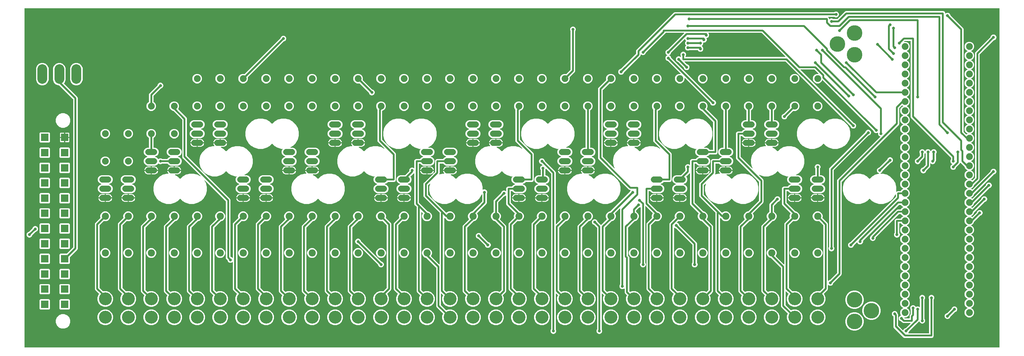
<source format=gbr>
G04 EAGLE Gerber RS-274X export*
G75*
%MOMM*%
%FSLAX34Y34*%
%LPD*%
%INBottom Copper*%
%IPPOS*%
%AMOC8*
5,1,8,0,0,1.08239X$1,22.5*%
G01*
%ADD10C,1.981200*%
%ADD11C,1.879600*%
%ADD12C,4.318000*%
%ADD13C,1.676400*%
%ADD14C,2.705100*%
%ADD15C,3.556000*%
%ADD16R,2.100000X2.100000*%
%ADD17C,0.508000*%
%ADD18C,0.812800*%

G36*
X2699078Y614684D02*
X2699078Y614684D01*
X2699097Y614682D01*
X2699199Y614704D01*
X2699301Y614720D01*
X2699318Y614730D01*
X2699338Y614734D01*
X2699427Y614787D01*
X2699518Y614836D01*
X2699532Y614850D01*
X2699549Y614860D01*
X2699616Y614939D01*
X2699688Y615014D01*
X2699696Y615032D01*
X2699709Y615047D01*
X2699748Y615143D01*
X2699791Y615237D01*
X2699793Y615257D01*
X2699801Y615275D01*
X2699819Y615442D01*
X2699819Y1552958D01*
X2699816Y1552978D01*
X2699818Y1552997D01*
X2699796Y1553099D01*
X2699780Y1553201D01*
X2699770Y1553218D01*
X2699766Y1553238D01*
X2699713Y1553327D01*
X2699664Y1553418D01*
X2699650Y1553432D01*
X2699640Y1553449D01*
X2699561Y1553516D01*
X2699486Y1553588D01*
X2699468Y1553596D01*
X2699453Y1553609D01*
X2699357Y1553648D01*
X2699263Y1553691D01*
X2699243Y1553693D01*
X2699225Y1553701D01*
X2699058Y1553719D01*
X5842Y1553719D01*
X5822Y1553716D01*
X5803Y1553718D01*
X5701Y1553696D01*
X5599Y1553680D01*
X5582Y1553670D01*
X5562Y1553666D01*
X5473Y1553613D01*
X5382Y1553564D01*
X5368Y1553550D01*
X5351Y1553540D01*
X5284Y1553461D01*
X5212Y1553386D01*
X5204Y1553368D01*
X5191Y1553353D01*
X5152Y1553257D01*
X5109Y1553163D01*
X5107Y1553143D01*
X5099Y1553125D01*
X5081Y1552958D01*
X5081Y615442D01*
X5084Y615422D01*
X5082Y615403D01*
X5104Y615301D01*
X5120Y615199D01*
X5130Y615182D01*
X5134Y615162D01*
X5187Y615073D01*
X5236Y614982D01*
X5250Y614968D01*
X5260Y614951D01*
X5339Y614884D01*
X5414Y614812D01*
X5432Y614804D01*
X5447Y614791D01*
X5543Y614752D01*
X5637Y614709D01*
X5657Y614707D01*
X5675Y614699D01*
X5842Y614681D01*
X2699058Y614681D01*
X2699078Y614684D01*
G37*
%LPC*%
G36*
X2437137Y641349D02*
X2437137Y641349D01*
X2434803Y642316D01*
X2407616Y669503D01*
X2406649Y671837D01*
X2406649Y700308D01*
X2406631Y700422D01*
X2406613Y700539D01*
X2406611Y700545D01*
X2406610Y700551D01*
X2406555Y700654D01*
X2406502Y700758D01*
X2406497Y700763D01*
X2406494Y700768D01*
X2406410Y700848D01*
X2406326Y700931D01*
X2406320Y700934D01*
X2406316Y700938D01*
X2406299Y700946D01*
X2406179Y701012D01*
X2405364Y701349D01*
X2403149Y703564D01*
X2401950Y706459D01*
X2401950Y709591D01*
X2403149Y712486D01*
X2405364Y714701D01*
X2408259Y715900D01*
X2411391Y715900D01*
X2414286Y714701D01*
X2416501Y712486D01*
X2417700Y709591D01*
X2417700Y709447D01*
X2417714Y709357D01*
X2417722Y709266D01*
X2417734Y709236D01*
X2417739Y709204D01*
X2417782Y709124D01*
X2417818Y709040D01*
X2417844Y709007D01*
X2417855Y708987D01*
X2417878Y708965D01*
X2417923Y708909D01*
X2418384Y708447D01*
X2419351Y706113D01*
X2419351Y676046D01*
X2419365Y675956D01*
X2419373Y675865D01*
X2419385Y675835D01*
X2419390Y675803D01*
X2419433Y675722D01*
X2419469Y675639D01*
X2419495Y675606D01*
X2419506Y675586D01*
X2419529Y675564D01*
X2419574Y675508D01*
X2432723Y662358D01*
X2432760Y662331D01*
X2432792Y662297D01*
X2432860Y662260D01*
X2432923Y662215D01*
X2432967Y662201D01*
X2433007Y662179D01*
X2433084Y662165D01*
X2433158Y662142D01*
X2433204Y662143D01*
X2433249Y662135D01*
X2433326Y662147D01*
X2433404Y662149D01*
X2433447Y662164D01*
X2433492Y662171D01*
X2433562Y662206D01*
X2433635Y662233D01*
X2433671Y662262D01*
X2433712Y662282D01*
X2433766Y662338D01*
X2433827Y662387D01*
X2433852Y662425D01*
X2433884Y662458D01*
X2433950Y662578D01*
X2433960Y662594D01*
X2433961Y662598D01*
X2433965Y662605D01*
X2434899Y664861D01*
X2437114Y667076D01*
X2440009Y668275D01*
X2440153Y668275D01*
X2440243Y668289D01*
X2440334Y668297D01*
X2440364Y668309D01*
X2440396Y668314D01*
X2440477Y668357D01*
X2440560Y668393D01*
X2440593Y668419D01*
X2440613Y668430D01*
X2440635Y668453D01*
X2440691Y668498D01*
X2453518Y681325D01*
X2453560Y681383D01*
X2453610Y681435D01*
X2453632Y681482D01*
X2453662Y681524D01*
X2453683Y681593D01*
X2453713Y681658D01*
X2453719Y681710D01*
X2453734Y681760D01*
X2453732Y681831D01*
X2453740Y681902D01*
X2453729Y681953D01*
X2453728Y682005D01*
X2453703Y682073D01*
X2453688Y682143D01*
X2453661Y682188D01*
X2453644Y682236D01*
X2453599Y682292D01*
X2453562Y682354D01*
X2453522Y682388D01*
X2453490Y682428D01*
X2453430Y682467D01*
X2453375Y682514D01*
X2453327Y682533D01*
X2453283Y682561D01*
X2453213Y682579D01*
X2453147Y682606D01*
X2453076Y682614D01*
X2453044Y682622D01*
X2453021Y682620D01*
X2452980Y682624D01*
X2433962Y682624D01*
X2431628Y683591D01*
X2429734Y685485D01*
X2427991Y687227D01*
X2427917Y687280D01*
X2427848Y687340D01*
X2427818Y687352D01*
X2427792Y687371D01*
X2427705Y687398D01*
X2427620Y687432D01*
X2427579Y687436D01*
X2427557Y687443D01*
X2427524Y687442D01*
X2427453Y687450D01*
X2427309Y687450D01*
X2424414Y688649D01*
X2422199Y690864D01*
X2421000Y693759D01*
X2421000Y696891D01*
X2422199Y699786D01*
X2424414Y702001D01*
X2426698Y702947D01*
X2426715Y702957D01*
X2426734Y702963D01*
X2426819Y703022D01*
X2426907Y703076D01*
X2426920Y703092D01*
X2426936Y703103D01*
X2426997Y703186D01*
X2427064Y703266D01*
X2427071Y703284D01*
X2427083Y703300D01*
X2427115Y703399D01*
X2427152Y703495D01*
X2427153Y703515D01*
X2427159Y703534D01*
X2427158Y703638D01*
X2427162Y703741D01*
X2427157Y703760D01*
X2427156Y703780D01*
X2427110Y703941D01*
X2425191Y708573D01*
X2425191Y713827D01*
X2427202Y718682D01*
X2430918Y722398D01*
X2432847Y723197D01*
X2432907Y723234D01*
X2432973Y723264D01*
X2433011Y723299D01*
X2433056Y723326D01*
X2433101Y723381D01*
X2433154Y723430D01*
X2433179Y723476D01*
X2433212Y723516D01*
X2433238Y723583D01*
X2433273Y723646D01*
X2433282Y723697D01*
X2433301Y723745D01*
X2433304Y723817D01*
X2433316Y723888D01*
X2433309Y723939D01*
X2433311Y723991D01*
X2433291Y724060D01*
X2433281Y724131D01*
X2433257Y724177D01*
X2433242Y724227D01*
X2433202Y724286D01*
X2433169Y724350D01*
X2433132Y724387D01*
X2433102Y724429D01*
X2433045Y724472D01*
X2432993Y724522D01*
X2432931Y724557D01*
X2432905Y724576D01*
X2432883Y724583D01*
X2432847Y724603D01*
X2430918Y725402D01*
X2427202Y729118D01*
X2425191Y733973D01*
X2425191Y739227D01*
X2427202Y744082D01*
X2430918Y747798D01*
X2432847Y748597D01*
X2432907Y748634D01*
X2432973Y748664D01*
X2433011Y748699D01*
X2433056Y748726D01*
X2433101Y748781D01*
X2433154Y748830D01*
X2433179Y748876D01*
X2433212Y748916D01*
X2433238Y748983D01*
X2433273Y749046D01*
X2433282Y749097D01*
X2433301Y749145D01*
X2433304Y749217D01*
X2433316Y749288D01*
X2433309Y749339D01*
X2433311Y749391D01*
X2433291Y749460D01*
X2433281Y749531D01*
X2433257Y749577D01*
X2433242Y749627D01*
X2433202Y749686D01*
X2433169Y749750D01*
X2433132Y749787D01*
X2433102Y749829D01*
X2433045Y749872D01*
X2432993Y749922D01*
X2432931Y749957D01*
X2432905Y749976D01*
X2432883Y749983D01*
X2432847Y750003D01*
X2430918Y750802D01*
X2427202Y754518D01*
X2425191Y759373D01*
X2425191Y764627D01*
X2427202Y769482D01*
X2430918Y773198D01*
X2432847Y773997D01*
X2432907Y774034D01*
X2432973Y774064D01*
X2433011Y774099D01*
X2433056Y774126D01*
X2433101Y774181D01*
X2433154Y774230D01*
X2433179Y774276D01*
X2433212Y774316D01*
X2433238Y774383D01*
X2433273Y774446D01*
X2433282Y774497D01*
X2433301Y774545D01*
X2433304Y774617D01*
X2433316Y774688D01*
X2433309Y774739D01*
X2433311Y774791D01*
X2433291Y774860D01*
X2433281Y774931D01*
X2433257Y774977D01*
X2433242Y775027D01*
X2433202Y775086D01*
X2433169Y775150D01*
X2433132Y775187D01*
X2433102Y775229D01*
X2433045Y775272D01*
X2432993Y775322D01*
X2432931Y775357D01*
X2432905Y775376D01*
X2432883Y775383D01*
X2432847Y775403D01*
X2430918Y776202D01*
X2427202Y779918D01*
X2425191Y784773D01*
X2425191Y790027D01*
X2427202Y794882D01*
X2430918Y798598D01*
X2432847Y799397D01*
X2432907Y799434D01*
X2432973Y799464D01*
X2433011Y799499D01*
X2433056Y799526D01*
X2433101Y799581D01*
X2433154Y799630D01*
X2433179Y799676D01*
X2433212Y799716D01*
X2433238Y799783D01*
X2433273Y799846D01*
X2433282Y799897D01*
X2433301Y799945D01*
X2433304Y800017D01*
X2433316Y800088D01*
X2433309Y800139D01*
X2433311Y800191D01*
X2433291Y800260D01*
X2433281Y800331D01*
X2433257Y800377D01*
X2433242Y800427D01*
X2433202Y800486D01*
X2433169Y800550D01*
X2433132Y800587D01*
X2433102Y800629D01*
X2433045Y800672D01*
X2432993Y800722D01*
X2432931Y800757D01*
X2432905Y800776D01*
X2432883Y800783D01*
X2432847Y800803D01*
X2430918Y801602D01*
X2427202Y805318D01*
X2425191Y810173D01*
X2425191Y815427D01*
X2427202Y820282D01*
X2430918Y823998D01*
X2432847Y824797D01*
X2432907Y824834D01*
X2432973Y824864D01*
X2433011Y824899D01*
X2433056Y824926D01*
X2433101Y824981D01*
X2433154Y825030D01*
X2433179Y825076D01*
X2433212Y825116D01*
X2433238Y825183D01*
X2433273Y825246D01*
X2433282Y825297D01*
X2433301Y825345D01*
X2433304Y825417D01*
X2433316Y825488D01*
X2433309Y825539D01*
X2433311Y825591D01*
X2433291Y825660D01*
X2433281Y825731D01*
X2433257Y825777D01*
X2433242Y825827D01*
X2433202Y825886D01*
X2433169Y825950D01*
X2433132Y825987D01*
X2433102Y826029D01*
X2433045Y826072D01*
X2432993Y826122D01*
X2432931Y826157D01*
X2432905Y826176D01*
X2432883Y826183D01*
X2432847Y826203D01*
X2430918Y827002D01*
X2427202Y830718D01*
X2425191Y835573D01*
X2425191Y840827D01*
X2427202Y845682D01*
X2430918Y849398D01*
X2432847Y850197D01*
X2432907Y850234D01*
X2432973Y850264D01*
X2433011Y850299D01*
X2433056Y850326D01*
X2433101Y850381D01*
X2433154Y850430D01*
X2433179Y850476D01*
X2433212Y850516D01*
X2433238Y850583D01*
X2433273Y850646D01*
X2433282Y850697D01*
X2433301Y850745D01*
X2433304Y850817D01*
X2433316Y850888D01*
X2433309Y850939D01*
X2433311Y850991D01*
X2433291Y851060D01*
X2433281Y851131D01*
X2433257Y851177D01*
X2433242Y851227D01*
X2433202Y851286D01*
X2433169Y851350D01*
X2433132Y851387D01*
X2433102Y851429D01*
X2433045Y851472D01*
X2432993Y851522D01*
X2432931Y851557D01*
X2432905Y851576D01*
X2432883Y851583D01*
X2432847Y851603D01*
X2430918Y852402D01*
X2427202Y856118D01*
X2425191Y860973D01*
X2425191Y866227D01*
X2427202Y871082D01*
X2430918Y874798D01*
X2432847Y875597D01*
X2432907Y875634D01*
X2432973Y875664D01*
X2433011Y875699D01*
X2433056Y875726D01*
X2433101Y875781D01*
X2433154Y875830D01*
X2433179Y875876D01*
X2433212Y875916D01*
X2433238Y875983D01*
X2433273Y876046D01*
X2433282Y876097D01*
X2433301Y876145D01*
X2433304Y876217D01*
X2433316Y876288D01*
X2433309Y876339D01*
X2433311Y876391D01*
X2433291Y876460D01*
X2433281Y876531D01*
X2433257Y876577D01*
X2433242Y876627D01*
X2433202Y876686D01*
X2433169Y876750D01*
X2433132Y876787D01*
X2433102Y876829D01*
X2433045Y876872D01*
X2432993Y876922D01*
X2432931Y876957D01*
X2432905Y876976D01*
X2432883Y876983D01*
X2432847Y877003D01*
X2430918Y877802D01*
X2427202Y881518D01*
X2425191Y886373D01*
X2425191Y891627D01*
X2427202Y896482D01*
X2430918Y900198D01*
X2432847Y900997D01*
X2432908Y901035D01*
X2432973Y901064D01*
X2433011Y901099D01*
X2433056Y901126D01*
X2433101Y901182D01*
X2433154Y901230D01*
X2433179Y901276D01*
X2433212Y901316D01*
X2433238Y901383D01*
X2433273Y901446D01*
X2433282Y901497D01*
X2433301Y901545D01*
X2433304Y901617D01*
X2433316Y901688D01*
X2433309Y901739D01*
X2433311Y901791D01*
X2433291Y901860D01*
X2433281Y901931D01*
X2433257Y901977D01*
X2433242Y902027D01*
X2433202Y902086D01*
X2433169Y902150D01*
X2433132Y902187D01*
X2433102Y902229D01*
X2433045Y902272D01*
X2432994Y902322D01*
X2432931Y902357D01*
X2432905Y902376D01*
X2432883Y902383D01*
X2432847Y902403D01*
X2430918Y903202D01*
X2427202Y906918D01*
X2425191Y911773D01*
X2425191Y917027D01*
X2427202Y921882D01*
X2430918Y925598D01*
X2432847Y926397D01*
X2432908Y926435D01*
X2432973Y926464D01*
X2433011Y926499D01*
X2433056Y926526D01*
X2433101Y926582D01*
X2433154Y926630D01*
X2433179Y926676D01*
X2433212Y926716D01*
X2433238Y926783D01*
X2433273Y926846D01*
X2433282Y926897D01*
X2433301Y926945D01*
X2433304Y927017D01*
X2433316Y927088D01*
X2433309Y927139D01*
X2433311Y927191D01*
X2433291Y927260D01*
X2433281Y927331D01*
X2433257Y927377D01*
X2433242Y927427D01*
X2433202Y927486D01*
X2433169Y927550D01*
X2433132Y927587D01*
X2433102Y927629D01*
X2433045Y927672D01*
X2432994Y927722D01*
X2432931Y927757D01*
X2432905Y927776D01*
X2432883Y927783D01*
X2432847Y927803D01*
X2430918Y928602D01*
X2427202Y932318D01*
X2425191Y937173D01*
X2425191Y942427D01*
X2427202Y947282D01*
X2430918Y950998D01*
X2432847Y951797D01*
X2432908Y951835D01*
X2432973Y951864D01*
X2433011Y951899D01*
X2433056Y951926D01*
X2433101Y951982D01*
X2433154Y952030D01*
X2433179Y952076D01*
X2433212Y952116D01*
X2433238Y952183D01*
X2433273Y952246D01*
X2433282Y952297D01*
X2433301Y952345D01*
X2433304Y952417D01*
X2433316Y952488D01*
X2433309Y952539D01*
X2433311Y952591D01*
X2433291Y952660D01*
X2433281Y952731D01*
X2433257Y952777D01*
X2433242Y952827D01*
X2433202Y952886D01*
X2433169Y952950D01*
X2433132Y952987D01*
X2433102Y953029D01*
X2433045Y953072D01*
X2432994Y953122D01*
X2432931Y953157D01*
X2432905Y953176D01*
X2432883Y953183D01*
X2432847Y953203D01*
X2430918Y954002D01*
X2427202Y957718D01*
X2426928Y958379D01*
X2426867Y958479D01*
X2426807Y958579D01*
X2426802Y958583D01*
X2426799Y958588D01*
X2426709Y958663D01*
X2426620Y958739D01*
X2426614Y958741D01*
X2426609Y958745D01*
X2426501Y958787D01*
X2426392Y958831D01*
X2426384Y958832D01*
X2426379Y958833D01*
X2426361Y958834D01*
X2426225Y958849D01*
X2423287Y958849D01*
X2423267Y958846D01*
X2423248Y958848D01*
X2423146Y958826D01*
X2423044Y958810D01*
X2423027Y958800D01*
X2423007Y958796D01*
X2422918Y958743D01*
X2422827Y958694D01*
X2422813Y958680D01*
X2422796Y958670D01*
X2422729Y958591D01*
X2422657Y958516D01*
X2422649Y958498D01*
X2422636Y958483D01*
X2422597Y958387D01*
X2422554Y958293D01*
X2422552Y958273D01*
X2422544Y958255D01*
X2422526Y958088D01*
X2422526Y932201D01*
X2422541Y932111D01*
X2422548Y932020D01*
X2422560Y931990D01*
X2422565Y931958D01*
X2422608Y931878D01*
X2422644Y931794D01*
X2422670Y931762D01*
X2422681Y931741D01*
X2422704Y931719D01*
X2422749Y931663D01*
X2422851Y931561D01*
X2424050Y928666D01*
X2424050Y925534D01*
X2422851Y922639D01*
X2420636Y920424D01*
X2417741Y919225D01*
X2414609Y919225D01*
X2411714Y920424D01*
X2409499Y922639D01*
X2408300Y925534D01*
X2408300Y928666D01*
X2409499Y931561D01*
X2409601Y931663D01*
X2409654Y931737D01*
X2409714Y931806D01*
X2409726Y931836D01*
X2409745Y931863D01*
X2409772Y931950D01*
X2409806Y932034D01*
X2409810Y932075D01*
X2409817Y932098D01*
X2409816Y932130D01*
X2409824Y932201D01*
X2409824Y966463D01*
X2410791Y968797D01*
X2412578Y970584D01*
X2414912Y971551D01*
X2426225Y971551D01*
X2426340Y971570D01*
X2426456Y971587D01*
X2426461Y971589D01*
X2426468Y971590D01*
X2426570Y971645D01*
X2426675Y971698D01*
X2426680Y971703D01*
X2426685Y971706D01*
X2426765Y971790D01*
X2426847Y971874D01*
X2426851Y971880D01*
X2426854Y971884D01*
X2426862Y971901D01*
X2426928Y972021D01*
X2427202Y972682D01*
X2430918Y976398D01*
X2432847Y977197D01*
X2432908Y977235D01*
X2432973Y977264D01*
X2433011Y977299D01*
X2433056Y977326D01*
X2433101Y977382D01*
X2433154Y977430D01*
X2433179Y977476D01*
X2433212Y977516D01*
X2433238Y977583D01*
X2433273Y977646D01*
X2433282Y977697D01*
X2433301Y977745D01*
X2433304Y977817D01*
X2433316Y977888D01*
X2433309Y977939D01*
X2433311Y977991D01*
X2433291Y978060D01*
X2433281Y978131D01*
X2433257Y978177D01*
X2433242Y978227D01*
X2433202Y978286D01*
X2433169Y978350D01*
X2433132Y978387D01*
X2433102Y978429D01*
X2433045Y978472D01*
X2432994Y978522D01*
X2432931Y978557D01*
X2432905Y978576D01*
X2432883Y978583D01*
X2432847Y978603D01*
X2430918Y979402D01*
X2427202Y983118D01*
X2426928Y983779D01*
X2426867Y983879D01*
X2426807Y983979D01*
X2426802Y983983D01*
X2426799Y983988D01*
X2426709Y984063D01*
X2426620Y984139D01*
X2426614Y984141D01*
X2426609Y984145D01*
X2426501Y984187D01*
X2426392Y984231D01*
X2426384Y984232D01*
X2426379Y984233D01*
X2426361Y984234D01*
X2426225Y984249D01*
X2422296Y984249D01*
X2422206Y984235D01*
X2422115Y984227D01*
X2422085Y984215D01*
X2422053Y984210D01*
X2421972Y984167D01*
X2421889Y984131D01*
X2421856Y984105D01*
X2421836Y984094D01*
X2421814Y984071D01*
X2421758Y984026D01*
X2357587Y919856D01*
X2357519Y919761D01*
X2357449Y919667D01*
X2357447Y919661D01*
X2357444Y919656D01*
X2357410Y919545D01*
X2357373Y919433D01*
X2357373Y919427D01*
X2357371Y919421D01*
X2357374Y919305D01*
X2357375Y919279D01*
X2357375Y916009D01*
X2356176Y913114D01*
X2353961Y910899D01*
X2351066Y909700D01*
X2347934Y909700D01*
X2345039Y910899D01*
X2342824Y913114D01*
X2341625Y916009D01*
X2341625Y919141D01*
X2342824Y922036D01*
X2343288Y922499D01*
X2343326Y922553D01*
X2343372Y922599D01*
X2343412Y922672D01*
X2343431Y922699D01*
X2343437Y922718D01*
X2343453Y922746D01*
X2344116Y924347D01*
X2415753Y995984D01*
X2418087Y996951D01*
X2426225Y996951D01*
X2426340Y996970D01*
X2426456Y996987D01*
X2426461Y996989D01*
X2426468Y996990D01*
X2426570Y997045D01*
X2426675Y997098D01*
X2426680Y997103D01*
X2426685Y997106D01*
X2426765Y997190D01*
X2426847Y997274D01*
X2426851Y997280D01*
X2426854Y997284D01*
X2426862Y997301D01*
X2426928Y997421D01*
X2427202Y998082D01*
X2430918Y1001798D01*
X2432847Y1002597D01*
X2432908Y1002635D01*
X2432973Y1002664D01*
X2433011Y1002699D01*
X2433056Y1002726D01*
X2433101Y1002782D01*
X2433154Y1002830D01*
X2433179Y1002876D01*
X2433212Y1002916D01*
X2433238Y1002983D01*
X2433273Y1003046D01*
X2433282Y1003097D01*
X2433301Y1003145D01*
X2433304Y1003217D01*
X2433316Y1003288D01*
X2433309Y1003339D01*
X2433311Y1003391D01*
X2433291Y1003460D01*
X2433281Y1003531D01*
X2433257Y1003577D01*
X2433242Y1003627D01*
X2433202Y1003686D01*
X2433169Y1003750D01*
X2433132Y1003787D01*
X2433102Y1003829D01*
X2433045Y1003872D01*
X2432994Y1003922D01*
X2432931Y1003957D01*
X2432905Y1003976D01*
X2432883Y1003983D01*
X2432847Y1004003D01*
X2430918Y1004802D01*
X2427202Y1008518D01*
X2426928Y1009179D01*
X2426867Y1009279D01*
X2426807Y1009379D01*
X2426802Y1009383D01*
X2426799Y1009388D01*
X2426709Y1009463D01*
X2426620Y1009539D01*
X2426614Y1009541D01*
X2426609Y1009545D01*
X2426501Y1009587D01*
X2426392Y1009631D01*
X2426384Y1009632D01*
X2426379Y1009633D01*
X2426361Y1009634D01*
X2426225Y1009649D01*
X2422296Y1009649D01*
X2422206Y1009635D01*
X2422115Y1009627D01*
X2422085Y1009615D01*
X2422053Y1009610D01*
X2421972Y1009567D01*
X2421889Y1009531D01*
X2421856Y1009505D01*
X2421836Y1009494D01*
X2421814Y1009471D01*
X2421758Y1009426D01*
X2322662Y910331D01*
X2322594Y910236D01*
X2322524Y910142D01*
X2322522Y910136D01*
X2322519Y910131D01*
X2322485Y910020D01*
X2322448Y909908D01*
X2322448Y909902D01*
X2322446Y909896D01*
X2322449Y909780D01*
X2322450Y909754D01*
X2322450Y906484D01*
X2321251Y903589D01*
X2319036Y901374D01*
X2316141Y900175D01*
X2313009Y900175D01*
X2310114Y901374D01*
X2307899Y903589D01*
X2306965Y905845D01*
X2306941Y905884D01*
X2306925Y905927D01*
X2306876Y905988D01*
X2306835Y906054D01*
X2306800Y906083D01*
X2306771Y906119D01*
X2306706Y906161D01*
X2306646Y906211D01*
X2306603Y906227D01*
X2306564Y906252D01*
X2306489Y906271D01*
X2306416Y906299D01*
X2306370Y906301D01*
X2306326Y906312D01*
X2306248Y906306D01*
X2306170Y906309D01*
X2306126Y906297D01*
X2306081Y906293D01*
X2306009Y906263D01*
X2305934Y906241D01*
X2305896Y906215D01*
X2305854Y906197D01*
X2305748Y906111D01*
X2305732Y906101D01*
X2305729Y906097D01*
X2305723Y906092D01*
X2297273Y897641D01*
X2297231Y897583D01*
X2297183Y897533D01*
X2297175Y897515D01*
X2297160Y897498D01*
X2297148Y897468D01*
X2297129Y897442D01*
X2297107Y897369D01*
X2297079Y897309D01*
X2297077Y897293D01*
X2297068Y897270D01*
X2297064Y897229D01*
X2297057Y897207D01*
X2297058Y897174D01*
X2297050Y897103D01*
X2297050Y896959D01*
X2295851Y894064D01*
X2293636Y891849D01*
X2290741Y890650D01*
X2287609Y890650D01*
X2284714Y891849D01*
X2282499Y894064D01*
X2281300Y896959D01*
X2281300Y900091D01*
X2282499Y902986D01*
X2284714Y905201D01*
X2287609Y906400D01*
X2287753Y906400D01*
X2287843Y906414D01*
X2287934Y906422D01*
X2287964Y906434D01*
X2287996Y906439D01*
X2288077Y906482D01*
X2288160Y906518D01*
X2288193Y906544D01*
X2288213Y906555D01*
X2288235Y906578D01*
X2288291Y906623D01*
X2412776Y1031108D01*
X2412829Y1031182D01*
X2412889Y1031251D01*
X2412901Y1031281D01*
X2412920Y1031307D01*
X2412947Y1031394D01*
X2412981Y1031479D01*
X2412985Y1031520D01*
X2412992Y1031542D01*
X2412991Y1031575D01*
X2412999Y1031646D01*
X2412999Y1038055D01*
X2412995Y1038079D01*
X2412998Y1038103D01*
X2412976Y1038200D01*
X2412960Y1038298D01*
X2412948Y1038319D01*
X2412943Y1038343D01*
X2412891Y1038428D01*
X2412844Y1038515D01*
X2412827Y1038532D01*
X2412814Y1038552D01*
X2412738Y1038616D01*
X2412666Y1038684D01*
X2412644Y1038695D01*
X2412626Y1038710D01*
X2412533Y1038746D01*
X2412443Y1038788D01*
X2412419Y1038791D01*
X2412397Y1038800D01*
X2412297Y1038804D01*
X2412199Y1038815D01*
X2412175Y1038810D01*
X2412151Y1038811D01*
X2412055Y1038784D01*
X2411958Y1038763D01*
X2411937Y1038751D01*
X2411914Y1038744D01*
X2411832Y1038688D01*
X2411747Y1038637D01*
X2411731Y1038618D01*
X2411712Y1038605D01*
X2411652Y1038526D01*
X2411587Y1038450D01*
X2411578Y1038427D01*
X2411564Y1038408D01*
X2411503Y1038252D01*
X2411415Y1037923D01*
X2405897Y1028366D01*
X2398094Y1020563D01*
X2388537Y1015045D01*
X2377878Y1012189D01*
X2366842Y1012189D01*
X2356183Y1015045D01*
X2346626Y1020563D01*
X2341148Y1026041D01*
X2341132Y1026053D01*
X2341120Y1026068D01*
X2341032Y1026124D01*
X2340949Y1026185D01*
X2340930Y1026190D01*
X2340913Y1026201D01*
X2340812Y1026226D01*
X2340713Y1026257D01*
X2340694Y1026256D01*
X2340674Y1026261D01*
X2340571Y1026253D01*
X2340468Y1026251D01*
X2340449Y1026244D01*
X2340429Y1026242D01*
X2340334Y1026202D01*
X2340237Y1026166D01*
X2340221Y1026154D01*
X2340203Y1026146D01*
X2340072Y1026041D01*
X2334594Y1020563D01*
X2325037Y1015045D01*
X2314378Y1012189D01*
X2303342Y1012189D01*
X2292683Y1015045D01*
X2283126Y1020563D01*
X2275323Y1028366D01*
X2269805Y1037923D01*
X2266949Y1048582D01*
X2266949Y1059618D01*
X2269805Y1070277D01*
X2275323Y1079834D01*
X2283126Y1087637D01*
X2292683Y1093155D01*
X2303342Y1096011D01*
X2314378Y1096011D01*
X2325037Y1093155D01*
X2334594Y1087637D01*
X2340072Y1082159D01*
X2340088Y1082147D01*
X2340100Y1082132D01*
X2340188Y1082076D01*
X2340271Y1082015D01*
X2340290Y1082010D01*
X2340307Y1081999D01*
X2340408Y1081974D01*
X2340507Y1081943D01*
X2340526Y1081944D01*
X2340546Y1081939D01*
X2340649Y1081947D01*
X2340752Y1081949D01*
X2340771Y1081956D01*
X2340791Y1081958D01*
X2340886Y1081998D01*
X2340983Y1082034D01*
X2340999Y1082046D01*
X2341017Y1082054D01*
X2341148Y1082159D01*
X2346626Y1087637D01*
X2356183Y1093155D01*
X2366249Y1095852D01*
X2366359Y1095901D01*
X2366470Y1095951D01*
X2366471Y1095952D01*
X2366473Y1095953D01*
X2366561Y1096034D01*
X2366651Y1096117D01*
X2366652Y1096119D01*
X2366654Y1096120D01*
X2366710Y1096225D01*
X2366770Y1096333D01*
X2366770Y1096335D01*
X2366771Y1096337D01*
X2366792Y1096457D01*
X2366813Y1096575D01*
X2366813Y1096577D01*
X2366813Y1096579D01*
X2366795Y1096697D01*
X2366778Y1096818D01*
X2366777Y1096820D01*
X2366776Y1096822D01*
X2366722Y1096927D01*
X2366666Y1097037D01*
X2366665Y1097039D01*
X2366664Y1097041D01*
X2366579Y1097123D01*
X2366490Y1097210D01*
X2366488Y1097211D01*
X2366487Y1097212D01*
X2366480Y1097215D01*
X2366344Y1097290D01*
X2364089Y1098224D01*
X2361874Y1100439D01*
X2360675Y1103334D01*
X2360675Y1106466D01*
X2361874Y1109361D01*
X2364089Y1111576D01*
X2366984Y1112775D01*
X2367128Y1112775D01*
X2367218Y1112789D01*
X2367309Y1112797D01*
X2367339Y1112809D01*
X2367371Y1112814D01*
X2367452Y1112857D01*
X2367535Y1112893D01*
X2367568Y1112919D01*
X2367588Y1112930D01*
X2367610Y1112953D01*
X2367666Y1112998D01*
X2389027Y1134359D01*
X2389080Y1134433D01*
X2389140Y1134502D01*
X2389152Y1134532D01*
X2389171Y1134558D01*
X2389198Y1134645D01*
X2389232Y1134730D01*
X2389236Y1134771D01*
X2389243Y1134793D01*
X2389242Y1134826D01*
X2389250Y1134897D01*
X2389250Y1135041D01*
X2390449Y1137936D01*
X2392664Y1140151D01*
X2395559Y1141350D01*
X2398691Y1141350D01*
X2401586Y1140151D01*
X2403801Y1137936D01*
X2405000Y1135041D01*
X2405000Y1131909D01*
X2403801Y1129014D01*
X2401586Y1126799D01*
X2398691Y1125600D01*
X2398547Y1125600D01*
X2398457Y1125586D01*
X2398366Y1125578D01*
X2398336Y1125566D01*
X2398304Y1125561D01*
X2398223Y1125518D01*
X2398140Y1125482D01*
X2398107Y1125456D01*
X2398087Y1125445D01*
X2398065Y1125422D01*
X2398009Y1125377D01*
X2376648Y1104016D01*
X2376595Y1103942D01*
X2376535Y1103873D01*
X2376523Y1103843D01*
X2376504Y1103817D01*
X2376477Y1103730D01*
X2376443Y1103645D01*
X2376439Y1103604D01*
X2376432Y1103582D01*
X2376433Y1103549D01*
X2376425Y1103478D01*
X2376425Y1103334D01*
X2375226Y1100439D01*
X2373011Y1098224D01*
X2371203Y1097475D01*
X2371120Y1097424D01*
X2371034Y1097378D01*
X2371016Y1097360D01*
X2370994Y1097346D01*
X2370931Y1097270D01*
X2370865Y1097200D01*
X2370854Y1097176D01*
X2370837Y1097156D01*
X2370802Y1097065D01*
X2370761Y1096977D01*
X2370758Y1096951D01*
X2370749Y1096927D01*
X2370745Y1096829D01*
X2370734Y1096733D01*
X2370739Y1096707D01*
X2370738Y1096681D01*
X2370765Y1096587D01*
X2370786Y1096492D01*
X2370800Y1096470D01*
X2370807Y1096445D01*
X2370862Y1096365D01*
X2370912Y1096281D01*
X2370932Y1096264D01*
X2370947Y1096243D01*
X2371025Y1096184D01*
X2371099Y1096121D01*
X2371124Y1096111D01*
X2371144Y1096096D01*
X2371237Y1096066D01*
X2371327Y1096029D01*
X2371360Y1096026D01*
X2371378Y1096020D01*
X2371411Y1096020D01*
X2371494Y1096011D01*
X2377878Y1096011D01*
X2388537Y1093155D01*
X2398094Y1087637D01*
X2405897Y1079834D01*
X2411415Y1070277D01*
X2414271Y1059618D01*
X2414271Y1048582D01*
X2413805Y1046846D01*
X2413801Y1046798D01*
X2413786Y1046752D01*
X2413788Y1046676D01*
X2413781Y1046601D01*
X2413792Y1046554D01*
X2413793Y1046506D01*
X2413819Y1046435D01*
X2413836Y1046361D01*
X2413861Y1046320D01*
X2413877Y1046275D01*
X2413925Y1046216D01*
X2413964Y1046151D01*
X2414001Y1046120D01*
X2414031Y1046083D01*
X2414095Y1046042D01*
X2414153Y1045993D01*
X2414198Y1045976D01*
X2414238Y1045950D01*
X2414311Y1045932D01*
X2414382Y1045904D01*
X2414430Y1045902D01*
X2414476Y1045890D01*
X2414552Y1045896D01*
X2414628Y1045892D01*
X2414674Y1045905D01*
X2414722Y1045909D01*
X2414791Y1045939D01*
X2414864Y1045959D01*
X2414904Y1045987D01*
X2414948Y1046005D01*
X2415049Y1046086D01*
X2415067Y1046099D01*
X2415071Y1046104D01*
X2415079Y1046110D01*
X2415753Y1046784D01*
X2418087Y1047751D01*
X2426225Y1047751D01*
X2426340Y1047770D01*
X2426456Y1047787D01*
X2426461Y1047789D01*
X2426468Y1047790D01*
X2426570Y1047845D01*
X2426675Y1047898D01*
X2426680Y1047903D01*
X2426685Y1047906D01*
X2426765Y1047990D01*
X2426847Y1048074D01*
X2426851Y1048080D01*
X2426854Y1048084D01*
X2426862Y1048101D01*
X2426928Y1048221D01*
X2427202Y1048882D01*
X2430918Y1052598D01*
X2432847Y1053397D01*
X2432908Y1053435D01*
X2432973Y1053464D01*
X2433011Y1053499D01*
X2433056Y1053526D01*
X2433101Y1053582D01*
X2433154Y1053630D01*
X2433179Y1053676D01*
X2433212Y1053716D01*
X2433238Y1053783D01*
X2433273Y1053846D01*
X2433282Y1053897D01*
X2433301Y1053945D01*
X2433304Y1054017D01*
X2433316Y1054088D01*
X2433309Y1054139D01*
X2433311Y1054191D01*
X2433291Y1054260D01*
X2433281Y1054331D01*
X2433257Y1054377D01*
X2433242Y1054427D01*
X2433202Y1054486D01*
X2433169Y1054550D01*
X2433132Y1054587D01*
X2433102Y1054629D01*
X2433045Y1054672D01*
X2432994Y1054722D01*
X2432931Y1054757D01*
X2432905Y1054776D01*
X2432883Y1054783D01*
X2432847Y1054803D01*
X2430918Y1055602D01*
X2427202Y1059318D01*
X2425191Y1064173D01*
X2425191Y1069427D01*
X2427202Y1074282D01*
X2430918Y1077998D01*
X2432847Y1078797D01*
X2432908Y1078835D01*
X2432973Y1078864D01*
X2433011Y1078899D01*
X2433056Y1078926D01*
X2433101Y1078982D01*
X2433154Y1079030D01*
X2433179Y1079076D01*
X2433212Y1079116D01*
X2433238Y1079183D01*
X2433273Y1079246D01*
X2433282Y1079297D01*
X2433301Y1079345D01*
X2433304Y1079417D01*
X2433316Y1079488D01*
X2433309Y1079539D01*
X2433311Y1079591D01*
X2433291Y1079660D01*
X2433281Y1079731D01*
X2433257Y1079777D01*
X2433242Y1079827D01*
X2433202Y1079886D01*
X2433169Y1079950D01*
X2433132Y1079987D01*
X2433102Y1080029D01*
X2433045Y1080072D01*
X2432994Y1080122D01*
X2432931Y1080157D01*
X2432905Y1080176D01*
X2432883Y1080183D01*
X2432847Y1080203D01*
X2430918Y1081002D01*
X2427202Y1084718D01*
X2425191Y1089573D01*
X2425191Y1094827D01*
X2427202Y1099682D01*
X2430918Y1103398D01*
X2432847Y1104197D01*
X2432908Y1104235D01*
X2432973Y1104264D01*
X2433011Y1104299D01*
X2433056Y1104326D01*
X2433101Y1104382D01*
X2433154Y1104430D01*
X2433179Y1104476D01*
X2433212Y1104516D01*
X2433238Y1104583D01*
X2433273Y1104646D01*
X2433282Y1104697D01*
X2433301Y1104745D01*
X2433304Y1104817D01*
X2433316Y1104888D01*
X2433309Y1104939D01*
X2433311Y1104991D01*
X2433291Y1105060D01*
X2433281Y1105131D01*
X2433257Y1105177D01*
X2433242Y1105227D01*
X2433202Y1105286D01*
X2433169Y1105350D01*
X2433132Y1105387D01*
X2433102Y1105429D01*
X2433045Y1105472D01*
X2432994Y1105522D01*
X2432931Y1105557D01*
X2432905Y1105576D01*
X2432883Y1105583D01*
X2432847Y1105603D01*
X2430918Y1106402D01*
X2427202Y1110118D01*
X2425191Y1114973D01*
X2425191Y1120227D01*
X2427202Y1125082D01*
X2430918Y1128798D01*
X2432847Y1129597D01*
X2432908Y1129635D01*
X2432973Y1129664D01*
X2433011Y1129699D01*
X2433056Y1129726D01*
X2433101Y1129782D01*
X2433154Y1129830D01*
X2433179Y1129876D01*
X2433212Y1129916D01*
X2433238Y1129983D01*
X2433273Y1130046D01*
X2433282Y1130097D01*
X2433301Y1130145D01*
X2433304Y1130217D01*
X2433316Y1130288D01*
X2433309Y1130339D01*
X2433311Y1130391D01*
X2433291Y1130460D01*
X2433281Y1130531D01*
X2433257Y1130577D01*
X2433242Y1130627D01*
X2433202Y1130686D01*
X2433169Y1130750D01*
X2433132Y1130787D01*
X2433102Y1130829D01*
X2433045Y1130872D01*
X2432994Y1130922D01*
X2432931Y1130957D01*
X2432905Y1130976D01*
X2432883Y1130983D01*
X2432847Y1131003D01*
X2430918Y1131802D01*
X2427202Y1135518D01*
X2425191Y1140373D01*
X2425191Y1145627D01*
X2427202Y1150482D01*
X2430918Y1154198D01*
X2432847Y1154997D01*
X2432908Y1155035D01*
X2432973Y1155064D01*
X2433011Y1155099D01*
X2433056Y1155126D01*
X2433101Y1155182D01*
X2433154Y1155230D01*
X2433179Y1155276D01*
X2433212Y1155316D01*
X2433238Y1155383D01*
X2433273Y1155446D01*
X2433282Y1155497D01*
X2433301Y1155545D01*
X2433304Y1155617D01*
X2433316Y1155688D01*
X2433309Y1155739D01*
X2433311Y1155791D01*
X2433291Y1155860D01*
X2433281Y1155931D01*
X2433257Y1155977D01*
X2433242Y1156027D01*
X2433202Y1156086D01*
X2433169Y1156150D01*
X2433132Y1156187D01*
X2433102Y1156229D01*
X2433045Y1156272D01*
X2432994Y1156322D01*
X2432931Y1156357D01*
X2432905Y1156376D01*
X2432883Y1156383D01*
X2432847Y1156403D01*
X2430918Y1157202D01*
X2427202Y1160918D01*
X2425191Y1165773D01*
X2425191Y1171027D01*
X2427202Y1175882D01*
X2430918Y1179598D01*
X2432847Y1180397D01*
X2432908Y1180435D01*
X2432973Y1180464D01*
X2433011Y1180499D01*
X2433056Y1180526D01*
X2433101Y1180582D01*
X2433154Y1180630D01*
X2433179Y1180676D01*
X2433212Y1180716D01*
X2433238Y1180783D01*
X2433273Y1180846D01*
X2433282Y1180897D01*
X2433301Y1180945D01*
X2433304Y1181017D01*
X2433316Y1181088D01*
X2433309Y1181139D01*
X2433311Y1181191D01*
X2433291Y1181260D01*
X2433281Y1181331D01*
X2433257Y1181377D01*
X2433242Y1181427D01*
X2433202Y1181486D01*
X2433169Y1181550D01*
X2433132Y1181587D01*
X2433102Y1181629D01*
X2433045Y1181672D01*
X2432994Y1181722D01*
X2432931Y1181757D01*
X2432905Y1181776D01*
X2432883Y1181783D01*
X2432847Y1181803D01*
X2430918Y1182602D01*
X2427202Y1186318D01*
X2425191Y1191173D01*
X2425191Y1196427D01*
X2427202Y1201282D01*
X2430918Y1204998D01*
X2432847Y1205797D01*
X2432908Y1205835D01*
X2432973Y1205864D01*
X2433011Y1205899D01*
X2433056Y1205926D01*
X2433101Y1205982D01*
X2433154Y1206030D01*
X2433179Y1206076D01*
X2433212Y1206116D01*
X2433238Y1206183D01*
X2433273Y1206246D01*
X2433282Y1206297D01*
X2433301Y1206345D01*
X2433304Y1206417D01*
X2433316Y1206488D01*
X2433309Y1206539D01*
X2433311Y1206591D01*
X2433291Y1206660D01*
X2433281Y1206731D01*
X2433257Y1206777D01*
X2433242Y1206827D01*
X2433202Y1206886D01*
X2433169Y1206950D01*
X2433132Y1206987D01*
X2433102Y1207029D01*
X2433045Y1207072D01*
X2432994Y1207122D01*
X2432931Y1207157D01*
X2432905Y1207176D01*
X2432883Y1207183D01*
X2432847Y1207203D01*
X2430918Y1208002D01*
X2427202Y1211718D01*
X2425191Y1216573D01*
X2425191Y1221827D01*
X2427202Y1226682D01*
X2430918Y1230398D01*
X2432847Y1231197D01*
X2432908Y1231235D01*
X2432973Y1231264D01*
X2433011Y1231299D01*
X2433056Y1231326D01*
X2433101Y1231382D01*
X2433154Y1231430D01*
X2433179Y1231476D01*
X2433212Y1231516D01*
X2433238Y1231583D01*
X2433273Y1231646D01*
X2433282Y1231697D01*
X2433301Y1231745D01*
X2433304Y1231817D01*
X2433316Y1231888D01*
X2433309Y1231939D01*
X2433311Y1231991D01*
X2433291Y1232060D01*
X2433281Y1232131D01*
X2433257Y1232177D01*
X2433242Y1232227D01*
X2433202Y1232286D01*
X2433169Y1232350D01*
X2433132Y1232387D01*
X2433102Y1232429D01*
X2433045Y1232472D01*
X2432994Y1232522D01*
X2432931Y1232557D01*
X2432905Y1232576D01*
X2432883Y1232583D01*
X2432847Y1232603D01*
X2430918Y1233402D01*
X2427202Y1237118D01*
X2425191Y1241973D01*
X2425191Y1247227D01*
X2427202Y1252082D01*
X2430918Y1255798D01*
X2432847Y1256597D01*
X2432908Y1256635D01*
X2432973Y1256664D01*
X2433011Y1256699D01*
X2433056Y1256726D01*
X2433101Y1256782D01*
X2433154Y1256830D01*
X2433179Y1256876D01*
X2433212Y1256916D01*
X2433238Y1256983D01*
X2433273Y1257046D01*
X2433282Y1257097D01*
X2433301Y1257145D01*
X2433304Y1257217D01*
X2433316Y1257288D01*
X2433309Y1257339D01*
X2433311Y1257391D01*
X2433291Y1257460D01*
X2433281Y1257531D01*
X2433257Y1257577D01*
X2433242Y1257627D01*
X2433202Y1257686D01*
X2433169Y1257750D01*
X2433132Y1257787D01*
X2433102Y1257829D01*
X2433045Y1257872D01*
X2432994Y1257922D01*
X2432931Y1257957D01*
X2432905Y1257976D01*
X2432883Y1257983D01*
X2432847Y1258003D01*
X2430918Y1258802D01*
X2427202Y1262518D01*
X2425191Y1267373D01*
X2425191Y1272627D01*
X2427202Y1277482D01*
X2430918Y1281198D01*
X2432847Y1281997D01*
X2432908Y1282035D01*
X2432973Y1282064D01*
X2433011Y1282099D01*
X2433056Y1282126D01*
X2433101Y1282182D01*
X2433154Y1282230D01*
X2433179Y1282276D01*
X2433212Y1282316D01*
X2433238Y1282383D01*
X2433273Y1282446D01*
X2433282Y1282497D01*
X2433301Y1282545D01*
X2433304Y1282617D01*
X2433316Y1282688D01*
X2433309Y1282739D01*
X2433311Y1282791D01*
X2433291Y1282860D01*
X2433281Y1282931D01*
X2433257Y1282977D01*
X2433242Y1283027D01*
X2433202Y1283086D01*
X2433169Y1283150D01*
X2433132Y1283187D01*
X2433102Y1283229D01*
X2433045Y1283272D01*
X2432994Y1283322D01*
X2432931Y1283357D01*
X2432905Y1283376D01*
X2432883Y1283383D01*
X2432847Y1283403D01*
X2430918Y1284202D01*
X2430914Y1284206D01*
X2430898Y1284218D01*
X2430885Y1284233D01*
X2430798Y1284289D01*
X2430714Y1284350D01*
X2430695Y1284355D01*
X2430678Y1284366D01*
X2430578Y1284392D01*
X2430479Y1284422D01*
X2430459Y1284421D01*
X2430440Y1284426D01*
X2430337Y1284418D01*
X2430233Y1284416D01*
X2430215Y1284409D01*
X2430195Y1284407D01*
X2430100Y1284367D01*
X2430002Y1284331D01*
X2429987Y1284319D01*
X2429968Y1284311D01*
X2429837Y1284206D01*
X2422749Y1277117D01*
X2422696Y1277043D01*
X2422636Y1276974D01*
X2422624Y1276944D01*
X2422605Y1276918D01*
X2422578Y1276831D01*
X2422544Y1276746D01*
X2422540Y1276705D01*
X2422533Y1276683D01*
X2422534Y1276650D01*
X2422526Y1276579D01*
X2422526Y1233812D01*
X2421559Y1231478D01*
X2263999Y1073917D01*
X2263946Y1073843D01*
X2263886Y1073774D01*
X2263874Y1073744D01*
X2263855Y1073718D01*
X2263828Y1073631D01*
X2263794Y1073546D01*
X2263790Y1073505D01*
X2263783Y1073483D01*
X2263784Y1073450D01*
X2263776Y1073379D01*
X2263776Y817887D01*
X2262809Y815553D01*
X2260915Y813659D01*
X2240123Y792866D01*
X2240070Y792792D01*
X2240010Y792723D01*
X2239998Y792693D01*
X2239979Y792667D01*
X2239952Y792580D01*
X2239918Y792495D01*
X2239914Y792454D01*
X2239907Y792432D01*
X2239908Y792399D01*
X2239900Y792328D01*
X2239900Y792184D01*
X2238701Y789289D01*
X2236486Y787074D01*
X2233591Y785875D01*
X2230459Y785875D01*
X2227564Y787074D01*
X2226975Y787663D01*
X2226917Y787705D01*
X2226865Y787754D01*
X2226818Y787776D01*
X2226776Y787807D01*
X2226707Y787828D01*
X2226642Y787858D01*
X2226590Y787864D01*
X2226540Y787879D01*
X2226469Y787877D01*
X2226398Y787885D01*
X2226347Y787874D01*
X2226295Y787873D01*
X2226227Y787848D01*
X2226157Y787833D01*
X2226112Y787806D01*
X2226064Y787788D01*
X2226008Y787743D01*
X2225946Y787707D01*
X2225912Y787667D01*
X2225872Y787635D01*
X2225833Y787574D01*
X2225786Y787520D01*
X2225767Y787471D01*
X2225739Y787428D01*
X2225721Y787358D01*
X2225694Y787292D01*
X2225686Y787220D01*
X2225678Y787189D01*
X2225680Y787166D01*
X2225676Y787125D01*
X2225676Y776612D01*
X2224709Y774278D01*
X2214221Y763790D01*
X2214209Y763773D01*
X2214194Y763761D01*
X2214138Y763674D01*
X2214077Y763590D01*
X2214072Y763571D01*
X2214061Y763554D01*
X2214035Y763454D01*
X2214005Y763355D01*
X2214006Y763335D01*
X2214001Y763316D01*
X2214009Y763213D01*
X2214011Y763109D01*
X2214018Y763090D01*
X2214020Y763070D01*
X2214060Y762975D01*
X2214096Y762878D01*
X2214108Y762862D01*
X2214116Y762844D01*
X2214221Y762713D01*
X2215404Y761530D01*
X2218691Y753595D01*
X2218691Y745005D01*
X2215404Y737070D01*
X2209330Y730996D01*
X2201395Y727709D01*
X2192805Y727709D01*
X2184870Y730996D01*
X2178796Y737070D01*
X2175509Y745005D01*
X2175509Y753595D01*
X2178796Y761530D01*
X2184870Y767604D01*
X2192805Y770891D01*
X2201395Y770891D01*
X2202314Y770510D01*
X2202428Y770483D01*
X2202541Y770455D01*
X2202547Y770455D01*
X2202553Y770454D01*
X2202670Y770465D01*
X2202786Y770474D01*
X2202792Y770476D01*
X2202798Y770477D01*
X2202906Y770525D01*
X2203013Y770570D01*
X2203018Y770575D01*
X2203023Y770577D01*
X2203037Y770590D01*
X2203144Y770675D01*
X2212751Y780283D01*
X2212804Y780357D01*
X2212864Y780426D01*
X2212876Y780456D01*
X2212895Y780482D01*
X2212922Y780569D01*
X2212956Y780654D01*
X2212960Y780695D01*
X2212967Y780717D01*
X2212966Y780750D01*
X2212974Y780821D01*
X2212974Y952729D01*
X2212960Y952819D01*
X2212952Y952910D01*
X2212940Y952940D01*
X2212935Y952972D01*
X2212892Y953053D01*
X2212856Y953136D01*
X2212830Y953169D01*
X2212819Y953189D01*
X2212796Y953211D01*
X2212751Y953267D01*
X2201607Y964411D01*
X2201513Y964479D01*
X2201419Y964549D01*
X2201413Y964551D01*
X2201408Y964555D01*
X2201297Y964589D01*
X2201185Y964626D01*
X2201178Y964625D01*
X2201172Y964627D01*
X2201056Y964624D01*
X2200939Y964623D01*
X2200932Y964621D01*
X2200927Y964621D01*
X2200909Y964615D01*
X2200778Y964576D01*
X2199828Y964183D01*
X2194372Y964183D01*
X2189330Y966272D01*
X2185472Y970130D01*
X2183383Y975172D01*
X2183383Y980628D01*
X2185472Y985670D01*
X2189330Y989528D01*
X2194372Y991617D01*
X2199828Y991617D01*
X2204870Y989528D01*
X2208728Y985670D01*
X2210817Y980628D01*
X2210817Y975172D01*
X2210424Y974222D01*
X2210397Y974109D01*
X2210368Y973995D01*
X2210369Y973989D01*
X2210367Y973983D01*
X2210378Y973866D01*
X2210387Y973750D01*
X2210390Y973744D01*
X2210390Y973738D01*
X2210438Y973630D01*
X2210484Y973524D01*
X2210488Y973518D01*
X2210490Y973513D01*
X2210503Y973499D01*
X2210589Y973393D01*
X2224709Y959272D01*
X2225676Y956938D01*
X2225676Y800375D01*
X2225687Y800304D01*
X2225689Y800233D01*
X2225707Y800184D01*
X2225715Y800132D01*
X2225749Y800069D01*
X2225774Y800002D01*
X2225806Y799961D01*
X2225831Y799915D01*
X2225883Y799866D01*
X2225927Y799810D01*
X2225971Y799781D01*
X2226009Y799746D01*
X2226074Y799715D01*
X2226134Y799677D01*
X2226185Y799664D01*
X2226232Y799642D01*
X2226303Y799634D01*
X2226373Y799617D01*
X2226425Y799621D01*
X2226476Y799615D01*
X2226547Y799630D01*
X2226618Y799636D01*
X2226666Y799656D01*
X2226717Y799667D01*
X2226778Y799704D01*
X2226844Y799732D01*
X2226900Y799777D01*
X2226928Y799793D01*
X2226943Y799811D01*
X2226975Y799837D01*
X2227564Y800426D01*
X2230459Y801625D01*
X2230603Y801625D01*
X2230693Y801639D01*
X2230784Y801647D01*
X2230814Y801659D01*
X2230846Y801664D01*
X2230927Y801707D01*
X2231010Y801743D01*
X2231043Y801769D01*
X2231063Y801780D01*
X2231085Y801803D01*
X2231141Y801848D01*
X2250851Y821558D01*
X2250904Y821632D01*
X2250964Y821701D01*
X2250976Y821731D01*
X2250995Y821757D01*
X2251022Y821844D01*
X2251056Y821929D01*
X2251060Y821970D01*
X2251067Y821992D01*
X2251066Y822025D01*
X2251074Y822096D01*
X2251074Y1077588D01*
X2252041Y1079922D01*
X2369767Y1197648D01*
X2369794Y1197685D01*
X2369828Y1197717D01*
X2369865Y1197785D01*
X2369910Y1197848D01*
X2369924Y1197892D01*
X2369946Y1197932D01*
X2369960Y1198009D01*
X2369983Y1198083D01*
X2369982Y1198129D01*
X2369990Y1198174D01*
X2369978Y1198251D01*
X2369976Y1198329D01*
X2369961Y1198372D01*
X2369954Y1198417D01*
X2369919Y1198487D01*
X2369892Y1198560D01*
X2369863Y1198596D01*
X2369843Y1198637D01*
X2369787Y1198691D01*
X2369738Y1198752D01*
X2369700Y1198777D01*
X2369667Y1198809D01*
X2369547Y1198875D01*
X2369531Y1198885D01*
X2369527Y1198886D01*
X2369520Y1198890D01*
X2367264Y1199824D01*
X2365049Y1202039D01*
X2363850Y1204934D01*
X2363850Y1208066D01*
X2363864Y1208099D01*
X2363880Y1208169D01*
X2363906Y1208236D01*
X2363908Y1208288D01*
X2363920Y1208339D01*
X2363913Y1208410D01*
X2363916Y1208482D01*
X2363902Y1208532D01*
X2363897Y1208583D01*
X2363868Y1208649D01*
X2363848Y1208718D01*
X2363818Y1208761D01*
X2363797Y1208808D01*
X2363748Y1208861D01*
X2363708Y1208920D01*
X2363666Y1208951D01*
X2363631Y1208989D01*
X2363568Y1209024D01*
X2363510Y1209067D01*
X2363461Y1209083D01*
X2363415Y1209108D01*
X2363345Y1209121D01*
X2363276Y1209143D01*
X2363224Y1209142D01*
X2363173Y1209152D01*
X2363102Y1209141D01*
X2363030Y1209141D01*
X2362961Y1209121D01*
X2362930Y1209116D01*
X2362909Y1209105D01*
X2362869Y1209094D01*
X2360591Y1208150D01*
X2357459Y1208150D01*
X2354564Y1209349D01*
X2352349Y1211564D01*
X2351150Y1214459D01*
X2351150Y1214603D01*
X2351136Y1214693D01*
X2351128Y1214784D01*
X2351116Y1214814D01*
X2351111Y1214846D01*
X2351068Y1214927D01*
X2351032Y1215010D01*
X2351006Y1215043D01*
X2350995Y1215063D01*
X2350972Y1215085D01*
X2350927Y1215141D01*
X2210964Y1355105D01*
X2210927Y1355131D01*
X2210896Y1355165D01*
X2210827Y1355203D01*
X2210764Y1355248D01*
X2210721Y1355262D01*
X2210680Y1355284D01*
X2210604Y1355298D01*
X2210529Y1355320D01*
X2210483Y1355319D01*
X2210438Y1355327D01*
X2210361Y1355316D01*
X2210283Y1355314D01*
X2210240Y1355298D01*
X2210195Y1355292D01*
X2210126Y1355256D01*
X2210052Y1355230D01*
X2210017Y1355201D01*
X2209976Y1355180D01*
X2209921Y1355125D01*
X2209860Y1355076D01*
X2209836Y1355037D01*
X2209803Y1355005D01*
X2209737Y1354885D01*
X2209727Y1354869D01*
X2209726Y1354864D01*
X2209723Y1354858D01*
X2208298Y1351418D01*
X2204582Y1347702D01*
X2199727Y1345691D01*
X2194473Y1345691D01*
X2189618Y1347702D01*
X2185902Y1351418D01*
X2183891Y1356273D01*
X2183891Y1361527D01*
X2185902Y1366382D01*
X2189618Y1370098D01*
X2194473Y1372109D01*
X2198472Y1372109D01*
X2198543Y1372120D01*
X2198615Y1372122D01*
X2198664Y1372140D01*
X2198715Y1372148D01*
X2198778Y1372182D01*
X2198846Y1372207D01*
X2198886Y1372239D01*
X2198932Y1372264D01*
X2198982Y1372316D01*
X2199038Y1372360D01*
X2199066Y1372404D01*
X2199102Y1372442D01*
X2199132Y1372507D01*
X2199171Y1372567D01*
X2199183Y1372618D01*
X2199205Y1372665D01*
X2199213Y1372736D01*
X2199231Y1372806D01*
X2199227Y1372858D01*
X2199232Y1372909D01*
X2199217Y1372980D01*
X2199212Y1373051D01*
X2199191Y1373099D01*
X2199180Y1373150D01*
X2199143Y1373211D01*
X2199115Y1373277D01*
X2199071Y1373333D01*
X2199054Y1373361D01*
X2199041Y1373372D01*
X2199038Y1373377D01*
X2199030Y1373383D01*
X2199010Y1373408D01*
X2188342Y1384076D01*
X2188268Y1384129D01*
X2188199Y1384189D01*
X2188169Y1384201D01*
X2188143Y1384220D01*
X2188056Y1384247D01*
X2187971Y1384281D01*
X2187930Y1384285D01*
X2187908Y1384292D01*
X2187875Y1384291D01*
X2187804Y1384299D01*
X2150770Y1384299D01*
X2150699Y1384288D01*
X2150627Y1384286D01*
X2150578Y1384268D01*
X2150527Y1384260D01*
X2150464Y1384226D01*
X2150396Y1384201D01*
X2150356Y1384169D01*
X2150310Y1384144D01*
X2150260Y1384092D01*
X2150204Y1384048D01*
X2150176Y1384004D01*
X2150140Y1383966D01*
X2150110Y1383901D01*
X2150071Y1383841D01*
X2150059Y1383790D01*
X2150037Y1383743D01*
X2150029Y1383672D01*
X2150011Y1383602D01*
X2150015Y1383550D01*
X2150010Y1383499D01*
X2150025Y1383428D01*
X2150030Y1383357D01*
X2150051Y1383309D01*
X2150062Y1383258D01*
X2150099Y1383197D01*
X2150127Y1383131D01*
X2150171Y1383075D01*
X2150188Y1383047D01*
X2150206Y1383032D01*
X2150232Y1383000D01*
X2296409Y1236823D01*
X2296483Y1236770D01*
X2296552Y1236710D01*
X2296582Y1236698D01*
X2296608Y1236679D01*
X2296695Y1236652D01*
X2296780Y1236618D01*
X2296821Y1236614D01*
X2296843Y1236607D01*
X2296876Y1236608D01*
X2296947Y1236600D01*
X2297091Y1236600D01*
X2299986Y1235401D01*
X2302201Y1233186D01*
X2303400Y1230291D01*
X2303400Y1227159D01*
X2302201Y1224264D01*
X2299986Y1222049D01*
X2297091Y1220850D01*
X2293959Y1220850D01*
X2291064Y1222049D01*
X2288849Y1224264D01*
X2287650Y1227159D01*
X2287650Y1227303D01*
X2287636Y1227393D01*
X2287628Y1227484D01*
X2287616Y1227514D01*
X2287611Y1227546D01*
X2287568Y1227627D01*
X2287532Y1227710D01*
X2287506Y1227743D01*
X2287495Y1227763D01*
X2287472Y1227785D01*
X2287427Y1227841D01*
X2108967Y1406301D01*
X2108893Y1406354D01*
X2108824Y1406414D01*
X2108794Y1406426D01*
X2108768Y1406445D01*
X2108681Y1406472D01*
X2108596Y1406506D01*
X2108555Y1406510D01*
X2108533Y1406517D01*
X2108500Y1406516D01*
X2108429Y1406524D01*
X1830095Y1406524D01*
X1830024Y1406513D01*
X1829952Y1406511D01*
X1829903Y1406493D01*
X1829852Y1406485D01*
X1829789Y1406451D01*
X1829721Y1406426D01*
X1829681Y1406394D01*
X1829635Y1406369D01*
X1829585Y1406317D01*
X1829529Y1406273D01*
X1829501Y1406229D01*
X1829465Y1406191D01*
X1829435Y1406126D01*
X1829396Y1406066D01*
X1829384Y1406015D01*
X1829362Y1405968D01*
X1829354Y1405897D01*
X1829336Y1405827D01*
X1829340Y1405775D01*
X1829335Y1405724D01*
X1829350Y1405653D01*
X1829355Y1405582D01*
X1829376Y1405534D01*
X1829387Y1405483D01*
X1829424Y1405422D01*
X1829452Y1405356D01*
X1829496Y1405300D01*
X1829513Y1405272D01*
X1829531Y1405257D01*
X1829557Y1405225D01*
X1836034Y1398748D01*
X1836108Y1398695D01*
X1836177Y1398635D01*
X1836207Y1398623D01*
X1836233Y1398604D01*
X1836320Y1398577D01*
X1836405Y1398543D01*
X1836446Y1398539D01*
X1836468Y1398532D01*
X1836501Y1398533D01*
X1836572Y1398525D01*
X1836716Y1398525D01*
X1839611Y1397326D01*
X1841826Y1395111D01*
X1843025Y1392216D01*
X1843025Y1389084D01*
X1841826Y1386189D01*
X1839611Y1383974D01*
X1836716Y1382775D01*
X1833584Y1382775D01*
X1830689Y1383974D01*
X1828474Y1386189D01*
X1827275Y1389084D01*
X1827275Y1389228D01*
X1827261Y1389318D01*
X1827253Y1389409D01*
X1827241Y1389439D01*
X1827236Y1389471D01*
X1827193Y1389552D01*
X1827157Y1389635D01*
X1827131Y1389668D01*
X1827120Y1389688D01*
X1827097Y1389710D01*
X1827052Y1389766D01*
X1812041Y1404777D01*
X1811967Y1404830D01*
X1811898Y1404890D01*
X1811868Y1404902D01*
X1811842Y1404921D01*
X1811755Y1404948D01*
X1811670Y1404982D01*
X1811629Y1404986D01*
X1811607Y1404993D01*
X1811574Y1404992D01*
X1811503Y1405000D01*
X1811359Y1405000D01*
X1808464Y1406199D01*
X1806249Y1408414D01*
X1805050Y1411309D01*
X1805050Y1414441D01*
X1806249Y1417336D01*
X1808464Y1419551D01*
X1811359Y1420750D01*
X1814491Y1420750D01*
X1817386Y1419551D01*
X1817975Y1418962D01*
X1818033Y1418920D01*
X1818085Y1418871D01*
X1818132Y1418849D01*
X1818174Y1418818D01*
X1818243Y1418797D01*
X1818308Y1418767D01*
X1818360Y1418761D01*
X1818410Y1418746D01*
X1818481Y1418748D01*
X1818552Y1418740D01*
X1818603Y1418751D01*
X1818655Y1418752D01*
X1818723Y1418777D01*
X1818793Y1418792D01*
X1818838Y1418819D01*
X1818886Y1418837D01*
X1818942Y1418882D01*
X1819004Y1418918D01*
X1819038Y1418958D01*
X1819078Y1418990D01*
X1819117Y1419051D01*
X1819164Y1419105D01*
X1819183Y1419154D01*
X1819211Y1419197D01*
X1819229Y1419267D01*
X1819256Y1419333D01*
X1819264Y1419405D01*
X1819272Y1419436D01*
X1819270Y1419459D01*
X1819274Y1419500D01*
X1819274Y1420474D01*
X1819260Y1420564D01*
X1819252Y1420655D01*
X1819240Y1420685D01*
X1819235Y1420717D01*
X1819192Y1420797D01*
X1819156Y1420881D01*
X1819130Y1420913D01*
X1819119Y1420934D01*
X1819096Y1420956D01*
X1819051Y1421012D01*
X1818949Y1421114D01*
X1817750Y1424009D01*
X1817750Y1427141D01*
X1818949Y1430036D01*
X1821164Y1432251D01*
X1824059Y1433450D01*
X1827191Y1433450D01*
X1830086Y1432251D01*
X1832301Y1430036D01*
X1833500Y1427141D01*
X1833500Y1424009D01*
X1832301Y1421114D01*
X1832199Y1421012D01*
X1832146Y1420938D01*
X1832086Y1420869D01*
X1832074Y1420839D01*
X1832055Y1420812D01*
X1832028Y1420725D01*
X1831994Y1420641D01*
X1831990Y1420600D01*
X1831983Y1420577D01*
X1831984Y1420545D01*
X1831976Y1420474D01*
X1831976Y1419987D01*
X1831979Y1419967D01*
X1831977Y1419948D01*
X1831999Y1419846D01*
X1832015Y1419744D01*
X1832025Y1419727D01*
X1832029Y1419707D01*
X1832082Y1419618D01*
X1832131Y1419527D01*
X1832145Y1419513D01*
X1832155Y1419496D01*
X1832234Y1419429D01*
X1832309Y1419357D01*
X1832327Y1419349D01*
X1832342Y1419336D01*
X1832438Y1419297D01*
X1832532Y1419254D01*
X1832552Y1419252D01*
X1832570Y1419244D01*
X1832737Y1419226D01*
X2106905Y1419226D01*
X2106976Y1419237D01*
X2107048Y1419239D01*
X2107097Y1419257D01*
X2107148Y1419265D01*
X2107211Y1419299D01*
X2107279Y1419324D01*
X2107319Y1419356D01*
X2107365Y1419381D01*
X2107415Y1419433D01*
X2107471Y1419477D01*
X2107499Y1419521D01*
X2107535Y1419559D01*
X2107565Y1419624D01*
X2107604Y1419684D01*
X2107616Y1419735D01*
X2107638Y1419782D01*
X2107646Y1419853D01*
X2107664Y1419923D01*
X2107660Y1419975D01*
X2107665Y1420026D01*
X2107650Y1420097D01*
X2107645Y1420168D01*
X2107624Y1420216D01*
X2107613Y1420267D01*
X2107576Y1420328D01*
X2107548Y1420394D01*
X2107504Y1420450D01*
X2107487Y1420478D01*
X2107469Y1420493D01*
X2107443Y1420525D01*
X2042292Y1485676D01*
X2042218Y1485729D01*
X2042149Y1485789D01*
X2042119Y1485801D01*
X2042093Y1485820D01*
X2042006Y1485847D01*
X2041921Y1485881D01*
X2041880Y1485885D01*
X2041858Y1485892D01*
X2041825Y1485891D01*
X2041754Y1485899D01*
X1895823Y1485899D01*
X1895778Y1485892D01*
X1895732Y1485894D01*
X1895657Y1485872D01*
X1895581Y1485860D01*
X1895540Y1485838D01*
X1895496Y1485825D01*
X1895432Y1485781D01*
X1895363Y1485744D01*
X1895332Y1485711D01*
X1895294Y1485685D01*
X1895247Y1485622D01*
X1895194Y1485566D01*
X1895175Y1485525D01*
X1895147Y1485488D01*
X1895123Y1485413D01*
X1895090Y1485343D01*
X1895085Y1485297D01*
X1895071Y1485254D01*
X1895072Y1485176D01*
X1895063Y1485099D01*
X1895073Y1485054D01*
X1895073Y1485008D01*
X1895111Y1484877D01*
X1895115Y1484858D01*
X1895118Y1484854D01*
X1895120Y1484847D01*
X1895172Y1484721D01*
X1895207Y1484666D01*
X1895232Y1484605D01*
X1895284Y1484541D01*
X1895302Y1484512D01*
X1895317Y1484500D01*
X1895337Y1484475D01*
X1895801Y1484011D01*
X1897000Y1481116D01*
X1897000Y1477984D01*
X1895801Y1475089D01*
X1893586Y1472874D01*
X1890691Y1471675D01*
X1890439Y1471675D01*
X1890394Y1471668D01*
X1890348Y1471670D01*
X1890273Y1471648D01*
X1890196Y1471636D01*
X1890156Y1471614D01*
X1890112Y1471601D01*
X1890048Y1471557D01*
X1889979Y1471520D01*
X1889947Y1471487D01*
X1889910Y1471461D01*
X1889863Y1471399D01*
X1889810Y1471342D01*
X1889790Y1471300D01*
X1889763Y1471264D01*
X1889739Y1471190D01*
X1889706Y1471119D01*
X1889701Y1471073D01*
X1889687Y1471030D01*
X1889687Y1470952D01*
X1889679Y1470875D01*
X1889689Y1470830D01*
X1889689Y1470784D01*
X1889727Y1470652D01*
X1889731Y1470634D01*
X1889734Y1470630D01*
X1889736Y1470623D01*
X1890650Y1468416D01*
X1890650Y1465284D01*
X1889451Y1462389D01*
X1887236Y1460174D01*
X1884341Y1458975D01*
X1881886Y1458975D01*
X1881866Y1458972D01*
X1881847Y1458974D01*
X1881745Y1458952D01*
X1881643Y1458936D01*
X1881626Y1458926D01*
X1881606Y1458922D01*
X1881517Y1458869D01*
X1881426Y1458820D01*
X1881412Y1458806D01*
X1881395Y1458796D01*
X1881328Y1458717D01*
X1881256Y1458642D01*
X1881248Y1458624D01*
X1881235Y1458609D01*
X1881196Y1458513D01*
X1881153Y1458419D01*
X1881151Y1458399D01*
X1881143Y1458381D01*
X1881125Y1458214D01*
X1881125Y1455759D01*
X1879926Y1452864D01*
X1877711Y1450649D01*
X1877700Y1450645D01*
X1877661Y1450621D01*
X1877618Y1450605D01*
X1877557Y1450556D01*
X1877491Y1450515D01*
X1877462Y1450480D01*
X1877426Y1450451D01*
X1877384Y1450386D01*
X1877334Y1450326D01*
X1877318Y1450283D01*
X1877293Y1450244D01*
X1877274Y1450169D01*
X1877246Y1450096D01*
X1877244Y1450050D01*
X1877233Y1450006D01*
X1877239Y1449928D01*
X1877236Y1449850D01*
X1877248Y1449806D01*
X1877252Y1449760D01*
X1877282Y1449689D01*
X1877304Y1449614D01*
X1877330Y1449576D01*
X1877348Y1449534D01*
X1877434Y1449427D01*
X1877444Y1449412D01*
X1877448Y1449409D01*
X1877453Y1449403D01*
X1878634Y1448222D01*
X1879297Y1446621D01*
X1879332Y1446566D01*
X1879357Y1446505D01*
X1879409Y1446441D01*
X1879427Y1446412D01*
X1879442Y1446400D01*
X1879462Y1446374D01*
X1879926Y1445911D01*
X1881125Y1443016D01*
X1881125Y1439884D01*
X1879926Y1436989D01*
X1877711Y1434774D01*
X1874816Y1433575D01*
X1871684Y1433575D01*
X1868789Y1434774D01*
X1866574Y1436989D01*
X1866237Y1437804D01*
X1866175Y1437904D01*
X1866115Y1438004D01*
X1866110Y1438008D01*
X1866107Y1438013D01*
X1866017Y1438088D01*
X1865928Y1438164D01*
X1865922Y1438166D01*
X1865917Y1438170D01*
X1865809Y1438212D01*
X1865700Y1438256D01*
X1865692Y1438257D01*
X1865688Y1438258D01*
X1865670Y1438259D01*
X1865533Y1438274D01*
X1843426Y1438274D01*
X1843336Y1438260D01*
X1843245Y1438252D01*
X1843215Y1438240D01*
X1843183Y1438235D01*
X1843103Y1438192D01*
X1843019Y1438156D01*
X1842987Y1438130D01*
X1842966Y1438119D01*
X1842944Y1438096D01*
X1842888Y1438051D01*
X1842786Y1437949D01*
X1839891Y1436750D01*
X1836759Y1436750D01*
X1833864Y1437949D01*
X1831649Y1440164D01*
X1830450Y1443059D01*
X1830450Y1446191D01*
X1831649Y1449086D01*
X1833000Y1450437D01*
X1833012Y1450453D01*
X1833027Y1450465D01*
X1833083Y1450553D01*
X1833144Y1450636D01*
X1833150Y1450655D01*
X1833160Y1450672D01*
X1833186Y1450773D01*
X1833216Y1450872D01*
X1833216Y1450891D01*
X1833220Y1450911D01*
X1833212Y1451014D01*
X1833210Y1451117D01*
X1833203Y1451136D01*
X1833201Y1451156D01*
X1833161Y1451251D01*
X1833125Y1451348D01*
X1833113Y1451364D01*
X1833105Y1451382D01*
X1833000Y1451513D01*
X1831649Y1452864D01*
X1830450Y1455759D01*
X1830450Y1458891D01*
X1831649Y1461786D01*
X1833000Y1463137D01*
X1833012Y1463153D01*
X1833027Y1463165D01*
X1833083Y1463253D01*
X1833144Y1463336D01*
X1833150Y1463355D01*
X1833160Y1463372D01*
X1833186Y1463473D01*
X1833216Y1463572D01*
X1833216Y1463591D01*
X1833220Y1463611D01*
X1833212Y1463714D01*
X1833210Y1463817D01*
X1833203Y1463836D01*
X1833201Y1463856D01*
X1833161Y1463951D01*
X1833125Y1464048D01*
X1833113Y1464064D01*
X1833105Y1464082D01*
X1833000Y1464213D01*
X1831649Y1465564D01*
X1830715Y1467820D01*
X1830691Y1467859D01*
X1830675Y1467902D01*
X1830626Y1467963D01*
X1830585Y1468029D01*
X1830550Y1468058D01*
X1830521Y1468094D01*
X1830456Y1468136D01*
X1830396Y1468186D01*
X1830353Y1468202D01*
X1830314Y1468227D01*
X1830239Y1468246D01*
X1830166Y1468274D01*
X1830120Y1468276D01*
X1830076Y1468287D01*
X1829998Y1468281D01*
X1829920Y1468284D01*
X1829876Y1468272D01*
X1829831Y1468268D01*
X1829759Y1468238D01*
X1829684Y1468216D01*
X1829646Y1468190D01*
X1829604Y1468172D01*
X1829498Y1468086D01*
X1829482Y1468076D01*
X1829479Y1468072D01*
X1829473Y1468067D01*
X1792448Y1431041D01*
X1792395Y1430967D01*
X1792335Y1430898D01*
X1792323Y1430868D01*
X1792304Y1430842D01*
X1792277Y1430755D01*
X1792243Y1430670D01*
X1792239Y1430629D01*
X1792232Y1430607D01*
X1792233Y1430574D01*
X1792225Y1430503D01*
X1792225Y1430359D01*
X1791026Y1427464D01*
X1788811Y1425249D01*
X1787463Y1424691D01*
X1787402Y1424653D01*
X1787336Y1424624D01*
X1787298Y1424589D01*
X1787254Y1424561D01*
X1787208Y1424506D01*
X1787155Y1424457D01*
X1787130Y1424412D01*
X1787097Y1424372D01*
X1787071Y1424305D01*
X1787037Y1424242D01*
X1787027Y1424191D01*
X1787009Y1424142D01*
X1787006Y1424071D01*
X1786993Y1424000D01*
X1787000Y1423948D01*
X1786998Y1423896D01*
X1787018Y1423827D01*
X1787029Y1423757D01*
X1787052Y1423710D01*
X1787067Y1423660D01*
X1787108Y1423601D01*
X1787140Y1423537D01*
X1787177Y1423501D01*
X1787207Y1423458D01*
X1787265Y1423415D01*
X1787316Y1423365D01*
X1787379Y1423330D01*
X1787404Y1423311D01*
X1787427Y1423304D01*
X1787463Y1423284D01*
X1788811Y1422726D01*
X1791026Y1420511D01*
X1792225Y1417616D01*
X1792225Y1417472D01*
X1792239Y1417382D01*
X1792247Y1417291D01*
X1792259Y1417261D01*
X1792264Y1417229D01*
X1792307Y1417148D01*
X1792343Y1417065D01*
X1792369Y1417032D01*
X1792380Y1417012D01*
X1792403Y1416990D01*
X1792448Y1416934D01*
X1909059Y1300323D01*
X1909133Y1300270D01*
X1909202Y1300210D01*
X1909232Y1300198D01*
X1909258Y1300179D01*
X1909345Y1300152D01*
X1909430Y1300118D01*
X1909471Y1300114D01*
X1909493Y1300107D01*
X1909526Y1300108D01*
X1909597Y1300100D01*
X1909741Y1300100D01*
X1912636Y1298901D01*
X1914851Y1296686D01*
X1916050Y1293791D01*
X1916050Y1290659D01*
X1914851Y1287764D01*
X1912636Y1285549D01*
X1909741Y1284350D01*
X1906609Y1284350D01*
X1903714Y1285549D01*
X1901499Y1287764D01*
X1900300Y1290659D01*
X1900300Y1290803D01*
X1900286Y1290893D01*
X1900278Y1290984D01*
X1900266Y1291014D01*
X1900261Y1291046D01*
X1900218Y1291127D01*
X1900182Y1291210D01*
X1900156Y1291243D01*
X1900145Y1291263D01*
X1900122Y1291285D01*
X1900077Y1291341D01*
X1830608Y1360810D01*
X1830550Y1360852D01*
X1830498Y1360902D01*
X1830451Y1360924D01*
X1830409Y1360954D01*
X1830340Y1360975D01*
X1830275Y1361005D01*
X1830223Y1361011D01*
X1830173Y1361026D01*
X1830102Y1361024D01*
X1830031Y1361032D01*
X1829980Y1361021D01*
X1829928Y1361020D01*
X1829860Y1360995D01*
X1829790Y1360980D01*
X1829746Y1360953D01*
X1829697Y1360936D01*
X1829641Y1360891D01*
X1829579Y1360854D01*
X1829545Y1360814D01*
X1829505Y1360782D01*
X1829466Y1360722D01*
X1829419Y1360667D01*
X1829400Y1360619D01*
X1829372Y1360575D01*
X1829354Y1360505D01*
X1829327Y1360439D01*
X1829319Y1360368D01*
X1829311Y1360336D01*
X1829313Y1360313D01*
X1829309Y1360272D01*
X1829309Y1356273D01*
X1827298Y1351418D01*
X1823582Y1347702D01*
X1818727Y1345691D01*
X1813473Y1345691D01*
X1808618Y1347702D01*
X1804902Y1351418D01*
X1802891Y1356273D01*
X1802891Y1361527D01*
X1804902Y1366382D01*
X1808618Y1370098D01*
X1813473Y1372109D01*
X1817472Y1372109D01*
X1817543Y1372120D01*
X1817615Y1372122D01*
X1817664Y1372140D01*
X1817715Y1372148D01*
X1817778Y1372182D01*
X1817846Y1372207D01*
X1817886Y1372239D01*
X1817932Y1372264D01*
X1817982Y1372315D01*
X1818038Y1372360D01*
X1818066Y1372404D01*
X1818102Y1372442D01*
X1818132Y1372507D01*
X1818171Y1372567D01*
X1818183Y1372618D01*
X1818205Y1372665D01*
X1818213Y1372736D01*
X1818231Y1372806D01*
X1818227Y1372858D01*
X1818232Y1372909D01*
X1818217Y1372980D01*
X1818212Y1373051D01*
X1818191Y1373099D01*
X1818180Y1373150D01*
X1818143Y1373211D01*
X1818115Y1373277D01*
X1818071Y1373333D01*
X1818054Y1373361D01*
X1818041Y1373372D01*
X1818038Y1373377D01*
X1818030Y1373383D01*
X1818010Y1373408D01*
X1783466Y1407952D01*
X1783392Y1408005D01*
X1783323Y1408065D01*
X1783293Y1408077D01*
X1783267Y1408096D01*
X1783180Y1408123D01*
X1783095Y1408157D01*
X1783054Y1408161D01*
X1783032Y1408168D01*
X1782999Y1408167D01*
X1782928Y1408175D01*
X1782784Y1408175D01*
X1779889Y1409374D01*
X1777674Y1411589D01*
X1776475Y1414484D01*
X1776475Y1417616D01*
X1777674Y1420511D01*
X1779889Y1422726D01*
X1781237Y1423284D01*
X1781298Y1423322D01*
X1781364Y1423351D01*
X1781402Y1423386D01*
X1781446Y1423414D01*
X1781492Y1423469D01*
X1781545Y1423518D01*
X1781570Y1423563D01*
X1781603Y1423603D01*
X1781629Y1423670D01*
X1781663Y1423733D01*
X1781673Y1423784D01*
X1781691Y1423833D01*
X1781694Y1423904D01*
X1781707Y1423975D01*
X1781700Y1424027D01*
X1781702Y1424079D01*
X1781682Y1424148D01*
X1781671Y1424218D01*
X1781648Y1424265D01*
X1781633Y1424315D01*
X1781592Y1424374D01*
X1781560Y1424438D01*
X1781523Y1424474D01*
X1781493Y1424517D01*
X1781435Y1424560D01*
X1781384Y1424610D01*
X1781321Y1424644D01*
X1781296Y1424664D01*
X1781273Y1424671D01*
X1781237Y1424691D01*
X1779889Y1425249D01*
X1777674Y1427464D01*
X1776475Y1430359D01*
X1776475Y1433491D01*
X1777674Y1436386D01*
X1779889Y1438601D01*
X1782784Y1439800D01*
X1782928Y1439800D01*
X1783018Y1439814D01*
X1783109Y1439822D01*
X1783139Y1439834D01*
X1783171Y1439839D01*
X1783252Y1439882D01*
X1783335Y1439918D01*
X1783368Y1439944D01*
X1783388Y1439955D01*
X1783410Y1439978D01*
X1783466Y1440023D01*
X1828043Y1484600D01*
X1828085Y1484658D01*
X1828135Y1484710D01*
X1828157Y1484757D01*
X1828187Y1484799D01*
X1828208Y1484868D01*
X1828238Y1484933D01*
X1828244Y1484985D01*
X1828259Y1485035D01*
X1828257Y1485106D01*
X1828265Y1485177D01*
X1828254Y1485228D01*
X1828253Y1485280D01*
X1828228Y1485348D01*
X1828213Y1485418D01*
X1828186Y1485463D01*
X1828169Y1485511D01*
X1828124Y1485567D01*
X1828087Y1485629D01*
X1828047Y1485663D01*
X1828015Y1485703D01*
X1827955Y1485742D01*
X1827900Y1485789D01*
X1827852Y1485808D01*
X1827808Y1485836D01*
X1827738Y1485854D01*
X1827672Y1485881D01*
X1827601Y1485889D01*
X1827569Y1485897D01*
X1827546Y1485895D01*
X1827505Y1485899D01*
X1777717Y1485899D01*
X1777602Y1485880D01*
X1777486Y1485863D01*
X1777481Y1485861D01*
X1777474Y1485860D01*
X1777372Y1485805D01*
X1777267Y1485752D01*
X1777263Y1485747D01*
X1777257Y1485744D01*
X1777177Y1485660D01*
X1777095Y1485576D01*
X1777091Y1485570D01*
X1777088Y1485566D01*
X1777080Y1485549D01*
X1777048Y1485492D01*
X1722598Y1431041D01*
X1722545Y1430967D01*
X1722485Y1430898D01*
X1722473Y1430868D01*
X1722454Y1430842D01*
X1722427Y1430755D01*
X1722393Y1430670D01*
X1722389Y1430629D01*
X1722382Y1430607D01*
X1722383Y1430574D01*
X1722375Y1430503D01*
X1722375Y1430359D01*
X1721176Y1427464D01*
X1718961Y1425249D01*
X1716066Y1424050D01*
X1712934Y1424050D01*
X1710039Y1425249D01*
X1709450Y1425838D01*
X1709392Y1425880D01*
X1709340Y1425929D01*
X1709293Y1425951D01*
X1709251Y1425982D01*
X1709182Y1426003D01*
X1709117Y1426033D01*
X1709065Y1426039D01*
X1709015Y1426054D01*
X1708944Y1426052D01*
X1708873Y1426060D01*
X1708822Y1426049D01*
X1708770Y1426048D01*
X1708702Y1426023D01*
X1708632Y1426008D01*
X1708587Y1425981D01*
X1708539Y1425963D01*
X1708483Y1425918D01*
X1708421Y1425882D01*
X1708387Y1425842D01*
X1708347Y1425810D01*
X1708308Y1425749D01*
X1708261Y1425695D01*
X1708242Y1425646D01*
X1708214Y1425603D01*
X1708196Y1425533D01*
X1708169Y1425467D01*
X1708161Y1425395D01*
X1708153Y1425364D01*
X1708155Y1425341D01*
X1708151Y1425300D01*
X1708151Y1424312D01*
X1707184Y1421978D01*
X1662273Y1377066D01*
X1662220Y1376992D01*
X1662160Y1376923D01*
X1662148Y1376893D01*
X1662129Y1376867D01*
X1662102Y1376780D01*
X1662068Y1376695D01*
X1662064Y1376654D01*
X1662057Y1376632D01*
X1662058Y1376599D01*
X1662050Y1376528D01*
X1662050Y1376384D01*
X1660851Y1373489D01*
X1658636Y1371274D01*
X1655741Y1370075D01*
X1652609Y1370075D01*
X1649714Y1371274D01*
X1647499Y1373489D01*
X1646300Y1376384D01*
X1646300Y1379516D01*
X1647499Y1382411D01*
X1649714Y1384626D01*
X1652609Y1385825D01*
X1652753Y1385825D01*
X1652843Y1385839D01*
X1652934Y1385847D01*
X1652964Y1385859D01*
X1652996Y1385864D01*
X1653077Y1385907D01*
X1653160Y1385943D01*
X1653193Y1385969D01*
X1653213Y1385980D01*
X1653215Y1385982D01*
X1653236Y1386003D01*
X1653291Y1386048D01*
X1695226Y1427983D01*
X1695279Y1428057D01*
X1695339Y1428126D01*
X1695351Y1428156D01*
X1695370Y1428182D01*
X1695397Y1428269D01*
X1695431Y1428354D01*
X1695435Y1428395D01*
X1695442Y1428417D01*
X1695441Y1428450D01*
X1695449Y1428521D01*
X1695449Y1436363D01*
X1696416Y1438697D01*
X1799803Y1542084D01*
X1802137Y1543051D01*
X2242799Y1543051D01*
X2242889Y1543065D01*
X2242980Y1543073D01*
X2243010Y1543085D01*
X2243042Y1543090D01*
X2243122Y1543133D01*
X2243206Y1543169D01*
X2243238Y1543195D01*
X2243259Y1543206D01*
X2243281Y1543229D01*
X2243337Y1543274D01*
X2243439Y1543376D01*
X2246334Y1544575D01*
X2249466Y1544575D01*
X2252361Y1543376D01*
X2254576Y1541161D01*
X2255775Y1538266D01*
X2255775Y1535134D01*
X2254576Y1532239D01*
X2252361Y1530024D01*
X2249466Y1528825D01*
X2246334Y1528825D01*
X2243439Y1530024D01*
X2243337Y1530126D01*
X2243263Y1530179D01*
X2243194Y1530239D01*
X2243164Y1530251D01*
X2243137Y1530270D01*
X2243050Y1530297D01*
X2242966Y1530331D01*
X2242925Y1530335D01*
X2242902Y1530342D01*
X2242870Y1530341D01*
X2242799Y1530349D01*
X2226970Y1530349D01*
X2226899Y1530338D01*
X2226827Y1530336D01*
X2226778Y1530318D01*
X2226727Y1530310D01*
X2226664Y1530276D01*
X2226596Y1530251D01*
X2226556Y1530219D01*
X2226510Y1530194D01*
X2226460Y1530142D01*
X2226404Y1530098D01*
X2226376Y1530054D01*
X2226340Y1530016D01*
X2226310Y1529951D01*
X2226271Y1529891D01*
X2226259Y1529840D01*
X2226237Y1529793D01*
X2226229Y1529722D01*
X2226211Y1529652D01*
X2226215Y1529600D01*
X2226210Y1529549D01*
X2226225Y1529478D01*
X2226230Y1529407D01*
X2226251Y1529359D01*
X2226262Y1529308D01*
X2226299Y1529247D01*
X2226327Y1529181D01*
X2226372Y1529125D01*
X2226388Y1529097D01*
X2226406Y1529082D01*
X2226432Y1529050D01*
X2227884Y1527597D01*
X2228851Y1525263D01*
X2228851Y1524275D01*
X2228862Y1524204D01*
X2228864Y1524133D01*
X2228882Y1524084D01*
X2228890Y1524032D01*
X2228924Y1523969D01*
X2228949Y1523902D01*
X2228981Y1523861D01*
X2229006Y1523815D01*
X2229058Y1523766D01*
X2229102Y1523710D01*
X2229146Y1523681D01*
X2229184Y1523646D01*
X2229249Y1523615D01*
X2229309Y1523577D01*
X2229360Y1523564D01*
X2229407Y1523542D01*
X2229478Y1523534D01*
X2229548Y1523517D01*
X2229600Y1523521D01*
X2229651Y1523515D01*
X2229722Y1523530D01*
X2229793Y1523536D01*
X2229841Y1523556D01*
X2229892Y1523567D01*
X2229953Y1523604D01*
X2230019Y1523632D01*
X2230075Y1523677D01*
X2230103Y1523693D01*
X2230118Y1523711D01*
X2230150Y1523737D01*
X2230739Y1524326D01*
X2233634Y1525525D01*
X2236766Y1525525D01*
X2239661Y1524326D01*
X2239763Y1524224D01*
X2239837Y1524171D01*
X2239906Y1524111D01*
X2239936Y1524099D01*
X2239963Y1524080D01*
X2240050Y1524053D01*
X2240134Y1524019D01*
X2240175Y1524015D01*
X2240198Y1524008D01*
X2240230Y1524009D01*
X2240301Y1524001D01*
X2251304Y1524001D01*
X2251394Y1524015D01*
X2251485Y1524023D01*
X2251515Y1524035D01*
X2251547Y1524040D01*
X2251628Y1524083D01*
X2251711Y1524119D01*
X2251744Y1524145D01*
X2251764Y1524156D01*
X2251786Y1524179D01*
X2251842Y1524224D01*
X2272878Y1545259D01*
X2275212Y1546226D01*
X2544438Y1546226D01*
X2546772Y1545259D01*
X2548559Y1543472D01*
X2549526Y1541138D01*
X2549526Y1540150D01*
X2549537Y1540079D01*
X2549539Y1540008D01*
X2549557Y1539959D01*
X2549565Y1539907D01*
X2549599Y1539844D01*
X2549624Y1539777D01*
X2549656Y1539736D01*
X2549681Y1539690D01*
X2549733Y1539641D01*
X2549777Y1539585D01*
X2549821Y1539556D01*
X2549859Y1539521D01*
X2549924Y1539490D01*
X2549984Y1539452D01*
X2550035Y1539439D01*
X2550082Y1539417D01*
X2550153Y1539409D01*
X2550223Y1539392D01*
X2550275Y1539396D01*
X2550326Y1539390D01*
X2550397Y1539405D01*
X2550468Y1539411D01*
X2550516Y1539431D01*
X2550567Y1539442D01*
X2550628Y1539479D01*
X2550694Y1539507D01*
X2550750Y1539552D01*
X2550778Y1539568D01*
X2550793Y1539586D01*
X2550825Y1539612D01*
X2551414Y1540201D01*
X2554309Y1541400D01*
X2557441Y1541400D01*
X2560336Y1540201D01*
X2562551Y1537986D01*
X2563750Y1535091D01*
X2563750Y1534947D01*
X2563764Y1534857D01*
X2563772Y1534766D01*
X2563784Y1534736D01*
X2563789Y1534704D01*
X2563832Y1534623D01*
X2563868Y1534540D01*
X2563894Y1534507D01*
X2563905Y1534487D01*
X2563928Y1534465D01*
X2563973Y1534409D01*
X2599359Y1499022D01*
X2600326Y1496688D01*
X2600326Y1212621D01*
X2600340Y1212531D01*
X2600348Y1212440D01*
X2600360Y1212410D01*
X2600365Y1212378D01*
X2600408Y1212297D01*
X2600444Y1212214D01*
X2600470Y1212181D01*
X2600481Y1212161D01*
X2600504Y1212139D01*
X2600549Y1212083D01*
X2607637Y1204994D01*
X2607654Y1204982D01*
X2607666Y1204967D01*
X2607753Y1204911D01*
X2607837Y1204850D01*
X2607856Y1204845D01*
X2607873Y1204834D01*
X2607973Y1204808D01*
X2608072Y1204778D01*
X2608092Y1204779D01*
X2608112Y1204774D01*
X2608215Y1204782D01*
X2608318Y1204784D01*
X2608337Y1204791D01*
X2608357Y1204793D01*
X2608452Y1204833D01*
X2608549Y1204869D01*
X2608565Y1204881D01*
X2608583Y1204889D01*
X2608714Y1204994D01*
X2608718Y1204998D01*
X2610647Y1205797D01*
X2610708Y1205835D01*
X2610773Y1205864D01*
X2610811Y1205899D01*
X2610856Y1205926D01*
X2610901Y1205982D01*
X2610954Y1206030D01*
X2610979Y1206076D01*
X2611012Y1206116D01*
X2611038Y1206183D01*
X2611073Y1206246D01*
X2611082Y1206297D01*
X2611101Y1206345D01*
X2611104Y1206417D01*
X2611116Y1206488D01*
X2611109Y1206539D01*
X2611111Y1206591D01*
X2611091Y1206660D01*
X2611081Y1206731D01*
X2611057Y1206777D01*
X2611042Y1206827D01*
X2611002Y1206886D01*
X2610969Y1206950D01*
X2610932Y1206987D01*
X2610902Y1207029D01*
X2610845Y1207072D01*
X2610794Y1207122D01*
X2610731Y1207157D01*
X2610705Y1207176D01*
X2610683Y1207183D01*
X2610647Y1207203D01*
X2608718Y1208002D01*
X2605002Y1211718D01*
X2602991Y1216573D01*
X2602991Y1221827D01*
X2605002Y1226682D01*
X2608718Y1230398D01*
X2610647Y1231197D01*
X2610708Y1231235D01*
X2610773Y1231264D01*
X2610811Y1231299D01*
X2610856Y1231326D01*
X2610901Y1231382D01*
X2610954Y1231430D01*
X2610979Y1231476D01*
X2611012Y1231516D01*
X2611038Y1231583D01*
X2611073Y1231646D01*
X2611082Y1231697D01*
X2611101Y1231745D01*
X2611104Y1231817D01*
X2611116Y1231888D01*
X2611109Y1231939D01*
X2611111Y1231991D01*
X2611091Y1232060D01*
X2611081Y1232131D01*
X2611057Y1232177D01*
X2611042Y1232227D01*
X2611002Y1232286D01*
X2610969Y1232350D01*
X2610932Y1232387D01*
X2610902Y1232429D01*
X2610845Y1232472D01*
X2610794Y1232522D01*
X2610731Y1232557D01*
X2610705Y1232576D01*
X2610683Y1232583D01*
X2610647Y1232603D01*
X2608718Y1233402D01*
X2605002Y1237118D01*
X2602991Y1241973D01*
X2602991Y1247227D01*
X2605002Y1252082D01*
X2608718Y1255798D01*
X2610647Y1256597D01*
X2610708Y1256635D01*
X2610773Y1256664D01*
X2610811Y1256699D01*
X2610856Y1256726D01*
X2610901Y1256782D01*
X2610954Y1256830D01*
X2610979Y1256876D01*
X2611012Y1256916D01*
X2611038Y1256983D01*
X2611073Y1257046D01*
X2611082Y1257097D01*
X2611101Y1257145D01*
X2611104Y1257217D01*
X2611116Y1257288D01*
X2611109Y1257339D01*
X2611111Y1257391D01*
X2611091Y1257460D01*
X2611081Y1257531D01*
X2611057Y1257577D01*
X2611042Y1257627D01*
X2611002Y1257686D01*
X2610969Y1257750D01*
X2610932Y1257787D01*
X2610902Y1257829D01*
X2610845Y1257872D01*
X2610794Y1257922D01*
X2610731Y1257957D01*
X2610705Y1257976D01*
X2610683Y1257983D01*
X2610647Y1258003D01*
X2608718Y1258802D01*
X2605002Y1262518D01*
X2602991Y1267373D01*
X2602991Y1272627D01*
X2605002Y1277482D01*
X2608718Y1281198D01*
X2610647Y1281997D01*
X2610708Y1282035D01*
X2610773Y1282064D01*
X2610811Y1282099D01*
X2610856Y1282126D01*
X2610901Y1282182D01*
X2610954Y1282230D01*
X2610979Y1282276D01*
X2611012Y1282316D01*
X2611038Y1282383D01*
X2611073Y1282446D01*
X2611082Y1282497D01*
X2611101Y1282545D01*
X2611104Y1282617D01*
X2611116Y1282688D01*
X2611109Y1282739D01*
X2611111Y1282791D01*
X2611091Y1282860D01*
X2611081Y1282931D01*
X2611057Y1282977D01*
X2611042Y1283027D01*
X2611002Y1283086D01*
X2610969Y1283150D01*
X2610932Y1283187D01*
X2610902Y1283229D01*
X2610845Y1283272D01*
X2610794Y1283322D01*
X2610731Y1283357D01*
X2610705Y1283376D01*
X2610683Y1283383D01*
X2610647Y1283403D01*
X2608718Y1284202D01*
X2605002Y1287918D01*
X2602991Y1292773D01*
X2602991Y1298027D01*
X2605002Y1302882D01*
X2608718Y1306598D01*
X2610647Y1307397D01*
X2610708Y1307435D01*
X2610773Y1307464D01*
X2610811Y1307499D01*
X2610856Y1307526D01*
X2610901Y1307582D01*
X2610954Y1307630D01*
X2610979Y1307676D01*
X2611012Y1307716D01*
X2611038Y1307783D01*
X2611073Y1307846D01*
X2611082Y1307897D01*
X2611101Y1307945D01*
X2611104Y1308017D01*
X2611116Y1308088D01*
X2611109Y1308139D01*
X2611111Y1308191D01*
X2611091Y1308260D01*
X2611081Y1308331D01*
X2611057Y1308377D01*
X2611042Y1308427D01*
X2611002Y1308486D01*
X2610969Y1308550D01*
X2610932Y1308587D01*
X2610902Y1308629D01*
X2610845Y1308672D01*
X2610794Y1308722D01*
X2610731Y1308757D01*
X2610705Y1308776D01*
X2610683Y1308783D01*
X2610647Y1308803D01*
X2608718Y1309602D01*
X2605002Y1313318D01*
X2602991Y1318173D01*
X2602991Y1323427D01*
X2605002Y1328282D01*
X2608718Y1331998D01*
X2610647Y1332797D01*
X2610708Y1332835D01*
X2610773Y1332864D01*
X2610811Y1332899D01*
X2610856Y1332926D01*
X2610901Y1332982D01*
X2610954Y1333030D01*
X2610979Y1333076D01*
X2611012Y1333116D01*
X2611038Y1333183D01*
X2611073Y1333246D01*
X2611082Y1333297D01*
X2611101Y1333345D01*
X2611104Y1333417D01*
X2611116Y1333488D01*
X2611109Y1333539D01*
X2611111Y1333591D01*
X2611091Y1333660D01*
X2611081Y1333731D01*
X2611057Y1333777D01*
X2611042Y1333827D01*
X2611002Y1333886D01*
X2610969Y1333950D01*
X2610932Y1333987D01*
X2610902Y1334029D01*
X2610845Y1334072D01*
X2610794Y1334122D01*
X2610731Y1334157D01*
X2610705Y1334176D01*
X2610683Y1334183D01*
X2610647Y1334203D01*
X2608718Y1335002D01*
X2605002Y1338718D01*
X2602991Y1343573D01*
X2602991Y1348827D01*
X2605002Y1353682D01*
X2608718Y1357398D01*
X2610647Y1358197D01*
X2610708Y1358235D01*
X2610773Y1358264D01*
X2610811Y1358299D01*
X2610856Y1358326D01*
X2610901Y1358382D01*
X2610954Y1358430D01*
X2610979Y1358476D01*
X2611012Y1358516D01*
X2611038Y1358583D01*
X2611073Y1358646D01*
X2611082Y1358697D01*
X2611101Y1358745D01*
X2611104Y1358817D01*
X2611116Y1358888D01*
X2611109Y1358939D01*
X2611111Y1358991D01*
X2611091Y1359060D01*
X2611081Y1359131D01*
X2611057Y1359177D01*
X2611042Y1359227D01*
X2611002Y1359286D01*
X2610969Y1359350D01*
X2610932Y1359387D01*
X2610902Y1359429D01*
X2610845Y1359472D01*
X2610794Y1359522D01*
X2610731Y1359557D01*
X2610705Y1359576D01*
X2610683Y1359583D01*
X2610647Y1359603D01*
X2608718Y1360402D01*
X2605002Y1364118D01*
X2602991Y1368973D01*
X2602991Y1374227D01*
X2605002Y1379082D01*
X2608718Y1382798D01*
X2610647Y1383597D01*
X2610708Y1383635D01*
X2610773Y1383664D01*
X2610811Y1383699D01*
X2610856Y1383726D01*
X2610901Y1383782D01*
X2610954Y1383830D01*
X2610979Y1383876D01*
X2611012Y1383916D01*
X2611038Y1383983D01*
X2611073Y1384046D01*
X2611082Y1384097D01*
X2611101Y1384145D01*
X2611104Y1384217D01*
X2611116Y1384288D01*
X2611109Y1384339D01*
X2611111Y1384391D01*
X2611091Y1384460D01*
X2611081Y1384531D01*
X2611057Y1384577D01*
X2611042Y1384627D01*
X2611002Y1384686D01*
X2610969Y1384750D01*
X2610932Y1384787D01*
X2610928Y1384792D01*
X2610926Y1384795D01*
X2610925Y1384796D01*
X2610902Y1384829D01*
X2610845Y1384872D01*
X2610794Y1384922D01*
X2610749Y1384947D01*
X2610739Y1384955D01*
X2610725Y1384961D01*
X2610705Y1384976D01*
X2610683Y1384983D01*
X2610647Y1385003D01*
X2608718Y1385802D01*
X2605002Y1389518D01*
X2602991Y1394373D01*
X2602991Y1399627D01*
X2605002Y1404482D01*
X2608718Y1408198D01*
X2610647Y1408997D01*
X2610708Y1409035D01*
X2610773Y1409064D01*
X2610811Y1409099D01*
X2610856Y1409126D01*
X2610901Y1409182D01*
X2610954Y1409230D01*
X2610979Y1409276D01*
X2611012Y1409316D01*
X2611038Y1409383D01*
X2611073Y1409446D01*
X2611082Y1409497D01*
X2611101Y1409545D01*
X2611104Y1409617D01*
X2611116Y1409688D01*
X2611109Y1409739D01*
X2611111Y1409791D01*
X2611091Y1409860D01*
X2611081Y1409931D01*
X2611057Y1409977D01*
X2611042Y1410027D01*
X2611002Y1410086D01*
X2610969Y1410150D01*
X2610932Y1410187D01*
X2610902Y1410229D01*
X2610845Y1410272D01*
X2610794Y1410322D01*
X2610731Y1410357D01*
X2610705Y1410376D01*
X2610683Y1410383D01*
X2610647Y1410403D01*
X2608718Y1411202D01*
X2605002Y1414918D01*
X2602991Y1419773D01*
X2602991Y1425027D01*
X2605002Y1429882D01*
X2608718Y1433598D01*
X2610647Y1434397D01*
X2610708Y1434435D01*
X2610773Y1434464D01*
X2610811Y1434499D01*
X2610856Y1434526D01*
X2610901Y1434582D01*
X2610954Y1434630D01*
X2610979Y1434676D01*
X2611012Y1434716D01*
X2611038Y1434783D01*
X2611073Y1434846D01*
X2611082Y1434897D01*
X2611101Y1434945D01*
X2611104Y1435017D01*
X2611116Y1435088D01*
X2611109Y1435139D01*
X2611111Y1435191D01*
X2611091Y1435260D01*
X2611081Y1435331D01*
X2611057Y1435377D01*
X2611042Y1435427D01*
X2611002Y1435486D01*
X2610969Y1435550D01*
X2610932Y1435587D01*
X2610902Y1435629D01*
X2610845Y1435672D01*
X2610794Y1435722D01*
X2610731Y1435757D01*
X2610705Y1435776D01*
X2610683Y1435783D01*
X2610647Y1435803D01*
X2608718Y1436602D01*
X2605002Y1440318D01*
X2602991Y1445173D01*
X2602991Y1450427D01*
X2605002Y1455282D01*
X2608718Y1458998D01*
X2613573Y1461009D01*
X2618827Y1461009D01*
X2623682Y1458998D01*
X2627398Y1455282D01*
X2629409Y1450427D01*
X2629409Y1445173D01*
X2627398Y1440318D01*
X2623682Y1436602D01*
X2621753Y1435803D01*
X2621692Y1435765D01*
X2621627Y1435736D01*
X2621589Y1435701D01*
X2621544Y1435674D01*
X2621499Y1435618D01*
X2621446Y1435570D01*
X2621421Y1435524D01*
X2621388Y1435484D01*
X2621362Y1435417D01*
X2621327Y1435354D01*
X2621318Y1435303D01*
X2621299Y1435255D01*
X2621296Y1435183D01*
X2621284Y1435112D01*
X2621291Y1435061D01*
X2621289Y1435009D01*
X2621309Y1434940D01*
X2621319Y1434869D01*
X2621343Y1434823D01*
X2621358Y1434773D01*
X2621398Y1434714D01*
X2621431Y1434650D01*
X2621468Y1434613D01*
X2621498Y1434571D01*
X2621555Y1434528D01*
X2621606Y1434478D01*
X2621669Y1434443D01*
X2621695Y1434424D01*
X2621717Y1434417D01*
X2621753Y1434397D01*
X2623682Y1433598D01*
X2627398Y1429882D01*
X2629409Y1425027D01*
X2629409Y1419773D01*
X2627398Y1414918D01*
X2623682Y1411202D01*
X2621753Y1410403D01*
X2621692Y1410365D01*
X2621627Y1410336D01*
X2621589Y1410301D01*
X2621544Y1410274D01*
X2621499Y1410218D01*
X2621446Y1410170D01*
X2621421Y1410124D01*
X2621388Y1410084D01*
X2621362Y1410017D01*
X2621327Y1409954D01*
X2621318Y1409903D01*
X2621299Y1409855D01*
X2621296Y1409783D01*
X2621284Y1409712D01*
X2621291Y1409661D01*
X2621289Y1409609D01*
X2621309Y1409540D01*
X2621319Y1409469D01*
X2621343Y1409423D01*
X2621358Y1409373D01*
X2621398Y1409314D01*
X2621431Y1409250D01*
X2621468Y1409213D01*
X2621498Y1409171D01*
X2621555Y1409128D01*
X2621606Y1409078D01*
X2621669Y1409043D01*
X2621695Y1409024D01*
X2621717Y1409017D01*
X2621753Y1408997D01*
X2623682Y1408198D01*
X2627398Y1404482D01*
X2629409Y1399627D01*
X2629409Y1394373D01*
X2627398Y1389518D01*
X2623682Y1385802D01*
X2621753Y1385003D01*
X2621692Y1384965D01*
X2621627Y1384936D01*
X2621605Y1384916D01*
X2621595Y1384911D01*
X2621583Y1384897D01*
X2621544Y1384874D01*
X2621499Y1384818D01*
X2621446Y1384770D01*
X2621421Y1384724D01*
X2621388Y1384684D01*
X2621362Y1384617D01*
X2621327Y1384554D01*
X2621318Y1384503D01*
X2621299Y1384455D01*
X2621296Y1384383D01*
X2621284Y1384312D01*
X2621291Y1384261D01*
X2621289Y1384209D01*
X2621309Y1384140D01*
X2621319Y1384069D01*
X2621343Y1384023D01*
X2621358Y1383973D01*
X2621398Y1383914D01*
X2621431Y1383850D01*
X2621468Y1383813D01*
X2621498Y1383771D01*
X2621555Y1383728D01*
X2621606Y1383678D01*
X2621669Y1383643D01*
X2621695Y1383624D01*
X2621717Y1383617D01*
X2621753Y1383597D01*
X2623682Y1382798D01*
X2627398Y1379082D01*
X2629409Y1374227D01*
X2629409Y1368973D01*
X2627398Y1364118D01*
X2623682Y1360402D01*
X2621753Y1359603D01*
X2621692Y1359565D01*
X2621627Y1359536D01*
X2621589Y1359501D01*
X2621544Y1359474D01*
X2621499Y1359418D01*
X2621446Y1359370D01*
X2621421Y1359324D01*
X2621388Y1359284D01*
X2621362Y1359217D01*
X2621327Y1359154D01*
X2621318Y1359103D01*
X2621299Y1359055D01*
X2621296Y1358983D01*
X2621284Y1358912D01*
X2621291Y1358861D01*
X2621289Y1358809D01*
X2621309Y1358740D01*
X2621319Y1358669D01*
X2621343Y1358623D01*
X2621358Y1358573D01*
X2621398Y1358514D01*
X2621431Y1358450D01*
X2621468Y1358413D01*
X2621498Y1358371D01*
X2621555Y1358328D01*
X2621606Y1358278D01*
X2621669Y1358243D01*
X2621695Y1358224D01*
X2621717Y1358217D01*
X2621753Y1358197D01*
X2623682Y1357398D01*
X2627398Y1353682D01*
X2629409Y1348827D01*
X2629409Y1343573D01*
X2627398Y1338718D01*
X2623682Y1335002D01*
X2621753Y1334203D01*
X2621692Y1334165D01*
X2621627Y1334136D01*
X2621589Y1334101D01*
X2621544Y1334074D01*
X2621499Y1334018D01*
X2621446Y1333970D01*
X2621421Y1333924D01*
X2621388Y1333884D01*
X2621362Y1333817D01*
X2621327Y1333754D01*
X2621318Y1333703D01*
X2621299Y1333655D01*
X2621296Y1333583D01*
X2621284Y1333512D01*
X2621291Y1333461D01*
X2621289Y1333409D01*
X2621309Y1333340D01*
X2621319Y1333269D01*
X2621343Y1333223D01*
X2621358Y1333173D01*
X2621398Y1333114D01*
X2621431Y1333050D01*
X2621468Y1333013D01*
X2621498Y1332971D01*
X2621555Y1332928D01*
X2621606Y1332878D01*
X2621669Y1332843D01*
X2621695Y1332824D01*
X2621717Y1332817D01*
X2621753Y1332797D01*
X2623682Y1331998D01*
X2627398Y1328282D01*
X2629409Y1323427D01*
X2629409Y1318173D01*
X2627398Y1313318D01*
X2623682Y1309602D01*
X2621753Y1308803D01*
X2621692Y1308765D01*
X2621627Y1308736D01*
X2621589Y1308701D01*
X2621544Y1308674D01*
X2621499Y1308618D01*
X2621446Y1308570D01*
X2621421Y1308524D01*
X2621388Y1308484D01*
X2621362Y1308417D01*
X2621327Y1308354D01*
X2621318Y1308303D01*
X2621299Y1308255D01*
X2621296Y1308183D01*
X2621284Y1308112D01*
X2621291Y1308061D01*
X2621289Y1308009D01*
X2621309Y1307940D01*
X2621319Y1307869D01*
X2621343Y1307823D01*
X2621358Y1307773D01*
X2621398Y1307714D01*
X2621431Y1307650D01*
X2621468Y1307613D01*
X2621498Y1307571D01*
X2621555Y1307528D01*
X2621606Y1307478D01*
X2621669Y1307443D01*
X2621695Y1307424D01*
X2621717Y1307417D01*
X2621753Y1307397D01*
X2623682Y1306598D01*
X2627398Y1302882D01*
X2629409Y1298027D01*
X2629409Y1292773D01*
X2627398Y1287918D01*
X2623682Y1284202D01*
X2621753Y1283403D01*
X2621692Y1283365D01*
X2621627Y1283336D01*
X2621589Y1283301D01*
X2621544Y1283274D01*
X2621499Y1283218D01*
X2621446Y1283170D01*
X2621421Y1283124D01*
X2621388Y1283084D01*
X2621362Y1283017D01*
X2621327Y1282954D01*
X2621318Y1282903D01*
X2621299Y1282855D01*
X2621296Y1282783D01*
X2621284Y1282712D01*
X2621291Y1282661D01*
X2621289Y1282609D01*
X2621309Y1282540D01*
X2621319Y1282469D01*
X2621343Y1282423D01*
X2621358Y1282373D01*
X2621398Y1282314D01*
X2621431Y1282250D01*
X2621468Y1282213D01*
X2621498Y1282171D01*
X2621555Y1282128D01*
X2621606Y1282078D01*
X2621669Y1282043D01*
X2621695Y1282024D01*
X2621717Y1282017D01*
X2621753Y1281997D01*
X2623682Y1281198D01*
X2627398Y1277482D01*
X2629409Y1272627D01*
X2629409Y1267373D01*
X2627398Y1262518D01*
X2623682Y1258802D01*
X2621753Y1258003D01*
X2621692Y1257965D01*
X2621627Y1257936D01*
X2621589Y1257901D01*
X2621544Y1257874D01*
X2621499Y1257818D01*
X2621446Y1257770D01*
X2621421Y1257724D01*
X2621388Y1257684D01*
X2621362Y1257617D01*
X2621327Y1257554D01*
X2621318Y1257503D01*
X2621299Y1257455D01*
X2621296Y1257383D01*
X2621284Y1257312D01*
X2621291Y1257261D01*
X2621289Y1257209D01*
X2621309Y1257140D01*
X2621319Y1257069D01*
X2621343Y1257023D01*
X2621358Y1256973D01*
X2621398Y1256914D01*
X2621431Y1256850D01*
X2621468Y1256813D01*
X2621498Y1256771D01*
X2621555Y1256728D01*
X2621606Y1256678D01*
X2621669Y1256643D01*
X2621695Y1256624D01*
X2621717Y1256617D01*
X2621753Y1256597D01*
X2623682Y1255798D01*
X2627398Y1252082D01*
X2629409Y1247227D01*
X2629409Y1241973D01*
X2627398Y1237118D01*
X2623682Y1233402D01*
X2621753Y1232603D01*
X2621692Y1232565D01*
X2621627Y1232536D01*
X2621589Y1232501D01*
X2621544Y1232474D01*
X2621499Y1232418D01*
X2621446Y1232370D01*
X2621421Y1232324D01*
X2621388Y1232284D01*
X2621362Y1232217D01*
X2621327Y1232154D01*
X2621318Y1232103D01*
X2621299Y1232055D01*
X2621296Y1231983D01*
X2621284Y1231912D01*
X2621291Y1231861D01*
X2621289Y1231809D01*
X2621309Y1231740D01*
X2621319Y1231669D01*
X2621343Y1231623D01*
X2621358Y1231573D01*
X2621398Y1231514D01*
X2621431Y1231450D01*
X2621468Y1231413D01*
X2621498Y1231371D01*
X2621555Y1231328D01*
X2621606Y1231278D01*
X2621669Y1231243D01*
X2621695Y1231224D01*
X2621717Y1231217D01*
X2621753Y1231197D01*
X2623682Y1230398D01*
X2627398Y1226682D01*
X2629409Y1221827D01*
X2629409Y1216573D01*
X2627398Y1211718D01*
X2623682Y1208002D01*
X2621753Y1207203D01*
X2621692Y1207165D01*
X2621627Y1207136D01*
X2621589Y1207101D01*
X2621544Y1207074D01*
X2621499Y1207018D01*
X2621446Y1206970D01*
X2621421Y1206924D01*
X2621388Y1206884D01*
X2621362Y1206817D01*
X2621327Y1206754D01*
X2621318Y1206703D01*
X2621299Y1206655D01*
X2621296Y1206583D01*
X2621284Y1206512D01*
X2621291Y1206461D01*
X2621289Y1206409D01*
X2621309Y1206340D01*
X2621319Y1206269D01*
X2621343Y1206223D01*
X2621358Y1206173D01*
X2621398Y1206114D01*
X2621431Y1206050D01*
X2621468Y1206013D01*
X2621498Y1205971D01*
X2621555Y1205928D01*
X2621606Y1205878D01*
X2621669Y1205843D01*
X2621695Y1205824D01*
X2621717Y1205817D01*
X2621753Y1205797D01*
X2623682Y1204998D01*
X2627398Y1201282D01*
X2629409Y1196427D01*
X2629409Y1191173D01*
X2627398Y1186318D01*
X2623682Y1182602D01*
X2621753Y1181803D01*
X2621692Y1181765D01*
X2621627Y1181736D01*
X2621589Y1181701D01*
X2621544Y1181674D01*
X2621499Y1181618D01*
X2621446Y1181570D01*
X2621421Y1181524D01*
X2621388Y1181484D01*
X2621362Y1181417D01*
X2621327Y1181354D01*
X2621318Y1181303D01*
X2621299Y1181255D01*
X2621296Y1181183D01*
X2621284Y1181112D01*
X2621291Y1181061D01*
X2621289Y1181009D01*
X2621309Y1180940D01*
X2621319Y1180869D01*
X2621343Y1180823D01*
X2621358Y1180773D01*
X2621398Y1180714D01*
X2621431Y1180650D01*
X2621468Y1180613D01*
X2621498Y1180571D01*
X2621555Y1180528D01*
X2621606Y1180478D01*
X2621669Y1180443D01*
X2621695Y1180424D01*
X2621717Y1180417D01*
X2621753Y1180397D01*
X2623682Y1179598D01*
X2627398Y1175882D01*
X2629409Y1171027D01*
X2629409Y1165773D01*
X2627398Y1160918D01*
X2623682Y1157202D01*
X2621753Y1156403D01*
X2621692Y1156365D01*
X2621627Y1156336D01*
X2621589Y1156301D01*
X2621544Y1156274D01*
X2621499Y1156218D01*
X2621446Y1156170D01*
X2621421Y1156124D01*
X2621388Y1156084D01*
X2621362Y1156017D01*
X2621327Y1155954D01*
X2621318Y1155903D01*
X2621299Y1155855D01*
X2621296Y1155783D01*
X2621284Y1155712D01*
X2621291Y1155661D01*
X2621289Y1155609D01*
X2621309Y1155540D01*
X2621319Y1155469D01*
X2621343Y1155423D01*
X2621358Y1155373D01*
X2621398Y1155314D01*
X2621431Y1155250D01*
X2621468Y1155213D01*
X2621498Y1155171D01*
X2621555Y1155128D01*
X2621606Y1155078D01*
X2621669Y1155043D01*
X2621695Y1155024D01*
X2621717Y1155017D01*
X2621753Y1154997D01*
X2623682Y1154198D01*
X2627398Y1150482D01*
X2629409Y1145627D01*
X2629409Y1140373D01*
X2627398Y1135518D01*
X2623682Y1131802D01*
X2621753Y1131003D01*
X2621692Y1130965D01*
X2621627Y1130936D01*
X2621589Y1130901D01*
X2621544Y1130874D01*
X2621499Y1130818D01*
X2621446Y1130770D01*
X2621421Y1130724D01*
X2621388Y1130684D01*
X2621362Y1130617D01*
X2621327Y1130554D01*
X2621318Y1130503D01*
X2621299Y1130455D01*
X2621296Y1130383D01*
X2621284Y1130312D01*
X2621291Y1130261D01*
X2621289Y1130209D01*
X2621309Y1130140D01*
X2621319Y1130069D01*
X2621343Y1130023D01*
X2621358Y1129973D01*
X2621398Y1129914D01*
X2621431Y1129850D01*
X2621468Y1129813D01*
X2621498Y1129771D01*
X2621555Y1129728D01*
X2621606Y1129678D01*
X2621669Y1129643D01*
X2621695Y1129624D01*
X2621717Y1129617D01*
X2621753Y1129597D01*
X2623682Y1128798D01*
X2627398Y1125082D01*
X2629409Y1120227D01*
X2629409Y1114973D01*
X2627398Y1110118D01*
X2623682Y1106402D01*
X2621753Y1105603D01*
X2621692Y1105565D01*
X2621627Y1105536D01*
X2621589Y1105501D01*
X2621544Y1105474D01*
X2621499Y1105418D01*
X2621446Y1105370D01*
X2621421Y1105324D01*
X2621388Y1105284D01*
X2621362Y1105217D01*
X2621327Y1105154D01*
X2621318Y1105103D01*
X2621299Y1105055D01*
X2621296Y1104983D01*
X2621284Y1104912D01*
X2621291Y1104861D01*
X2621289Y1104809D01*
X2621309Y1104740D01*
X2621319Y1104669D01*
X2621343Y1104623D01*
X2621358Y1104573D01*
X2621398Y1104514D01*
X2621431Y1104450D01*
X2621468Y1104413D01*
X2621498Y1104371D01*
X2621555Y1104328D01*
X2621606Y1104278D01*
X2621669Y1104243D01*
X2621695Y1104224D01*
X2621717Y1104217D01*
X2621753Y1104197D01*
X2623682Y1103398D01*
X2627398Y1099682D01*
X2629409Y1094827D01*
X2629409Y1089573D01*
X2627398Y1084718D01*
X2623682Y1081002D01*
X2621753Y1080203D01*
X2621692Y1080165D01*
X2621627Y1080136D01*
X2621589Y1080101D01*
X2621544Y1080074D01*
X2621499Y1080018D01*
X2621446Y1079970D01*
X2621421Y1079924D01*
X2621388Y1079884D01*
X2621362Y1079817D01*
X2621327Y1079754D01*
X2621318Y1079703D01*
X2621299Y1079655D01*
X2621296Y1079583D01*
X2621284Y1079512D01*
X2621291Y1079461D01*
X2621289Y1079409D01*
X2621309Y1079340D01*
X2621319Y1079269D01*
X2621343Y1079223D01*
X2621358Y1079173D01*
X2621398Y1079114D01*
X2621431Y1079050D01*
X2621468Y1079013D01*
X2621498Y1078971D01*
X2621555Y1078928D01*
X2621606Y1078878D01*
X2621669Y1078843D01*
X2621695Y1078824D01*
X2621717Y1078817D01*
X2621753Y1078797D01*
X2623682Y1077998D01*
X2623686Y1077994D01*
X2623702Y1077982D01*
X2623715Y1077967D01*
X2623802Y1077911D01*
X2623886Y1077850D01*
X2623905Y1077845D01*
X2623922Y1077834D01*
X2624022Y1077808D01*
X2624121Y1077778D01*
X2624141Y1077779D01*
X2624160Y1077774D01*
X2624263Y1077782D01*
X2624367Y1077784D01*
X2624385Y1077791D01*
X2624405Y1077793D01*
X2624500Y1077833D01*
X2624598Y1077869D01*
X2624613Y1077881D01*
X2624632Y1077889D01*
X2624763Y1077994D01*
X2631851Y1085083D01*
X2631904Y1085157D01*
X2631964Y1085226D01*
X2631976Y1085256D01*
X2631995Y1085282D01*
X2632022Y1085369D01*
X2632056Y1085454D01*
X2632060Y1085495D01*
X2632067Y1085517D01*
X2632066Y1085550D01*
X2632074Y1085621D01*
X2632074Y1430013D01*
X2633041Y1432347D01*
X2634935Y1434241D01*
X2674777Y1474084D01*
X2674830Y1474158D01*
X2674890Y1474227D01*
X2674902Y1474257D01*
X2674921Y1474283D01*
X2674948Y1474370D01*
X2674982Y1474455D01*
X2674986Y1474496D01*
X2674993Y1474518D01*
X2674992Y1474551D01*
X2675000Y1474622D01*
X2675000Y1474766D01*
X2676199Y1477661D01*
X2678414Y1479876D01*
X2681309Y1481075D01*
X2684441Y1481075D01*
X2687336Y1479876D01*
X2689551Y1477661D01*
X2690750Y1474766D01*
X2690750Y1471634D01*
X2689551Y1468739D01*
X2687336Y1466524D01*
X2684441Y1465325D01*
X2684297Y1465325D01*
X2684207Y1465311D01*
X2684116Y1465303D01*
X2684086Y1465291D01*
X2684054Y1465286D01*
X2683973Y1465243D01*
X2683890Y1465207D01*
X2683857Y1465181D01*
X2683837Y1465170D01*
X2683815Y1465147D01*
X2683759Y1465102D01*
X2644999Y1426342D01*
X2644946Y1426268D01*
X2644886Y1426199D01*
X2644874Y1426169D01*
X2644855Y1426143D01*
X2644828Y1426056D01*
X2644794Y1425971D01*
X2644790Y1425930D01*
X2644783Y1425908D01*
X2644784Y1425875D01*
X2644776Y1425804D01*
X2644776Y1081412D01*
X2643809Y1079078D01*
X2629632Y1064900D01*
X2629579Y1064826D01*
X2629519Y1064757D01*
X2629507Y1064727D01*
X2629488Y1064701D01*
X2629461Y1064614D01*
X2629427Y1064529D01*
X2629423Y1064488D01*
X2629416Y1064466D01*
X2629417Y1064433D01*
X2629409Y1064362D01*
X2629409Y1064173D01*
X2627398Y1059318D01*
X2623682Y1055602D01*
X2621753Y1054803D01*
X2621692Y1054765D01*
X2621627Y1054736D01*
X2621589Y1054701D01*
X2621544Y1054674D01*
X2621499Y1054618D01*
X2621446Y1054570D01*
X2621421Y1054524D01*
X2621388Y1054484D01*
X2621362Y1054417D01*
X2621327Y1054354D01*
X2621318Y1054303D01*
X2621299Y1054255D01*
X2621296Y1054183D01*
X2621284Y1054112D01*
X2621291Y1054061D01*
X2621289Y1054009D01*
X2621309Y1053940D01*
X2621319Y1053869D01*
X2621343Y1053823D01*
X2621358Y1053773D01*
X2621398Y1053714D01*
X2621431Y1053650D01*
X2621468Y1053613D01*
X2621498Y1053571D01*
X2621555Y1053528D01*
X2621606Y1053478D01*
X2621669Y1053443D01*
X2621695Y1053424D01*
X2621717Y1053417D01*
X2621753Y1053397D01*
X2623682Y1052598D01*
X2623686Y1052594D01*
X2623702Y1052582D01*
X2623715Y1052567D01*
X2623794Y1052515D01*
X2623801Y1052510D01*
X2623805Y1052508D01*
X2623886Y1052450D01*
X2623905Y1052445D01*
X2623922Y1052434D01*
X2624022Y1052408D01*
X2624121Y1052378D01*
X2624141Y1052379D01*
X2624160Y1052374D01*
X2624263Y1052382D01*
X2624367Y1052384D01*
X2624385Y1052391D01*
X2624405Y1052393D01*
X2624500Y1052433D01*
X2624598Y1052469D01*
X2624613Y1052481D01*
X2624632Y1052489D01*
X2624763Y1052594D01*
X2674777Y1102609D01*
X2674830Y1102683D01*
X2674890Y1102752D01*
X2674902Y1102782D01*
X2674921Y1102808D01*
X2674948Y1102895D01*
X2674982Y1102980D01*
X2674986Y1103021D01*
X2674993Y1103043D01*
X2674992Y1103076D01*
X2675000Y1103147D01*
X2675000Y1103291D01*
X2676199Y1106186D01*
X2678414Y1108401D01*
X2681309Y1109600D01*
X2684441Y1109600D01*
X2687336Y1108401D01*
X2689551Y1106186D01*
X2690750Y1103291D01*
X2690750Y1100159D01*
X2689551Y1097264D01*
X2687336Y1095049D01*
X2684441Y1093850D01*
X2684297Y1093850D01*
X2684207Y1093836D01*
X2684116Y1093828D01*
X2684086Y1093816D01*
X2684054Y1093811D01*
X2683973Y1093768D01*
X2683890Y1093732D01*
X2683857Y1093706D01*
X2683837Y1093695D01*
X2683815Y1093672D01*
X2683759Y1093627D01*
X2629632Y1039500D01*
X2629579Y1039426D01*
X2629519Y1039357D01*
X2629507Y1039327D01*
X2629488Y1039301D01*
X2629461Y1039214D01*
X2629427Y1039129D01*
X2629423Y1039088D01*
X2629416Y1039066D01*
X2629417Y1039033D01*
X2629409Y1038962D01*
X2629409Y1038773D01*
X2627398Y1033918D01*
X2623682Y1030202D01*
X2621753Y1029403D01*
X2621692Y1029365D01*
X2621627Y1029336D01*
X2621589Y1029301D01*
X2621544Y1029274D01*
X2621499Y1029218D01*
X2621446Y1029170D01*
X2621421Y1029124D01*
X2621388Y1029084D01*
X2621362Y1029017D01*
X2621327Y1028954D01*
X2621318Y1028903D01*
X2621299Y1028855D01*
X2621296Y1028783D01*
X2621284Y1028712D01*
X2621291Y1028661D01*
X2621289Y1028609D01*
X2621309Y1028540D01*
X2621319Y1028469D01*
X2621343Y1028423D01*
X2621358Y1028373D01*
X2621398Y1028314D01*
X2621431Y1028250D01*
X2621468Y1028213D01*
X2621498Y1028171D01*
X2621555Y1028128D01*
X2621606Y1028078D01*
X2621669Y1028043D01*
X2621695Y1028024D01*
X2621717Y1028017D01*
X2621753Y1027997D01*
X2623682Y1027198D01*
X2623686Y1027194D01*
X2623702Y1027182D01*
X2623715Y1027167D01*
X2623802Y1027111D01*
X2623886Y1027050D01*
X2623905Y1027045D01*
X2623922Y1027034D01*
X2624022Y1027008D01*
X2624121Y1026978D01*
X2624141Y1026979D01*
X2624160Y1026974D01*
X2624263Y1026982D01*
X2624367Y1026984D01*
X2624385Y1026991D01*
X2624405Y1026993D01*
X2624500Y1027033D01*
X2624598Y1027069D01*
X2624613Y1027081D01*
X2624632Y1027089D01*
X2624763Y1027194D01*
X2662077Y1064509D01*
X2662130Y1064583D01*
X2662190Y1064652D01*
X2662202Y1064682D01*
X2662221Y1064708D01*
X2662248Y1064795D01*
X2662282Y1064880D01*
X2662286Y1064921D01*
X2662293Y1064943D01*
X2662292Y1064976D01*
X2662300Y1065047D01*
X2662300Y1065191D01*
X2663499Y1068086D01*
X2665714Y1070301D01*
X2668609Y1071500D01*
X2671741Y1071500D01*
X2674636Y1070301D01*
X2676851Y1068086D01*
X2678050Y1065191D01*
X2678050Y1062059D01*
X2676851Y1059164D01*
X2674636Y1056949D01*
X2671741Y1055750D01*
X2671597Y1055750D01*
X2671507Y1055736D01*
X2671416Y1055728D01*
X2671386Y1055716D01*
X2671354Y1055711D01*
X2671273Y1055668D01*
X2671190Y1055632D01*
X2671157Y1055606D01*
X2671137Y1055595D01*
X2671115Y1055572D01*
X2671059Y1055527D01*
X2629632Y1014100D01*
X2629588Y1014039D01*
X2629554Y1014004D01*
X2629548Y1013991D01*
X2629519Y1013957D01*
X2629507Y1013927D01*
X2629488Y1013901D01*
X2629461Y1013814D01*
X2629427Y1013729D01*
X2629423Y1013688D01*
X2629416Y1013666D01*
X2629417Y1013633D01*
X2629409Y1013562D01*
X2629409Y1013373D01*
X2627398Y1008518D01*
X2623682Y1004802D01*
X2621753Y1004003D01*
X2621692Y1003965D01*
X2621627Y1003936D01*
X2621589Y1003901D01*
X2621544Y1003874D01*
X2621499Y1003818D01*
X2621446Y1003770D01*
X2621421Y1003724D01*
X2621388Y1003684D01*
X2621362Y1003617D01*
X2621327Y1003554D01*
X2621318Y1003503D01*
X2621299Y1003455D01*
X2621296Y1003383D01*
X2621284Y1003312D01*
X2621291Y1003261D01*
X2621289Y1003209D01*
X2621309Y1003140D01*
X2621319Y1003069D01*
X2621343Y1003023D01*
X2621358Y1002973D01*
X2621398Y1002914D01*
X2621431Y1002850D01*
X2621468Y1002813D01*
X2621498Y1002771D01*
X2621555Y1002728D01*
X2621606Y1002678D01*
X2621669Y1002643D01*
X2621695Y1002624D01*
X2621717Y1002617D01*
X2621753Y1002597D01*
X2623682Y1001798D01*
X2623686Y1001794D01*
X2623702Y1001782D01*
X2623715Y1001767D01*
X2623802Y1001711D01*
X2623886Y1001650D01*
X2623905Y1001645D01*
X2623922Y1001634D01*
X2624022Y1001608D01*
X2624121Y1001578D01*
X2624141Y1001579D01*
X2624160Y1001574D01*
X2624263Y1001582D01*
X2624367Y1001584D01*
X2624385Y1001591D01*
X2624405Y1001593D01*
X2624500Y1001633D01*
X2624598Y1001669D01*
X2624613Y1001681D01*
X2624632Y1001689D01*
X2624763Y1001794D01*
X2649377Y1026409D01*
X2649430Y1026483D01*
X2649490Y1026552D01*
X2649502Y1026582D01*
X2649521Y1026608D01*
X2649548Y1026695D01*
X2649582Y1026780D01*
X2649586Y1026821D01*
X2649593Y1026843D01*
X2649592Y1026876D01*
X2649600Y1026947D01*
X2649600Y1027091D01*
X2650799Y1029986D01*
X2653014Y1032201D01*
X2655909Y1033400D01*
X2659041Y1033400D01*
X2661936Y1032201D01*
X2664151Y1029986D01*
X2665350Y1027091D01*
X2665350Y1023959D01*
X2664151Y1021064D01*
X2661936Y1018849D01*
X2659041Y1017650D01*
X2658897Y1017650D01*
X2658807Y1017636D01*
X2658716Y1017628D01*
X2658686Y1017616D01*
X2658654Y1017611D01*
X2658573Y1017568D01*
X2658490Y1017532D01*
X2658457Y1017506D01*
X2658437Y1017495D01*
X2658415Y1017472D01*
X2658359Y1017427D01*
X2629632Y988700D01*
X2629579Y988626D01*
X2629519Y988557D01*
X2629507Y988527D01*
X2629488Y988501D01*
X2629461Y988414D01*
X2629427Y988329D01*
X2629423Y988288D01*
X2629416Y988266D01*
X2629417Y988233D01*
X2629409Y988162D01*
X2629409Y987973D01*
X2627398Y983118D01*
X2623682Y979402D01*
X2621753Y978603D01*
X2621692Y978565D01*
X2621627Y978536D01*
X2621589Y978501D01*
X2621544Y978474D01*
X2621499Y978418D01*
X2621446Y978370D01*
X2621421Y978324D01*
X2621388Y978284D01*
X2621362Y978217D01*
X2621327Y978154D01*
X2621318Y978103D01*
X2621299Y978055D01*
X2621296Y977983D01*
X2621284Y977912D01*
X2621291Y977861D01*
X2621289Y977809D01*
X2621309Y977740D01*
X2621319Y977669D01*
X2621343Y977623D01*
X2621358Y977573D01*
X2621398Y977514D01*
X2621431Y977450D01*
X2621468Y977413D01*
X2621498Y977371D01*
X2621555Y977328D01*
X2621606Y977278D01*
X2621669Y977243D01*
X2621695Y977224D01*
X2621717Y977217D01*
X2621753Y977197D01*
X2623682Y976398D01*
X2623686Y976394D01*
X2623702Y976382D01*
X2623715Y976367D01*
X2623802Y976311D01*
X2623886Y976250D01*
X2623905Y976245D01*
X2623922Y976234D01*
X2624022Y976208D01*
X2624121Y976178D01*
X2624141Y976179D01*
X2624160Y976174D01*
X2624263Y976182D01*
X2624367Y976184D01*
X2624385Y976191D01*
X2624405Y976193D01*
X2624500Y976233D01*
X2624598Y976269D01*
X2624613Y976281D01*
X2624632Y976289D01*
X2624763Y976394D01*
X2636677Y988309D01*
X2636730Y988383D01*
X2636790Y988452D01*
X2636802Y988482D01*
X2636821Y988508D01*
X2636848Y988595D01*
X2636882Y988680D01*
X2636886Y988721D01*
X2636893Y988743D01*
X2636892Y988776D01*
X2636900Y988847D01*
X2636900Y988991D01*
X2638099Y991886D01*
X2640314Y994101D01*
X2643209Y995300D01*
X2646341Y995300D01*
X2649236Y994101D01*
X2651451Y991886D01*
X2652650Y988991D01*
X2652650Y985859D01*
X2651451Y982964D01*
X2649236Y980749D01*
X2646341Y979550D01*
X2646197Y979550D01*
X2646107Y979536D01*
X2646016Y979528D01*
X2645986Y979516D01*
X2645954Y979511D01*
X2645873Y979468D01*
X2645790Y979432D01*
X2645757Y979406D01*
X2645737Y979395D01*
X2645715Y979372D01*
X2645659Y979327D01*
X2629632Y963300D01*
X2629579Y963226D01*
X2629519Y963157D01*
X2629507Y963127D01*
X2629488Y963101D01*
X2629461Y963014D01*
X2629427Y962929D01*
X2629423Y962888D01*
X2629416Y962866D01*
X2629417Y962833D01*
X2629409Y962762D01*
X2629409Y962573D01*
X2627398Y957718D01*
X2623682Y954002D01*
X2621753Y953203D01*
X2621692Y953165D01*
X2621627Y953136D01*
X2621589Y953101D01*
X2621544Y953074D01*
X2621499Y953018D01*
X2621446Y952970D01*
X2621421Y952924D01*
X2621388Y952884D01*
X2621362Y952817D01*
X2621327Y952754D01*
X2621318Y952703D01*
X2621299Y952655D01*
X2621296Y952583D01*
X2621284Y952512D01*
X2621291Y952461D01*
X2621289Y952409D01*
X2621309Y952340D01*
X2621319Y952269D01*
X2621343Y952223D01*
X2621358Y952173D01*
X2621398Y952114D01*
X2621431Y952050D01*
X2621468Y952013D01*
X2621498Y951971D01*
X2621555Y951928D01*
X2621606Y951878D01*
X2621669Y951843D01*
X2621695Y951824D01*
X2621717Y951817D01*
X2621753Y951797D01*
X2623682Y950998D01*
X2627398Y947282D01*
X2629409Y942427D01*
X2629409Y937173D01*
X2627398Y932318D01*
X2623682Y928602D01*
X2621753Y927803D01*
X2621692Y927765D01*
X2621627Y927736D01*
X2621589Y927701D01*
X2621544Y927674D01*
X2621499Y927618D01*
X2621446Y927570D01*
X2621421Y927524D01*
X2621388Y927484D01*
X2621362Y927417D01*
X2621327Y927354D01*
X2621318Y927303D01*
X2621299Y927255D01*
X2621296Y927183D01*
X2621284Y927112D01*
X2621291Y927061D01*
X2621289Y927009D01*
X2621309Y926940D01*
X2621319Y926869D01*
X2621343Y926823D01*
X2621358Y926773D01*
X2621398Y926714D01*
X2621431Y926650D01*
X2621468Y926613D01*
X2621498Y926571D01*
X2621555Y926528D01*
X2621606Y926478D01*
X2621669Y926443D01*
X2621695Y926424D01*
X2621717Y926417D01*
X2621753Y926397D01*
X2623682Y925598D01*
X2627398Y921882D01*
X2629409Y917027D01*
X2629409Y911773D01*
X2627398Y906918D01*
X2623682Y903202D01*
X2621753Y902403D01*
X2621692Y902365D01*
X2621627Y902336D01*
X2621589Y902301D01*
X2621544Y902274D01*
X2621499Y902218D01*
X2621446Y902170D01*
X2621421Y902124D01*
X2621388Y902084D01*
X2621362Y902017D01*
X2621327Y901954D01*
X2621318Y901903D01*
X2621299Y901855D01*
X2621296Y901783D01*
X2621284Y901712D01*
X2621291Y901661D01*
X2621289Y901609D01*
X2621309Y901540D01*
X2621319Y901469D01*
X2621343Y901423D01*
X2621358Y901373D01*
X2621398Y901314D01*
X2621431Y901250D01*
X2621468Y901213D01*
X2621498Y901171D01*
X2621555Y901128D01*
X2621606Y901078D01*
X2621669Y901043D01*
X2621695Y901024D01*
X2621717Y901017D01*
X2621753Y900997D01*
X2623682Y900198D01*
X2627398Y896482D01*
X2629409Y891627D01*
X2629409Y886373D01*
X2627398Y881518D01*
X2623682Y877802D01*
X2621753Y877003D01*
X2621692Y876965D01*
X2621627Y876936D01*
X2621589Y876901D01*
X2621544Y876874D01*
X2621499Y876818D01*
X2621446Y876770D01*
X2621421Y876724D01*
X2621388Y876684D01*
X2621362Y876617D01*
X2621327Y876554D01*
X2621318Y876503D01*
X2621299Y876455D01*
X2621296Y876383D01*
X2621284Y876312D01*
X2621291Y876261D01*
X2621289Y876209D01*
X2621309Y876140D01*
X2621319Y876069D01*
X2621343Y876023D01*
X2621358Y875973D01*
X2621398Y875914D01*
X2621431Y875850D01*
X2621468Y875813D01*
X2621498Y875771D01*
X2621555Y875728D01*
X2621606Y875678D01*
X2621669Y875643D01*
X2621695Y875624D01*
X2621717Y875617D01*
X2621753Y875597D01*
X2623682Y874798D01*
X2627398Y871082D01*
X2629409Y866227D01*
X2629409Y860973D01*
X2627398Y856118D01*
X2623682Y852402D01*
X2621753Y851603D01*
X2621692Y851565D01*
X2621627Y851536D01*
X2621589Y851501D01*
X2621544Y851474D01*
X2621499Y851418D01*
X2621446Y851370D01*
X2621421Y851324D01*
X2621388Y851284D01*
X2621362Y851217D01*
X2621327Y851154D01*
X2621318Y851103D01*
X2621299Y851055D01*
X2621296Y850983D01*
X2621284Y850912D01*
X2621291Y850861D01*
X2621289Y850809D01*
X2621309Y850740D01*
X2621319Y850669D01*
X2621343Y850623D01*
X2621358Y850573D01*
X2621398Y850514D01*
X2621431Y850450D01*
X2621468Y850413D01*
X2621498Y850371D01*
X2621555Y850328D01*
X2621606Y850278D01*
X2621669Y850243D01*
X2621695Y850224D01*
X2621717Y850217D01*
X2621753Y850197D01*
X2623682Y849398D01*
X2627398Y845682D01*
X2629409Y840827D01*
X2629409Y835573D01*
X2627398Y830718D01*
X2623682Y827002D01*
X2621753Y826203D01*
X2621692Y826165D01*
X2621627Y826136D01*
X2621589Y826101D01*
X2621544Y826074D01*
X2621499Y826018D01*
X2621446Y825970D01*
X2621421Y825924D01*
X2621388Y825884D01*
X2621362Y825817D01*
X2621327Y825754D01*
X2621318Y825703D01*
X2621299Y825655D01*
X2621296Y825583D01*
X2621284Y825512D01*
X2621291Y825461D01*
X2621289Y825409D01*
X2621309Y825340D01*
X2621319Y825269D01*
X2621343Y825223D01*
X2621358Y825173D01*
X2621398Y825114D01*
X2621431Y825050D01*
X2621468Y825013D01*
X2621498Y824971D01*
X2621555Y824928D01*
X2621606Y824878D01*
X2621669Y824843D01*
X2621695Y824824D01*
X2621717Y824817D01*
X2621753Y824797D01*
X2623682Y823998D01*
X2627398Y820282D01*
X2629409Y815427D01*
X2629409Y810173D01*
X2627398Y805318D01*
X2623682Y801602D01*
X2621753Y800803D01*
X2621693Y800765D01*
X2621627Y800736D01*
X2621589Y800701D01*
X2621544Y800674D01*
X2621499Y800618D01*
X2621446Y800570D01*
X2621421Y800524D01*
X2621388Y800484D01*
X2621362Y800417D01*
X2621327Y800354D01*
X2621318Y800303D01*
X2621299Y800255D01*
X2621296Y800183D01*
X2621284Y800112D01*
X2621291Y800061D01*
X2621289Y800009D01*
X2621309Y799940D01*
X2621319Y799869D01*
X2621343Y799823D01*
X2621358Y799773D01*
X2621398Y799714D01*
X2621431Y799650D01*
X2621468Y799613D01*
X2621498Y799571D01*
X2621555Y799528D01*
X2621607Y799478D01*
X2621669Y799443D01*
X2621695Y799424D01*
X2621717Y799417D01*
X2621753Y799397D01*
X2623682Y798598D01*
X2627398Y794882D01*
X2629409Y790027D01*
X2629409Y784773D01*
X2627398Y779918D01*
X2623682Y776202D01*
X2621753Y775403D01*
X2621693Y775365D01*
X2621627Y775336D01*
X2621589Y775301D01*
X2621544Y775274D01*
X2621499Y775218D01*
X2621446Y775170D01*
X2621421Y775124D01*
X2621388Y775084D01*
X2621362Y775017D01*
X2621327Y774954D01*
X2621318Y774903D01*
X2621299Y774855D01*
X2621296Y774783D01*
X2621284Y774712D01*
X2621291Y774661D01*
X2621289Y774609D01*
X2621309Y774540D01*
X2621319Y774469D01*
X2621343Y774423D01*
X2621358Y774373D01*
X2621398Y774314D01*
X2621431Y774250D01*
X2621468Y774213D01*
X2621498Y774171D01*
X2621555Y774128D01*
X2621607Y774078D01*
X2621669Y774043D01*
X2621695Y774024D01*
X2621717Y774017D01*
X2621753Y773997D01*
X2623682Y773198D01*
X2627398Y769482D01*
X2629409Y764627D01*
X2629409Y759373D01*
X2627398Y754518D01*
X2623682Y750802D01*
X2621753Y750003D01*
X2621693Y749965D01*
X2621627Y749936D01*
X2621589Y749901D01*
X2621544Y749874D01*
X2621499Y749818D01*
X2621446Y749770D01*
X2621421Y749724D01*
X2621388Y749684D01*
X2621362Y749617D01*
X2621327Y749554D01*
X2621318Y749503D01*
X2621299Y749455D01*
X2621296Y749383D01*
X2621284Y749312D01*
X2621291Y749261D01*
X2621289Y749209D01*
X2621309Y749140D01*
X2621319Y749069D01*
X2621343Y749023D01*
X2621358Y748973D01*
X2621398Y748914D01*
X2621431Y748850D01*
X2621468Y748813D01*
X2621498Y748771D01*
X2621555Y748728D01*
X2621607Y748678D01*
X2621669Y748643D01*
X2621695Y748624D01*
X2621717Y748617D01*
X2621753Y748597D01*
X2623682Y747798D01*
X2627398Y744082D01*
X2629409Y739227D01*
X2629409Y733973D01*
X2627398Y729118D01*
X2623682Y725402D01*
X2621753Y724603D01*
X2621693Y724565D01*
X2621627Y724536D01*
X2621589Y724501D01*
X2621544Y724474D01*
X2621499Y724418D01*
X2621446Y724370D01*
X2621421Y724324D01*
X2621388Y724284D01*
X2621362Y724217D01*
X2621327Y724154D01*
X2621318Y724103D01*
X2621299Y724055D01*
X2621296Y723983D01*
X2621284Y723912D01*
X2621291Y723861D01*
X2621289Y723809D01*
X2621309Y723740D01*
X2621319Y723669D01*
X2621343Y723623D01*
X2621358Y723573D01*
X2621398Y723514D01*
X2621431Y723450D01*
X2621468Y723413D01*
X2621498Y723371D01*
X2621555Y723328D01*
X2621607Y723278D01*
X2621669Y723243D01*
X2621695Y723224D01*
X2621717Y723217D01*
X2621753Y723197D01*
X2623682Y722398D01*
X2627398Y718682D01*
X2629409Y713827D01*
X2629409Y708573D01*
X2627398Y703718D01*
X2623682Y700002D01*
X2618827Y697991D01*
X2613573Y697991D01*
X2608718Y700002D01*
X2605002Y703718D01*
X2602991Y708573D01*
X2602991Y713827D01*
X2605002Y718682D01*
X2608718Y722398D01*
X2610647Y723197D01*
X2610707Y723234D01*
X2610773Y723264D01*
X2610811Y723299D01*
X2610856Y723326D01*
X2610901Y723381D01*
X2610954Y723430D01*
X2610979Y723476D01*
X2611012Y723516D01*
X2611038Y723583D01*
X2611073Y723646D01*
X2611082Y723697D01*
X2611101Y723745D01*
X2611104Y723817D01*
X2611116Y723888D01*
X2611109Y723939D01*
X2611111Y723991D01*
X2611091Y724060D01*
X2611081Y724131D01*
X2611057Y724177D01*
X2611042Y724227D01*
X2611002Y724286D01*
X2610969Y724350D01*
X2610932Y724387D01*
X2610902Y724429D01*
X2610845Y724472D01*
X2610793Y724522D01*
X2610731Y724557D01*
X2610705Y724576D01*
X2610683Y724583D01*
X2610647Y724603D01*
X2608718Y725402D01*
X2605002Y729118D01*
X2602991Y733973D01*
X2602991Y739227D01*
X2605002Y744082D01*
X2608718Y747798D01*
X2610647Y748597D01*
X2610707Y748634D01*
X2610773Y748664D01*
X2610811Y748699D01*
X2610856Y748726D01*
X2610901Y748781D01*
X2610954Y748830D01*
X2610979Y748876D01*
X2611012Y748916D01*
X2611038Y748983D01*
X2611073Y749046D01*
X2611082Y749097D01*
X2611101Y749145D01*
X2611104Y749217D01*
X2611116Y749288D01*
X2611109Y749339D01*
X2611111Y749391D01*
X2611091Y749460D01*
X2611081Y749531D01*
X2611057Y749577D01*
X2611042Y749627D01*
X2611002Y749686D01*
X2610969Y749750D01*
X2610932Y749787D01*
X2610902Y749829D01*
X2610845Y749872D01*
X2610793Y749922D01*
X2610731Y749957D01*
X2610705Y749976D01*
X2610683Y749983D01*
X2610647Y750003D01*
X2608718Y750802D01*
X2605002Y754518D01*
X2602991Y759373D01*
X2602991Y764627D01*
X2605002Y769482D01*
X2608718Y773198D01*
X2610647Y773997D01*
X2610707Y774034D01*
X2610773Y774064D01*
X2610811Y774099D01*
X2610856Y774126D01*
X2610901Y774181D01*
X2610954Y774230D01*
X2610979Y774276D01*
X2611012Y774316D01*
X2611038Y774383D01*
X2611073Y774446D01*
X2611082Y774497D01*
X2611101Y774545D01*
X2611104Y774617D01*
X2611116Y774688D01*
X2611109Y774739D01*
X2611111Y774791D01*
X2611091Y774860D01*
X2611081Y774931D01*
X2611057Y774977D01*
X2611042Y775027D01*
X2611002Y775086D01*
X2610969Y775150D01*
X2610932Y775187D01*
X2610902Y775229D01*
X2610845Y775272D01*
X2610793Y775322D01*
X2610731Y775357D01*
X2610705Y775376D01*
X2610683Y775383D01*
X2610647Y775403D01*
X2608718Y776202D01*
X2605002Y779918D01*
X2602991Y784773D01*
X2602991Y790027D01*
X2605002Y794882D01*
X2608718Y798598D01*
X2610647Y799397D01*
X2610707Y799434D01*
X2610773Y799464D01*
X2610811Y799499D01*
X2610856Y799526D01*
X2610901Y799581D01*
X2610954Y799630D01*
X2610979Y799676D01*
X2611012Y799716D01*
X2611038Y799783D01*
X2611073Y799846D01*
X2611082Y799897D01*
X2611101Y799945D01*
X2611104Y800017D01*
X2611116Y800088D01*
X2611109Y800139D01*
X2611111Y800191D01*
X2611091Y800260D01*
X2611081Y800331D01*
X2611057Y800377D01*
X2611042Y800427D01*
X2611002Y800486D01*
X2610969Y800550D01*
X2610932Y800587D01*
X2610902Y800629D01*
X2610845Y800672D01*
X2610793Y800722D01*
X2610731Y800757D01*
X2610705Y800776D01*
X2610683Y800783D01*
X2610647Y800803D01*
X2608718Y801602D01*
X2605002Y805318D01*
X2602991Y810173D01*
X2602991Y815427D01*
X2605002Y820282D01*
X2608718Y823998D01*
X2610647Y824797D01*
X2610708Y824835D01*
X2610773Y824864D01*
X2610811Y824899D01*
X2610856Y824926D01*
X2610901Y824982D01*
X2610954Y825030D01*
X2610979Y825076D01*
X2611012Y825116D01*
X2611038Y825183D01*
X2611073Y825246D01*
X2611082Y825297D01*
X2611101Y825345D01*
X2611104Y825417D01*
X2611116Y825488D01*
X2611109Y825539D01*
X2611111Y825591D01*
X2611091Y825660D01*
X2611081Y825731D01*
X2611057Y825777D01*
X2611042Y825827D01*
X2611002Y825886D01*
X2610969Y825950D01*
X2610932Y825987D01*
X2610902Y826029D01*
X2610845Y826072D01*
X2610794Y826122D01*
X2610731Y826157D01*
X2610705Y826176D01*
X2610683Y826183D01*
X2610647Y826203D01*
X2608718Y827002D01*
X2605002Y830718D01*
X2602991Y835573D01*
X2602991Y840827D01*
X2605002Y845682D01*
X2608718Y849398D01*
X2610647Y850197D01*
X2610708Y850235D01*
X2610773Y850264D01*
X2610811Y850299D01*
X2610856Y850326D01*
X2610901Y850382D01*
X2610954Y850430D01*
X2610979Y850476D01*
X2611012Y850516D01*
X2611038Y850583D01*
X2611073Y850646D01*
X2611082Y850697D01*
X2611101Y850745D01*
X2611104Y850817D01*
X2611116Y850888D01*
X2611109Y850939D01*
X2611111Y850991D01*
X2611091Y851060D01*
X2611081Y851131D01*
X2611057Y851177D01*
X2611042Y851227D01*
X2611002Y851286D01*
X2610969Y851350D01*
X2610932Y851387D01*
X2610902Y851429D01*
X2610845Y851472D01*
X2610794Y851522D01*
X2610731Y851557D01*
X2610705Y851576D01*
X2610683Y851583D01*
X2610647Y851603D01*
X2608718Y852402D01*
X2605002Y856118D01*
X2602991Y860973D01*
X2602991Y866227D01*
X2605002Y871082D01*
X2608718Y874798D01*
X2610647Y875597D01*
X2610708Y875635D01*
X2610773Y875664D01*
X2610811Y875699D01*
X2610856Y875726D01*
X2610901Y875782D01*
X2610954Y875830D01*
X2610979Y875876D01*
X2611012Y875916D01*
X2611038Y875983D01*
X2611073Y876046D01*
X2611082Y876097D01*
X2611101Y876145D01*
X2611104Y876217D01*
X2611116Y876288D01*
X2611109Y876339D01*
X2611111Y876391D01*
X2611091Y876460D01*
X2611081Y876531D01*
X2611057Y876577D01*
X2611042Y876627D01*
X2611002Y876686D01*
X2610969Y876750D01*
X2610932Y876787D01*
X2610902Y876829D01*
X2610845Y876872D01*
X2610794Y876922D01*
X2610731Y876957D01*
X2610705Y876976D01*
X2610683Y876983D01*
X2610647Y877003D01*
X2608718Y877802D01*
X2605002Y881518D01*
X2602991Y886373D01*
X2602991Y891627D01*
X2605002Y896482D01*
X2608718Y900198D01*
X2610647Y900997D01*
X2610708Y901035D01*
X2610773Y901064D01*
X2610811Y901099D01*
X2610856Y901126D01*
X2610901Y901182D01*
X2610954Y901230D01*
X2610979Y901276D01*
X2611012Y901316D01*
X2611038Y901383D01*
X2611073Y901446D01*
X2611082Y901497D01*
X2611101Y901545D01*
X2611104Y901617D01*
X2611116Y901688D01*
X2611109Y901739D01*
X2611111Y901791D01*
X2611091Y901860D01*
X2611081Y901931D01*
X2611057Y901977D01*
X2611042Y902027D01*
X2611002Y902086D01*
X2610969Y902150D01*
X2610932Y902187D01*
X2610902Y902229D01*
X2610845Y902272D01*
X2610794Y902322D01*
X2610731Y902357D01*
X2610705Y902376D01*
X2610683Y902383D01*
X2610647Y902403D01*
X2608718Y903202D01*
X2605002Y906918D01*
X2602991Y911773D01*
X2602991Y917027D01*
X2605002Y921882D01*
X2608718Y925598D01*
X2610647Y926397D01*
X2610708Y926435D01*
X2610773Y926464D01*
X2610811Y926499D01*
X2610856Y926526D01*
X2610901Y926582D01*
X2610954Y926630D01*
X2610979Y926676D01*
X2611012Y926716D01*
X2611038Y926783D01*
X2611073Y926846D01*
X2611082Y926897D01*
X2611101Y926945D01*
X2611104Y927017D01*
X2611116Y927088D01*
X2611109Y927139D01*
X2611111Y927191D01*
X2611091Y927260D01*
X2611081Y927331D01*
X2611057Y927377D01*
X2611042Y927427D01*
X2611002Y927486D01*
X2610969Y927550D01*
X2610932Y927587D01*
X2610902Y927629D01*
X2610845Y927672D01*
X2610794Y927722D01*
X2610731Y927757D01*
X2610705Y927776D01*
X2610683Y927783D01*
X2610647Y927803D01*
X2608718Y928602D01*
X2605002Y932318D01*
X2602991Y937173D01*
X2602991Y942427D01*
X2605002Y947282D01*
X2608718Y950998D01*
X2610647Y951797D01*
X2610708Y951835D01*
X2610773Y951864D01*
X2610811Y951899D01*
X2610856Y951926D01*
X2610901Y951982D01*
X2610954Y952030D01*
X2610979Y952076D01*
X2611012Y952116D01*
X2611038Y952183D01*
X2611073Y952246D01*
X2611082Y952297D01*
X2611101Y952345D01*
X2611104Y952417D01*
X2611116Y952488D01*
X2611109Y952539D01*
X2611111Y952591D01*
X2611091Y952660D01*
X2611081Y952731D01*
X2611057Y952777D01*
X2611042Y952827D01*
X2611002Y952886D01*
X2610969Y952950D01*
X2610932Y952987D01*
X2610902Y953029D01*
X2610845Y953072D01*
X2610794Y953122D01*
X2610731Y953157D01*
X2610705Y953176D01*
X2610683Y953183D01*
X2610647Y953203D01*
X2608718Y954002D01*
X2605002Y957718D01*
X2602991Y962573D01*
X2602991Y967827D01*
X2605002Y972682D01*
X2608718Y976398D01*
X2610647Y977197D01*
X2610708Y977235D01*
X2610773Y977264D01*
X2610811Y977299D01*
X2610856Y977326D01*
X2610901Y977382D01*
X2610954Y977430D01*
X2610979Y977476D01*
X2611012Y977516D01*
X2611038Y977583D01*
X2611073Y977646D01*
X2611082Y977697D01*
X2611101Y977745D01*
X2611104Y977817D01*
X2611116Y977888D01*
X2611109Y977939D01*
X2611111Y977991D01*
X2611091Y978060D01*
X2611081Y978131D01*
X2611057Y978177D01*
X2611042Y978227D01*
X2611002Y978286D01*
X2610969Y978350D01*
X2610932Y978387D01*
X2610902Y978429D01*
X2610845Y978472D01*
X2610794Y978522D01*
X2610731Y978557D01*
X2610705Y978576D01*
X2610683Y978583D01*
X2610647Y978603D01*
X2608718Y979402D01*
X2605002Y983118D01*
X2602991Y987973D01*
X2602991Y993227D01*
X2605002Y998082D01*
X2608718Y1001798D01*
X2610647Y1002597D01*
X2610708Y1002635D01*
X2610773Y1002664D01*
X2610811Y1002699D01*
X2610856Y1002726D01*
X2610901Y1002782D01*
X2610954Y1002830D01*
X2610979Y1002876D01*
X2611012Y1002916D01*
X2611038Y1002983D01*
X2611073Y1003046D01*
X2611082Y1003097D01*
X2611101Y1003145D01*
X2611104Y1003217D01*
X2611116Y1003288D01*
X2611109Y1003339D01*
X2611111Y1003391D01*
X2611091Y1003460D01*
X2611081Y1003531D01*
X2611057Y1003577D01*
X2611042Y1003627D01*
X2611002Y1003686D01*
X2610969Y1003750D01*
X2610932Y1003787D01*
X2610902Y1003829D01*
X2610845Y1003872D01*
X2610794Y1003922D01*
X2610731Y1003957D01*
X2610705Y1003976D01*
X2610683Y1003983D01*
X2610647Y1004003D01*
X2608718Y1004802D01*
X2605002Y1008518D01*
X2602991Y1013373D01*
X2602991Y1018627D01*
X2605002Y1023482D01*
X2608718Y1027198D01*
X2610647Y1027997D01*
X2610708Y1028035D01*
X2610773Y1028064D01*
X2610811Y1028099D01*
X2610856Y1028126D01*
X2610901Y1028182D01*
X2610954Y1028230D01*
X2610979Y1028276D01*
X2611012Y1028316D01*
X2611038Y1028383D01*
X2611073Y1028446D01*
X2611082Y1028497D01*
X2611101Y1028545D01*
X2611104Y1028617D01*
X2611116Y1028688D01*
X2611109Y1028739D01*
X2611111Y1028791D01*
X2611091Y1028860D01*
X2611081Y1028931D01*
X2611057Y1028977D01*
X2611042Y1029027D01*
X2611002Y1029086D01*
X2610969Y1029150D01*
X2610932Y1029187D01*
X2610902Y1029229D01*
X2610845Y1029272D01*
X2610794Y1029322D01*
X2610731Y1029357D01*
X2610705Y1029376D01*
X2610683Y1029383D01*
X2610647Y1029403D01*
X2608718Y1030202D01*
X2605002Y1033918D01*
X2602991Y1038773D01*
X2602991Y1044027D01*
X2605002Y1048882D01*
X2608718Y1052598D01*
X2610647Y1053397D01*
X2610708Y1053435D01*
X2610773Y1053464D01*
X2610811Y1053499D01*
X2610856Y1053526D01*
X2610901Y1053582D01*
X2610954Y1053630D01*
X2610979Y1053676D01*
X2611012Y1053716D01*
X2611038Y1053783D01*
X2611073Y1053846D01*
X2611082Y1053897D01*
X2611101Y1053945D01*
X2611104Y1054017D01*
X2611116Y1054088D01*
X2611109Y1054139D01*
X2611111Y1054191D01*
X2611091Y1054260D01*
X2611081Y1054331D01*
X2611057Y1054377D01*
X2611042Y1054427D01*
X2611002Y1054486D01*
X2610969Y1054550D01*
X2610932Y1054587D01*
X2610902Y1054629D01*
X2610845Y1054672D01*
X2610794Y1054722D01*
X2610731Y1054757D01*
X2610705Y1054776D01*
X2610683Y1054783D01*
X2610647Y1054803D01*
X2608718Y1055602D01*
X2605002Y1059318D01*
X2602991Y1064173D01*
X2602991Y1069427D01*
X2605002Y1074282D01*
X2608718Y1077998D01*
X2610647Y1078797D01*
X2610708Y1078835D01*
X2610773Y1078864D01*
X2610811Y1078899D01*
X2610856Y1078926D01*
X2610901Y1078982D01*
X2610954Y1079030D01*
X2610979Y1079076D01*
X2611012Y1079116D01*
X2611038Y1079183D01*
X2611073Y1079246D01*
X2611082Y1079297D01*
X2611101Y1079345D01*
X2611104Y1079417D01*
X2611116Y1079488D01*
X2611109Y1079539D01*
X2611111Y1079591D01*
X2611091Y1079660D01*
X2611081Y1079731D01*
X2611057Y1079777D01*
X2611042Y1079827D01*
X2611002Y1079886D01*
X2610969Y1079950D01*
X2610932Y1079987D01*
X2610902Y1080029D01*
X2610845Y1080072D01*
X2610794Y1080122D01*
X2610731Y1080157D01*
X2610705Y1080176D01*
X2610683Y1080183D01*
X2610647Y1080203D01*
X2608718Y1081002D01*
X2605002Y1084718D01*
X2602991Y1089573D01*
X2602991Y1094827D01*
X2605002Y1099682D01*
X2608718Y1103398D01*
X2610647Y1104197D01*
X2610708Y1104235D01*
X2610773Y1104264D01*
X2610811Y1104299D01*
X2610856Y1104326D01*
X2610901Y1104382D01*
X2610954Y1104430D01*
X2610979Y1104476D01*
X2611012Y1104516D01*
X2611038Y1104583D01*
X2611073Y1104646D01*
X2611082Y1104697D01*
X2611101Y1104745D01*
X2611104Y1104817D01*
X2611116Y1104888D01*
X2611109Y1104939D01*
X2611111Y1104991D01*
X2611091Y1105060D01*
X2611081Y1105131D01*
X2611057Y1105177D01*
X2611042Y1105227D01*
X2611002Y1105286D01*
X2610969Y1105350D01*
X2610932Y1105387D01*
X2610902Y1105429D01*
X2610845Y1105472D01*
X2610794Y1105522D01*
X2610731Y1105557D01*
X2610705Y1105576D01*
X2610683Y1105583D01*
X2610647Y1105603D01*
X2608718Y1106402D01*
X2605002Y1110118D01*
X2602991Y1114973D01*
X2602991Y1115162D01*
X2602977Y1115252D01*
X2602969Y1115343D01*
X2602957Y1115373D01*
X2602952Y1115405D01*
X2602909Y1115486D01*
X2602873Y1115569D01*
X2602847Y1115602D01*
X2602836Y1115622D01*
X2602813Y1115644D01*
X2602768Y1115700D01*
X2592100Y1126368D01*
X2592042Y1126410D01*
X2591990Y1126460D01*
X2591943Y1126482D01*
X2591901Y1126512D01*
X2591832Y1126533D01*
X2591767Y1126563D01*
X2591715Y1126569D01*
X2591665Y1126584D01*
X2591594Y1126582D01*
X2591523Y1126590D01*
X2591472Y1126579D01*
X2591420Y1126578D01*
X2591352Y1126553D01*
X2591282Y1126538D01*
X2591237Y1126511D01*
X2591189Y1126494D01*
X2591133Y1126449D01*
X2591071Y1126412D01*
X2591037Y1126372D01*
X2590997Y1126340D01*
X2590958Y1126280D01*
X2590911Y1126225D01*
X2590892Y1126177D01*
X2590864Y1126133D01*
X2590846Y1126063D01*
X2590819Y1125997D01*
X2590811Y1125926D01*
X2590803Y1125894D01*
X2590805Y1125872D01*
X2589834Y1123528D01*
X2579848Y1113541D01*
X2579795Y1113467D01*
X2579735Y1113398D01*
X2579723Y1113368D01*
X2579704Y1113342D01*
X2579677Y1113255D01*
X2579643Y1113170D01*
X2579639Y1113129D01*
X2579632Y1113107D01*
X2579633Y1113074D01*
X2579625Y1113003D01*
X2579625Y1112859D01*
X2578426Y1109964D01*
X2576211Y1107749D01*
X2573316Y1106550D01*
X2570184Y1106550D01*
X2567289Y1107749D01*
X2565074Y1109964D01*
X2563875Y1112859D01*
X2563875Y1115991D01*
X2565074Y1118886D01*
X2567289Y1121101D01*
X2568637Y1121659D01*
X2568698Y1121697D01*
X2568764Y1121726D01*
X2568802Y1121761D01*
X2568846Y1121789D01*
X2568892Y1121844D01*
X2568945Y1121893D01*
X2568970Y1121938D01*
X2569003Y1121978D01*
X2569029Y1122045D01*
X2569063Y1122108D01*
X2569073Y1122159D01*
X2569091Y1122208D01*
X2569094Y1122279D01*
X2569107Y1122350D01*
X2569100Y1122402D01*
X2569102Y1122454D01*
X2569082Y1122523D01*
X2569071Y1122593D01*
X2569048Y1122640D01*
X2569033Y1122690D01*
X2568992Y1122749D01*
X2568960Y1122813D01*
X2568923Y1122849D01*
X2568893Y1122892D01*
X2568835Y1122935D01*
X2568784Y1122985D01*
X2568721Y1123020D01*
X2568696Y1123039D01*
X2568673Y1123046D01*
X2568637Y1123066D01*
X2567289Y1123624D01*
X2565074Y1125839D01*
X2563875Y1128734D01*
X2563875Y1131866D01*
X2565074Y1134761D01*
X2565176Y1134863D01*
X2565222Y1134927D01*
X2565242Y1134948D01*
X2565246Y1134956D01*
X2565289Y1135006D01*
X2565301Y1135036D01*
X2565320Y1135063D01*
X2565347Y1135150D01*
X2565381Y1135234D01*
X2565385Y1135275D01*
X2565392Y1135298D01*
X2565391Y1135330D01*
X2565399Y1135401D01*
X2565399Y1140054D01*
X2565385Y1140144D01*
X2565377Y1140235D01*
X2565365Y1140265D01*
X2565360Y1140297D01*
X2565317Y1140378D01*
X2565281Y1140461D01*
X2565255Y1140494D01*
X2565244Y1140514D01*
X2565221Y1140536D01*
X2565176Y1140592D01*
X2455241Y1250528D01*
X2454274Y1252862D01*
X2454274Y1462913D01*
X2454271Y1462933D01*
X2454273Y1462952D01*
X2454251Y1463054D01*
X2454235Y1463156D01*
X2454225Y1463173D01*
X2454221Y1463193D01*
X2454168Y1463282D01*
X2454119Y1463373D01*
X2454105Y1463387D01*
X2454095Y1463404D01*
X2454016Y1463471D01*
X2453941Y1463543D01*
X2453923Y1463551D01*
X2453908Y1463564D01*
X2453812Y1463603D01*
X2453718Y1463646D01*
X2453698Y1463648D01*
X2453680Y1463656D01*
X2453513Y1463674D01*
X2438171Y1463674D01*
X2438081Y1463660D01*
X2437990Y1463652D01*
X2437960Y1463640D01*
X2437928Y1463635D01*
X2437847Y1463592D01*
X2437764Y1463556D01*
X2437731Y1463530D01*
X2437711Y1463519D01*
X2437689Y1463496D01*
X2437633Y1463451D01*
X2436490Y1462308D01*
X2436448Y1462250D01*
X2436398Y1462198D01*
X2436376Y1462151D01*
X2436346Y1462109D01*
X2436325Y1462040D01*
X2436295Y1461975D01*
X2436289Y1461923D01*
X2436274Y1461873D01*
X2436276Y1461802D01*
X2436268Y1461731D01*
X2436279Y1461680D01*
X2436280Y1461628D01*
X2436305Y1461560D01*
X2436320Y1461490D01*
X2436347Y1461446D01*
X2436364Y1461397D01*
X2436409Y1461341D01*
X2436446Y1461279D01*
X2436486Y1461245D01*
X2436518Y1461205D01*
X2436578Y1461166D01*
X2436633Y1461119D01*
X2436681Y1461100D01*
X2436725Y1461072D01*
X2436795Y1461054D01*
X2436861Y1461027D01*
X2436932Y1461019D01*
X2436964Y1461011D01*
X2436987Y1461013D01*
X2437028Y1461009D01*
X2441027Y1461009D01*
X2445882Y1458998D01*
X2449598Y1455282D01*
X2451609Y1450427D01*
X2451609Y1445173D01*
X2449598Y1440318D01*
X2445882Y1436602D01*
X2443953Y1435803D01*
X2443892Y1435765D01*
X2443827Y1435736D01*
X2443789Y1435701D01*
X2443744Y1435674D01*
X2443699Y1435618D01*
X2443646Y1435570D01*
X2443621Y1435524D01*
X2443588Y1435484D01*
X2443562Y1435417D01*
X2443527Y1435354D01*
X2443518Y1435303D01*
X2443499Y1435255D01*
X2443496Y1435183D01*
X2443484Y1435112D01*
X2443491Y1435061D01*
X2443489Y1435009D01*
X2443509Y1434940D01*
X2443519Y1434869D01*
X2443543Y1434823D01*
X2443558Y1434773D01*
X2443598Y1434714D01*
X2443631Y1434650D01*
X2443668Y1434613D01*
X2443698Y1434571D01*
X2443755Y1434528D01*
X2443806Y1434478D01*
X2443869Y1434443D01*
X2443895Y1434424D01*
X2443917Y1434417D01*
X2443953Y1434397D01*
X2445882Y1433598D01*
X2449598Y1429882D01*
X2451609Y1425027D01*
X2451609Y1419773D01*
X2449598Y1414918D01*
X2445882Y1411202D01*
X2443953Y1410403D01*
X2443892Y1410365D01*
X2443827Y1410336D01*
X2443789Y1410301D01*
X2443744Y1410274D01*
X2443699Y1410218D01*
X2443646Y1410170D01*
X2443621Y1410124D01*
X2443588Y1410084D01*
X2443562Y1410017D01*
X2443527Y1409954D01*
X2443518Y1409903D01*
X2443499Y1409855D01*
X2443496Y1409783D01*
X2443484Y1409712D01*
X2443491Y1409661D01*
X2443489Y1409609D01*
X2443509Y1409540D01*
X2443519Y1409469D01*
X2443543Y1409423D01*
X2443558Y1409373D01*
X2443598Y1409314D01*
X2443631Y1409250D01*
X2443668Y1409213D01*
X2443698Y1409171D01*
X2443755Y1409128D01*
X2443806Y1409078D01*
X2443869Y1409043D01*
X2443895Y1409024D01*
X2443917Y1409017D01*
X2443953Y1408997D01*
X2445882Y1408198D01*
X2449598Y1404482D01*
X2451609Y1399627D01*
X2451609Y1394373D01*
X2449598Y1389518D01*
X2445882Y1385802D01*
X2443953Y1385003D01*
X2443892Y1384965D01*
X2443827Y1384936D01*
X2443805Y1384916D01*
X2443795Y1384911D01*
X2443783Y1384897D01*
X2443744Y1384874D01*
X2443699Y1384818D01*
X2443646Y1384770D01*
X2443621Y1384724D01*
X2443588Y1384684D01*
X2443562Y1384617D01*
X2443527Y1384554D01*
X2443518Y1384503D01*
X2443499Y1384455D01*
X2443496Y1384383D01*
X2443484Y1384312D01*
X2443491Y1384261D01*
X2443489Y1384209D01*
X2443509Y1384140D01*
X2443519Y1384069D01*
X2443543Y1384023D01*
X2443558Y1383973D01*
X2443598Y1383914D01*
X2443631Y1383850D01*
X2443668Y1383813D01*
X2443698Y1383771D01*
X2443755Y1383728D01*
X2443806Y1383678D01*
X2443869Y1383643D01*
X2443895Y1383624D01*
X2443917Y1383617D01*
X2443953Y1383597D01*
X2445882Y1382798D01*
X2449598Y1379082D01*
X2451609Y1374227D01*
X2451609Y1368973D01*
X2449598Y1364118D01*
X2445882Y1360402D01*
X2443953Y1359603D01*
X2443892Y1359565D01*
X2443827Y1359536D01*
X2443789Y1359501D01*
X2443744Y1359474D01*
X2443699Y1359418D01*
X2443646Y1359370D01*
X2443621Y1359324D01*
X2443588Y1359284D01*
X2443562Y1359217D01*
X2443527Y1359154D01*
X2443518Y1359103D01*
X2443499Y1359055D01*
X2443496Y1358983D01*
X2443484Y1358912D01*
X2443491Y1358861D01*
X2443489Y1358809D01*
X2443509Y1358740D01*
X2443519Y1358669D01*
X2443543Y1358623D01*
X2443558Y1358573D01*
X2443598Y1358514D01*
X2443631Y1358450D01*
X2443668Y1358413D01*
X2443698Y1358371D01*
X2443755Y1358328D01*
X2443806Y1358278D01*
X2443869Y1358243D01*
X2443895Y1358224D01*
X2443917Y1358217D01*
X2443953Y1358197D01*
X2445882Y1357398D01*
X2449598Y1353682D01*
X2451609Y1348827D01*
X2451609Y1343573D01*
X2449598Y1338718D01*
X2445882Y1335002D01*
X2443953Y1334203D01*
X2443892Y1334165D01*
X2443827Y1334136D01*
X2443789Y1334101D01*
X2443744Y1334074D01*
X2443699Y1334018D01*
X2443646Y1333970D01*
X2443621Y1333924D01*
X2443588Y1333884D01*
X2443562Y1333817D01*
X2443527Y1333754D01*
X2443518Y1333703D01*
X2443499Y1333655D01*
X2443496Y1333583D01*
X2443484Y1333512D01*
X2443491Y1333461D01*
X2443489Y1333409D01*
X2443509Y1333340D01*
X2443519Y1333269D01*
X2443543Y1333223D01*
X2443558Y1333173D01*
X2443598Y1333114D01*
X2443631Y1333050D01*
X2443668Y1333013D01*
X2443698Y1332971D01*
X2443755Y1332928D01*
X2443806Y1332878D01*
X2443869Y1332843D01*
X2443895Y1332824D01*
X2443917Y1332817D01*
X2443953Y1332797D01*
X2445882Y1331998D01*
X2449598Y1328282D01*
X2451609Y1323427D01*
X2451609Y1318173D01*
X2449598Y1313318D01*
X2445882Y1309602D01*
X2443953Y1308803D01*
X2443892Y1308765D01*
X2443827Y1308736D01*
X2443789Y1308701D01*
X2443744Y1308674D01*
X2443699Y1308618D01*
X2443646Y1308570D01*
X2443621Y1308524D01*
X2443588Y1308484D01*
X2443562Y1308417D01*
X2443527Y1308354D01*
X2443518Y1308303D01*
X2443499Y1308255D01*
X2443496Y1308183D01*
X2443484Y1308112D01*
X2443491Y1308061D01*
X2443489Y1308009D01*
X2443509Y1307940D01*
X2443519Y1307869D01*
X2443543Y1307823D01*
X2443558Y1307773D01*
X2443598Y1307714D01*
X2443631Y1307650D01*
X2443668Y1307613D01*
X2443698Y1307571D01*
X2443755Y1307528D01*
X2443806Y1307478D01*
X2443869Y1307443D01*
X2443895Y1307424D01*
X2443917Y1307417D01*
X2443953Y1307397D01*
X2445882Y1306598D01*
X2449598Y1302882D01*
X2451609Y1298027D01*
X2451609Y1292773D01*
X2449598Y1287918D01*
X2445882Y1284202D01*
X2443953Y1283403D01*
X2443892Y1283365D01*
X2443827Y1283336D01*
X2443789Y1283301D01*
X2443744Y1283274D01*
X2443699Y1283218D01*
X2443646Y1283170D01*
X2443621Y1283124D01*
X2443588Y1283084D01*
X2443562Y1283017D01*
X2443527Y1282954D01*
X2443518Y1282903D01*
X2443499Y1282855D01*
X2443496Y1282783D01*
X2443484Y1282712D01*
X2443491Y1282661D01*
X2443489Y1282609D01*
X2443509Y1282540D01*
X2443519Y1282469D01*
X2443543Y1282423D01*
X2443558Y1282373D01*
X2443598Y1282314D01*
X2443631Y1282250D01*
X2443668Y1282213D01*
X2443698Y1282171D01*
X2443755Y1282128D01*
X2443806Y1282078D01*
X2443869Y1282043D01*
X2443895Y1282024D01*
X2443917Y1282017D01*
X2443953Y1281997D01*
X2445882Y1281198D01*
X2449598Y1277482D01*
X2451609Y1272627D01*
X2451609Y1267373D01*
X2449598Y1262518D01*
X2445882Y1258802D01*
X2443953Y1258003D01*
X2443892Y1257965D01*
X2443827Y1257936D01*
X2443789Y1257901D01*
X2443744Y1257874D01*
X2443699Y1257818D01*
X2443646Y1257770D01*
X2443621Y1257724D01*
X2443588Y1257684D01*
X2443562Y1257617D01*
X2443527Y1257554D01*
X2443518Y1257503D01*
X2443499Y1257455D01*
X2443496Y1257383D01*
X2443484Y1257312D01*
X2443491Y1257261D01*
X2443489Y1257209D01*
X2443509Y1257140D01*
X2443519Y1257069D01*
X2443543Y1257023D01*
X2443558Y1256973D01*
X2443598Y1256914D01*
X2443631Y1256850D01*
X2443668Y1256813D01*
X2443698Y1256771D01*
X2443755Y1256728D01*
X2443806Y1256678D01*
X2443869Y1256643D01*
X2443895Y1256624D01*
X2443917Y1256617D01*
X2443953Y1256597D01*
X2445882Y1255798D01*
X2449598Y1252082D01*
X2451609Y1247227D01*
X2451609Y1241973D01*
X2449598Y1237118D01*
X2445882Y1233402D01*
X2443953Y1232603D01*
X2443892Y1232565D01*
X2443827Y1232536D01*
X2443789Y1232501D01*
X2443744Y1232474D01*
X2443699Y1232418D01*
X2443646Y1232370D01*
X2443621Y1232324D01*
X2443588Y1232284D01*
X2443562Y1232217D01*
X2443527Y1232154D01*
X2443518Y1232103D01*
X2443499Y1232055D01*
X2443496Y1231983D01*
X2443484Y1231912D01*
X2443491Y1231861D01*
X2443489Y1231809D01*
X2443509Y1231740D01*
X2443519Y1231669D01*
X2443543Y1231623D01*
X2443558Y1231573D01*
X2443598Y1231514D01*
X2443631Y1231450D01*
X2443668Y1231413D01*
X2443698Y1231371D01*
X2443755Y1231328D01*
X2443806Y1231278D01*
X2443869Y1231243D01*
X2443895Y1231224D01*
X2443917Y1231217D01*
X2443953Y1231197D01*
X2445882Y1230398D01*
X2449598Y1226682D01*
X2451609Y1221827D01*
X2451609Y1216573D01*
X2449598Y1211718D01*
X2445882Y1208002D01*
X2443953Y1207203D01*
X2443892Y1207165D01*
X2443827Y1207136D01*
X2443789Y1207101D01*
X2443744Y1207074D01*
X2443699Y1207018D01*
X2443646Y1206970D01*
X2443621Y1206924D01*
X2443588Y1206884D01*
X2443562Y1206817D01*
X2443527Y1206754D01*
X2443518Y1206703D01*
X2443499Y1206655D01*
X2443496Y1206583D01*
X2443484Y1206512D01*
X2443491Y1206461D01*
X2443489Y1206409D01*
X2443509Y1206340D01*
X2443519Y1206269D01*
X2443543Y1206223D01*
X2443558Y1206173D01*
X2443598Y1206114D01*
X2443631Y1206050D01*
X2443668Y1206013D01*
X2443698Y1205971D01*
X2443755Y1205928D01*
X2443806Y1205878D01*
X2443869Y1205843D01*
X2443895Y1205824D01*
X2443917Y1205817D01*
X2443953Y1205797D01*
X2445882Y1204998D01*
X2449598Y1201282D01*
X2451609Y1196427D01*
X2451609Y1191173D01*
X2449598Y1186318D01*
X2445882Y1182602D01*
X2443953Y1181803D01*
X2443892Y1181765D01*
X2443827Y1181736D01*
X2443789Y1181701D01*
X2443744Y1181674D01*
X2443699Y1181618D01*
X2443646Y1181570D01*
X2443621Y1181524D01*
X2443588Y1181484D01*
X2443562Y1181417D01*
X2443527Y1181354D01*
X2443518Y1181303D01*
X2443499Y1181255D01*
X2443496Y1181183D01*
X2443484Y1181112D01*
X2443491Y1181061D01*
X2443489Y1181009D01*
X2443509Y1180940D01*
X2443519Y1180869D01*
X2443543Y1180823D01*
X2443558Y1180773D01*
X2443598Y1180714D01*
X2443631Y1180650D01*
X2443668Y1180613D01*
X2443698Y1180571D01*
X2443755Y1180528D01*
X2443806Y1180478D01*
X2443869Y1180443D01*
X2443895Y1180424D01*
X2443917Y1180417D01*
X2443953Y1180397D01*
X2445882Y1179598D01*
X2449598Y1175882D01*
X2451609Y1171027D01*
X2451609Y1165773D01*
X2449598Y1160918D01*
X2445882Y1157202D01*
X2443953Y1156403D01*
X2443892Y1156365D01*
X2443827Y1156336D01*
X2443789Y1156301D01*
X2443744Y1156274D01*
X2443699Y1156218D01*
X2443646Y1156170D01*
X2443621Y1156124D01*
X2443588Y1156084D01*
X2443562Y1156017D01*
X2443527Y1155954D01*
X2443518Y1155903D01*
X2443499Y1155855D01*
X2443496Y1155783D01*
X2443484Y1155712D01*
X2443491Y1155661D01*
X2443489Y1155609D01*
X2443509Y1155540D01*
X2443519Y1155469D01*
X2443543Y1155423D01*
X2443558Y1155373D01*
X2443598Y1155314D01*
X2443631Y1155250D01*
X2443668Y1155213D01*
X2443698Y1155171D01*
X2443755Y1155128D01*
X2443806Y1155078D01*
X2443869Y1155043D01*
X2443895Y1155024D01*
X2443917Y1155017D01*
X2443953Y1154997D01*
X2445882Y1154198D01*
X2449598Y1150482D01*
X2451609Y1145627D01*
X2451609Y1140373D01*
X2449598Y1135518D01*
X2445882Y1131802D01*
X2443953Y1131003D01*
X2443892Y1130965D01*
X2443827Y1130936D01*
X2443789Y1130901D01*
X2443744Y1130874D01*
X2443699Y1130818D01*
X2443646Y1130770D01*
X2443621Y1130724D01*
X2443588Y1130684D01*
X2443562Y1130617D01*
X2443527Y1130554D01*
X2443518Y1130503D01*
X2443499Y1130455D01*
X2443496Y1130383D01*
X2443484Y1130312D01*
X2443491Y1130261D01*
X2443489Y1130209D01*
X2443509Y1130140D01*
X2443519Y1130069D01*
X2443543Y1130023D01*
X2443558Y1129973D01*
X2443598Y1129914D01*
X2443631Y1129850D01*
X2443668Y1129813D01*
X2443698Y1129771D01*
X2443755Y1129728D01*
X2443806Y1129678D01*
X2443869Y1129643D01*
X2443895Y1129624D01*
X2443917Y1129617D01*
X2443953Y1129597D01*
X2445882Y1128798D01*
X2449598Y1125082D01*
X2451609Y1120227D01*
X2451609Y1114973D01*
X2449598Y1110118D01*
X2445882Y1106402D01*
X2443953Y1105603D01*
X2443892Y1105565D01*
X2443827Y1105536D01*
X2443789Y1105501D01*
X2443744Y1105474D01*
X2443699Y1105418D01*
X2443646Y1105370D01*
X2443621Y1105324D01*
X2443588Y1105284D01*
X2443562Y1105217D01*
X2443527Y1105154D01*
X2443518Y1105103D01*
X2443499Y1105055D01*
X2443496Y1104983D01*
X2443484Y1104912D01*
X2443491Y1104861D01*
X2443489Y1104809D01*
X2443509Y1104740D01*
X2443519Y1104669D01*
X2443543Y1104623D01*
X2443558Y1104573D01*
X2443598Y1104514D01*
X2443631Y1104450D01*
X2443668Y1104413D01*
X2443698Y1104371D01*
X2443755Y1104328D01*
X2443806Y1104278D01*
X2443869Y1104243D01*
X2443895Y1104224D01*
X2443917Y1104217D01*
X2443953Y1104197D01*
X2445882Y1103398D01*
X2449598Y1099682D01*
X2451609Y1094827D01*
X2451609Y1089573D01*
X2449598Y1084718D01*
X2445882Y1081002D01*
X2443953Y1080203D01*
X2443892Y1080165D01*
X2443827Y1080136D01*
X2443789Y1080101D01*
X2443744Y1080074D01*
X2443699Y1080018D01*
X2443646Y1079970D01*
X2443621Y1079924D01*
X2443588Y1079884D01*
X2443562Y1079817D01*
X2443527Y1079754D01*
X2443518Y1079703D01*
X2443499Y1079655D01*
X2443496Y1079583D01*
X2443484Y1079512D01*
X2443491Y1079461D01*
X2443489Y1079409D01*
X2443509Y1079340D01*
X2443519Y1079269D01*
X2443543Y1079223D01*
X2443558Y1079173D01*
X2443598Y1079114D01*
X2443631Y1079050D01*
X2443668Y1079013D01*
X2443698Y1078971D01*
X2443755Y1078928D01*
X2443806Y1078878D01*
X2443869Y1078843D01*
X2443895Y1078824D01*
X2443917Y1078817D01*
X2443953Y1078797D01*
X2445882Y1077998D01*
X2449598Y1074282D01*
X2451609Y1069427D01*
X2451609Y1064173D01*
X2449598Y1059318D01*
X2445882Y1055602D01*
X2443953Y1054803D01*
X2443892Y1054765D01*
X2443827Y1054736D01*
X2443789Y1054701D01*
X2443744Y1054674D01*
X2443699Y1054618D01*
X2443646Y1054570D01*
X2443621Y1054524D01*
X2443588Y1054484D01*
X2443562Y1054417D01*
X2443527Y1054354D01*
X2443518Y1054303D01*
X2443499Y1054255D01*
X2443496Y1054183D01*
X2443484Y1054112D01*
X2443491Y1054061D01*
X2443489Y1054009D01*
X2443509Y1053940D01*
X2443519Y1053869D01*
X2443543Y1053823D01*
X2443558Y1053773D01*
X2443598Y1053714D01*
X2443631Y1053650D01*
X2443668Y1053613D01*
X2443698Y1053571D01*
X2443755Y1053528D01*
X2443806Y1053478D01*
X2443869Y1053443D01*
X2443895Y1053424D01*
X2443917Y1053417D01*
X2443953Y1053397D01*
X2445882Y1052598D01*
X2449598Y1048882D01*
X2451609Y1044027D01*
X2451609Y1038773D01*
X2449598Y1033918D01*
X2445882Y1030202D01*
X2443953Y1029403D01*
X2443892Y1029365D01*
X2443827Y1029336D01*
X2443789Y1029301D01*
X2443744Y1029274D01*
X2443699Y1029218D01*
X2443646Y1029170D01*
X2443621Y1029124D01*
X2443588Y1029084D01*
X2443562Y1029017D01*
X2443527Y1028954D01*
X2443518Y1028903D01*
X2443499Y1028855D01*
X2443496Y1028783D01*
X2443484Y1028712D01*
X2443491Y1028661D01*
X2443489Y1028609D01*
X2443509Y1028540D01*
X2443519Y1028469D01*
X2443543Y1028423D01*
X2443558Y1028373D01*
X2443598Y1028314D01*
X2443631Y1028250D01*
X2443668Y1028213D01*
X2443698Y1028171D01*
X2443755Y1028128D01*
X2443806Y1028078D01*
X2443869Y1028043D01*
X2443895Y1028024D01*
X2443917Y1028017D01*
X2443953Y1027997D01*
X2445882Y1027198D01*
X2449598Y1023482D01*
X2451609Y1018627D01*
X2451609Y1013373D01*
X2449598Y1008518D01*
X2445882Y1004802D01*
X2443953Y1004003D01*
X2443892Y1003965D01*
X2443827Y1003936D01*
X2443789Y1003901D01*
X2443744Y1003874D01*
X2443699Y1003818D01*
X2443646Y1003770D01*
X2443621Y1003724D01*
X2443588Y1003684D01*
X2443562Y1003617D01*
X2443527Y1003554D01*
X2443518Y1003503D01*
X2443499Y1003455D01*
X2443496Y1003383D01*
X2443484Y1003312D01*
X2443491Y1003261D01*
X2443489Y1003209D01*
X2443509Y1003140D01*
X2443519Y1003069D01*
X2443543Y1003023D01*
X2443558Y1002973D01*
X2443598Y1002914D01*
X2443631Y1002850D01*
X2443668Y1002813D01*
X2443698Y1002771D01*
X2443755Y1002728D01*
X2443806Y1002678D01*
X2443869Y1002643D01*
X2443895Y1002624D01*
X2443917Y1002617D01*
X2443953Y1002597D01*
X2445882Y1001798D01*
X2449598Y998082D01*
X2451609Y993227D01*
X2451609Y987973D01*
X2449598Y983118D01*
X2445882Y979402D01*
X2443953Y978603D01*
X2443892Y978565D01*
X2443827Y978536D01*
X2443789Y978501D01*
X2443744Y978474D01*
X2443699Y978418D01*
X2443646Y978370D01*
X2443621Y978324D01*
X2443588Y978284D01*
X2443562Y978217D01*
X2443527Y978154D01*
X2443518Y978103D01*
X2443499Y978055D01*
X2443496Y977983D01*
X2443484Y977912D01*
X2443491Y977861D01*
X2443489Y977809D01*
X2443509Y977740D01*
X2443519Y977669D01*
X2443543Y977623D01*
X2443558Y977573D01*
X2443598Y977514D01*
X2443631Y977450D01*
X2443668Y977413D01*
X2443698Y977371D01*
X2443755Y977328D01*
X2443806Y977278D01*
X2443869Y977243D01*
X2443895Y977224D01*
X2443917Y977217D01*
X2443953Y977197D01*
X2445882Y976398D01*
X2449598Y972682D01*
X2451609Y967827D01*
X2451609Y962573D01*
X2449598Y957718D01*
X2445882Y954002D01*
X2443953Y953203D01*
X2443892Y953165D01*
X2443827Y953136D01*
X2443789Y953101D01*
X2443744Y953074D01*
X2443699Y953018D01*
X2443646Y952970D01*
X2443621Y952924D01*
X2443588Y952884D01*
X2443562Y952817D01*
X2443527Y952754D01*
X2443518Y952703D01*
X2443499Y952655D01*
X2443496Y952583D01*
X2443484Y952512D01*
X2443491Y952461D01*
X2443489Y952409D01*
X2443509Y952340D01*
X2443519Y952269D01*
X2443543Y952223D01*
X2443558Y952173D01*
X2443598Y952114D01*
X2443631Y952050D01*
X2443668Y952013D01*
X2443698Y951971D01*
X2443755Y951928D01*
X2443806Y951878D01*
X2443869Y951843D01*
X2443895Y951824D01*
X2443917Y951817D01*
X2443953Y951797D01*
X2445882Y950998D01*
X2449598Y947282D01*
X2451609Y942427D01*
X2451609Y937173D01*
X2449598Y932318D01*
X2445882Y928602D01*
X2443953Y927803D01*
X2443892Y927765D01*
X2443827Y927736D01*
X2443789Y927701D01*
X2443744Y927674D01*
X2443699Y927618D01*
X2443646Y927570D01*
X2443621Y927524D01*
X2443588Y927484D01*
X2443562Y927417D01*
X2443527Y927354D01*
X2443518Y927303D01*
X2443499Y927255D01*
X2443496Y927183D01*
X2443484Y927112D01*
X2443491Y927061D01*
X2443489Y927009D01*
X2443509Y926940D01*
X2443519Y926869D01*
X2443543Y926823D01*
X2443558Y926773D01*
X2443598Y926714D01*
X2443631Y926650D01*
X2443668Y926613D01*
X2443698Y926571D01*
X2443755Y926528D01*
X2443806Y926478D01*
X2443869Y926443D01*
X2443895Y926424D01*
X2443917Y926417D01*
X2443953Y926397D01*
X2445882Y925598D01*
X2449598Y921882D01*
X2451609Y917027D01*
X2451609Y911773D01*
X2449598Y906918D01*
X2445882Y903202D01*
X2443953Y902403D01*
X2443892Y902365D01*
X2443827Y902336D01*
X2443789Y902301D01*
X2443744Y902274D01*
X2443699Y902218D01*
X2443646Y902170D01*
X2443621Y902124D01*
X2443588Y902084D01*
X2443562Y902017D01*
X2443527Y901954D01*
X2443518Y901903D01*
X2443499Y901855D01*
X2443496Y901783D01*
X2443484Y901712D01*
X2443491Y901661D01*
X2443489Y901609D01*
X2443509Y901540D01*
X2443519Y901469D01*
X2443543Y901423D01*
X2443558Y901373D01*
X2443598Y901314D01*
X2443631Y901250D01*
X2443668Y901213D01*
X2443698Y901171D01*
X2443755Y901128D01*
X2443806Y901078D01*
X2443869Y901043D01*
X2443895Y901024D01*
X2443917Y901017D01*
X2443953Y900997D01*
X2445882Y900198D01*
X2449598Y896482D01*
X2451609Y891627D01*
X2451609Y886373D01*
X2449598Y881518D01*
X2445882Y877802D01*
X2443953Y877003D01*
X2443893Y876965D01*
X2443827Y876936D01*
X2443789Y876901D01*
X2443744Y876874D01*
X2443699Y876818D01*
X2443646Y876770D01*
X2443621Y876724D01*
X2443588Y876684D01*
X2443562Y876617D01*
X2443527Y876554D01*
X2443518Y876503D01*
X2443499Y876455D01*
X2443496Y876383D01*
X2443484Y876312D01*
X2443491Y876261D01*
X2443489Y876209D01*
X2443509Y876140D01*
X2443519Y876069D01*
X2443543Y876023D01*
X2443558Y875973D01*
X2443598Y875914D01*
X2443631Y875850D01*
X2443668Y875813D01*
X2443698Y875771D01*
X2443755Y875728D01*
X2443807Y875678D01*
X2443869Y875643D01*
X2443895Y875624D01*
X2443917Y875617D01*
X2443953Y875597D01*
X2445882Y874798D01*
X2449598Y871082D01*
X2451609Y866227D01*
X2451609Y860973D01*
X2449598Y856118D01*
X2445882Y852402D01*
X2443953Y851603D01*
X2443893Y851565D01*
X2443827Y851536D01*
X2443789Y851501D01*
X2443744Y851474D01*
X2443699Y851418D01*
X2443646Y851370D01*
X2443621Y851324D01*
X2443588Y851284D01*
X2443562Y851217D01*
X2443527Y851154D01*
X2443518Y851103D01*
X2443499Y851055D01*
X2443496Y850983D01*
X2443484Y850912D01*
X2443491Y850861D01*
X2443489Y850809D01*
X2443509Y850740D01*
X2443519Y850669D01*
X2443543Y850623D01*
X2443558Y850573D01*
X2443598Y850514D01*
X2443631Y850450D01*
X2443668Y850413D01*
X2443698Y850371D01*
X2443755Y850328D01*
X2443807Y850278D01*
X2443869Y850243D01*
X2443895Y850224D01*
X2443917Y850217D01*
X2443953Y850197D01*
X2445882Y849398D01*
X2449598Y845682D01*
X2451609Y840827D01*
X2451609Y835573D01*
X2449598Y830718D01*
X2445882Y827002D01*
X2443953Y826203D01*
X2443893Y826165D01*
X2443827Y826136D01*
X2443789Y826101D01*
X2443744Y826074D01*
X2443699Y826018D01*
X2443646Y825970D01*
X2443621Y825924D01*
X2443588Y825884D01*
X2443562Y825817D01*
X2443527Y825754D01*
X2443518Y825703D01*
X2443499Y825655D01*
X2443496Y825583D01*
X2443484Y825512D01*
X2443491Y825461D01*
X2443489Y825409D01*
X2443509Y825340D01*
X2443519Y825269D01*
X2443543Y825223D01*
X2443558Y825173D01*
X2443598Y825114D01*
X2443631Y825050D01*
X2443668Y825013D01*
X2443698Y824971D01*
X2443755Y824928D01*
X2443807Y824878D01*
X2443869Y824843D01*
X2443895Y824824D01*
X2443917Y824817D01*
X2443953Y824797D01*
X2445882Y823998D01*
X2449598Y820282D01*
X2451609Y815427D01*
X2451609Y810173D01*
X2449598Y805318D01*
X2445882Y801602D01*
X2443953Y800803D01*
X2443893Y800765D01*
X2443827Y800736D01*
X2443789Y800701D01*
X2443744Y800674D01*
X2443699Y800618D01*
X2443646Y800570D01*
X2443621Y800524D01*
X2443588Y800484D01*
X2443562Y800417D01*
X2443527Y800354D01*
X2443518Y800303D01*
X2443499Y800255D01*
X2443496Y800183D01*
X2443484Y800112D01*
X2443491Y800061D01*
X2443489Y800009D01*
X2443509Y799940D01*
X2443519Y799869D01*
X2443543Y799823D01*
X2443558Y799773D01*
X2443598Y799714D01*
X2443631Y799650D01*
X2443668Y799613D01*
X2443698Y799571D01*
X2443755Y799528D01*
X2443807Y799478D01*
X2443869Y799443D01*
X2443895Y799424D01*
X2443917Y799417D01*
X2443953Y799397D01*
X2445882Y798598D01*
X2449598Y794882D01*
X2451609Y790027D01*
X2451609Y784773D01*
X2449598Y779918D01*
X2445882Y776202D01*
X2443953Y775403D01*
X2443893Y775365D01*
X2443827Y775336D01*
X2443789Y775301D01*
X2443744Y775274D01*
X2443699Y775218D01*
X2443646Y775170D01*
X2443621Y775124D01*
X2443588Y775084D01*
X2443562Y775017D01*
X2443527Y774954D01*
X2443518Y774903D01*
X2443499Y774855D01*
X2443496Y774783D01*
X2443484Y774712D01*
X2443491Y774661D01*
X2443489Y774609D01*
X2443509Y774540D01*
X2443519Y774469D01*
X2443543Y774423D01*
X2443558Y774373D01*
X2443598Y774314D01*
X2443631Y774250D01*
X2443668Y774213D01*
X2443698Y774171D01*
X2443755Y774128D01*
X2443807Y774078D01*
X2443869Y774043D01*
X2443895Y774024D01*
X2443917Y774017D01*
X2443953Y773997D01*
X2445882Y773198D01*
X2449598Y769482D01*
X2451609Y764627D01*
X2451609Y759373D01*
X2449598Y754518D01*
X2445882Y750802D01*
X2443953Y750003D01*
X2443893Y749965D01*
X2443827Y749936D01*
X2443789Y749901D01*
X2443744Y749874D01*
X2443699Y749818D01*
X2443646Y749770D01*
X2443621Y749724D01*
X2443588Y749684D01*
X2443562Y749617D01*
X2443527Y749554D01*
X2443518Y749503D01*
X2443499Y749455D01*
X2443496Y749383D01*
X2443484Y749312D01*
X2443491Y749261D01*
X2443489Y749209D01*
X2443509Y749140D01*
X2443519Y749069D01*
X2443543Y749023D01*
X2443558Y748973D01*
X2443598Y748914D01*
X2443631Y748850D01*
X2443668Y748813D01*
X2443698Y748771D01*
X2443755Y748728D01*
X2443807Y748678D01*
X2443869Y748643D01*
X2443895Y748624D01*
X2443917Y748617D01*
X2443953Y748597D01*
X2445882Y747798D01*
X2449598Y744082D01*
X2451609Y739227D01*
X2451609Y733973D01*
X2449598Y729118D01*
X2445882Y725402D01*
X2443953Y724603D01*
X2443893Y724565D01*
X2443827Y724536D01*
X2443789Y724501D01*
X2443744Y724474D01*
X2443699Y724418D01*
X2443646Y724370D01*
X2443621Y724324D01*
X2443588Y724284D01*
X2443562Y724217D01*
X2443527Y724154D01*
X2443518Y724103D01*
X2443499Y724055D01*
X2443496Y723983D01*
X2443484Y723912D01*
X2443491Y723861D01*
X2443489Y723809D01*
X2443509Y723740D01*
X2443519Y723669D01*
X2443543Y723623D01*
X2443558Y723573D01*
X2443598Y723514D01*
X2443631Y723450D01*
X2443668Y723413D01*
X2443698Y723371D01*
X2443755Y723328D01*
X2443807Y723278D01*
X2443869Y723243D01*
X2443895Y723224D01*
X2443917Y723217D01*
X2443953Y723197D01*
X2445882Y722398D01*
X2449598Y718682D01*
X2451609Y713827D01*
X2451609Y708573D01*
X2449598Y703718D01*
X2445882Y700002D01*
X2441027Y697991D01*
X2437433Y697991D01*
X2437388Y697984D01*
X2437342Y697986D01*
X2437267Y697964D01*
X2437191Y697952D01*
X2437150Y697930D01*
X2437106Y697917D01*
X2437042Y697873D01*
X2436973Y697836D01*
X2436942Y697803D01*
X2436904Y697777D01*
X2436857Y697714D01*
X2436804Y697658D01*
X2436785Y697616D01*
X2436757Y697580D01*
X2436733Y697506D01*
X2436700Y697435D01*
X2436695Y697389D01*
X2436681Y697346D01*
X2436682Y697268D01*
X2436673Y697191D01*
X2436683Y697146D01*
X2436683Y697100D01*
X2436721Y696968D01*
X2436725Y696950D01*
X2436728Y696946D01*
X2436730Y696939D01*
X2436750Y696891D01*
X2436750Y696747D01*
X2436764Y696657D01*
X2436772Y696566D01*
X2436784Y696536D01*
X2436789Y696504D01*
X2436832Y696424D01*
X2436868Y696340D01*
X2436894Y696307D01*
X2436905Y696287D01*
X2436928Y696265D01*
X2436973Y696209D01*
X2437633Y695549D01*
X2437707Y695495D01*
X2437776Y695436D01*
X2437806Y695424D01*
X2437832Y695405D01*
X2437919Y695378D01*
X2438004Y695344D01*
X2438045Y695340D01*
X2438067Y695333D01*
X2438100Y695334D01*
X2438171Y695326D01*
X2450338Y695326D01*
X2450358Y695329D01*
X2450377Y695327D01*
X2450479Y695349D01*
X2450581Y695365D01*
X2450598Y695375D01*
X2450618Y695379D01*
X2450707Y695432D01*
X2450798Y695481D01*
X2450812Y695495D01*
X2450829Y695505D01*
X2450896Y695584D01*
X2450968Y695659D01*
X2450976Y695677D01*
X2450989Y695692D01*
X2451028Y695788D01*
X2451071Y695882D01*
X2451073Y695902D01*
X2451081Y695920D01*
X2451099Y696087D01*
X2451099Y702938D01*
X2452066Y705272D01*
X2454051Y707258D01*
X2454104Y707332D01*
X2454164Y707401D01*
X2454176Y707431D01*
X2454195Y707457D01*
X2454222Y707544D01*
X2454256Y707629D01*
X2454260Y707670D01*
X2454267Y707692D01*
X2454266Y707725D01*
X2454274Y707796D01*
X2454274Y718799D01*
X2454260Y718889D01*
X2454252Y718980D01*
X2454240Y719010D01*
X2454235Y719042D01*
X2454192Y719122D01*
X2454156Y719206D01*
X2454130Y719238D01*
X2454119Y719259D01*
X2454096Y719281D01*
X2454051Y719337D01*
X2453949Y719439D01*
X2452750Y722334D01*
X2452750Y725466D01*
X2453949Y728361D01*
X2456164Y730576D01*
X2459059Y731775D01*
X2462191Y731775D01*
X2465086Y730576D01*
X2467301Y728361D01*
X2467604Y727629D01*
X2467628Y727590D01*
X2467644Y727547D01*
X2467692Y727486D01*
X2467734Y727420D01*
X2467769Y727391D01*
X2467798Y727355D01*
X2467863Y727313D01*
X2467923Y727263D01*
X2467966Y727247D01*
X2468005Y727222D01*
X2468080Y727203D01*
X2468153Y727175D01*
X2468199Y727173D01*
X2468243Y727162D01*
X2468321Y727168D01*
X2468398Y727165D01*
X2468443Y727177D01*
X2468488Y727181D01*
X2468560Y727211D01*
X2468635Y727233D01*
X2468672Y727259D01*
X2468715Y727277D01*
X2468821Y727363D01*
X2468837Y727373D01*
X2468840Y727377D01*
X2468846Y727382D01*
X2468864Y727401D01*
X2471759Y728600D01*
X2474891Y728600D01*
X2477786Y727401D01*
X2478375Y726812D01*
X2478433Y726770D01*
X2478485Y726721D01*
X2478532Y726699D01*
X2478574Y726668D01*
X2478643Y726647D01*
X2478708Y726617D01*
X2478760Y726611D01*
X2478810Y726596D01*
X2478881Y726598D01*
X2478952Y726590D01*
X2479003Y726601D01*
X2479055Y726602D01*
X2479123Y726627D01*
X2479193Y726642D01*
X2479238Y726669D01*
X2479286Y726687D01*
X2479342Y726732D01*
X2479404Y726768D01*
X2479438Y726808D01*
X2479478Y726840D01*
X2479517Y726901D01*
X2479564Y726955D01*
X2479583Y727004D01*
X2479611Y727047D01*
X2479629Y727117D01*
X2479656Y727183D01*
X2479664Y727255D01*
X2479672Y727286D01*
X2479670Y727309D01*
X2479674Y727350D01*
X2479674Y747374D01*
X2479660Y747464D01*
X2479652Y747555D01*
X2479640Y747585D01*
X2479635Y747617D01*
X2479592Y747697D01*
X2479556Y747781D01*
X2479530Y747813D01*
X2479519Y747834D01*
X2479496Y747856D01*
X2479451Y747912D01*
X2479349Y748014D01*
X2478150Y750909D01*
X2478150Y754041D01*
X2479349Y756936D01*
X2481564Y759151D01*
X2484459Y760350D01*
X2487591Y760350D01*
X2490486Y759151D01*
X2492701Y756936D01*
X2493900Y754041D01*
X2493900Y750909D01*
X2492701Y748014D01*
X2492599Y747912D01*
X2492546Y747838D01*
X2492486Y747769D01*
X2492474Y747739D01*
X2492455Y747712D01*
X2492428Y747625D01*
X2492394Y747541D01*
X2492390Y747500D01*
X2492383Y747477D01*
X2492384Y747445D01*
X2492376Y747374D01*
X2492376Y694076D01*
X2492390Y693986D01*
X2492398Y693895D01*
X2492410Y693865D01*
X2492415Y693833D01*
X2492458Y693753D01*
X2492494Y693669D01*
X2492520Y693637D01*
X2492531Y693616D01*
X2492554Y693594D01*
X2492599Y693538D01*
X2492701Y693436D01*
X2493900Y690541D01*
X2493900Y687409D01*
X2492701Y684514D01*
X2490486Y682299D01*
X2487591Y681100D01*
X2484459Y681100D01*
X2481564Y682299D01*
X2479349Y684514D01*
X2478415Y686770D01*
X2478391Y686809D01*
X2478375Y686852D01*
X2478326Y686913D01*
X2478285Y686979D01*
X2478250Y687008D01*
X2478221Y687044D01*
X2478156Y687086D01*
X2478096Y687136D01*
X2478053Y687152D01*
X2478014Y687177D01*
X2477939Y687196D01*
X2477866Y687224D01*
X2477820Y687226D01*
X2477776Y687237D01*
X2477698Y687231D01*
X2477620Y687234D01*
X2477576Y687222D01*
X2477531Y687218D01*
X2477459Y687188D01*
X2477384Y687166D01*
X2477346Y687140D01*
X2477304Y687122D01*
X2477198Y687036D01*
X2477182Y687026D01*
X2477179Y687022D01*
X2477173Y687017D01*
X2449673Y659516D01*
X2449620Y659442D01*
X2449560Y659373D01*
X2449548Y659343D01*
X2449529Y659317D01*
X2449502Y659230D01*
X2449468Y659145D01*
X2449464Y659104D01*
X2449457Y659082D01*
X2449458Y659049D01*
X2449450Y658978D01*
X2449450Y658834D01*
X2448251Y655939D01*
X2447662Y655350D01*
X2447620Y655292D01*
X2447571Y655240D01*
X2447549Y655193D01*
X2447518Y655151D01*
X2447497Y655082D01*
X2447467Y655017D01*
X2447461Y654965D01*
X2447446Y654915D01*
X2447448Y654844D01*
X2447440Y654773D01*
X2447451Y654722D01*
X2447452Y654670D01*
X2447477Y654602D01*
X2447492Y654532D01*
X2447519Y654487D01*
X2447537Y654439D01*
X2447582Y654383D01*
X2447618Y654321D01*
X2447658Y654287D01*
X2447690Y654247D01*
X2447751Y654208D01*
X2447805Y654161D01*
X2447854Y654142D01*
X2447897Y654114D01*
X2447967Y654096D01*
X2448033Y654069D01*
X2448105Y654061D01*
X2448136Y654053D01*
X2448159Y654055D01*
X2448200Y654051D01*
X2504313Y654051D01*
X2504333Y654054D01*
X2504352Y654052D01*
X2504454Y654074D01*
X2504556Y654090D01*
X2504573Y654100D01*
X2504593Y654104D01*
X2504682Y654157D01*
X2504773Y654206D01*
X2504787Y654220D01*
X2504804Y654230D01*
X2504871Y654309D01*
X2504943Y654384D01*
X2504951Y654402D01*
X2504964Y654417D01*
X2505003Y654513D01*
X2505046Y654607D01*
X2505048Y654627D01*
X2505056Y654645D01*
X2505074Y654812D01*
X2505074Y747374D01*
X2505060Y747464D01*
X2505052Y747555D01*
X2505040Y747585D01*
X2505035Y747617D01*
X2504992Y747697D01*
X2504956Y747781D01*
X2504930Y747813D01*
X2504919Y747834D01*
X2504896Y747856D01*
X2504851Y747912D01*
X2504749Y748014D01*
X2503550Y750909D01*
X2503550Y754041D01*
X2504749Y756936D01*
X2506964Y759151D01*
X2509859Y760350D01*
X2512991Y760350D01*
X2515886Y759151D01*
X2518101Y756936D01*
X2519300Y754041D01*
X2519300Y750909D01*
X2518101Y748014D01*
X2517999Y747912D01*
X2517946Y747838D01*
X2517886Y747769D01*
X2517874Y747739D01*
X2517855Y747712D01*
X2517828Y747625D01*
X2517794Y747541D01*
X2517790Y747500D01*
X2517783Y747477D01*
X2517784Y747445D01*
X2517776Y747374D01*
X2517776Y646437D01*
X2516809Y644103D01*
X2515022Y642316D01*
X2512688Y641349D01*
X2437137Y641349D01*
G37*
%LPD*%
%LPC*%
G36*
X1592284Y652525D02*
X1592284Y652525D01*
X1589389Y653724D01*
X1587174Y655939D01*
X1585975Y658834D01*
X1585975Y661966D01*
X1587174Y664861D01*
X1587276Y664963D01*
X1587329Y665037D01*
X1587389Y665106D01*
X1587401Y665136D01*
X1587420Y665163D01*
X1587447Y665250D01*
X1587481Y665334D01*
X1587485Y665375D01*
X1587492Y665398D01*
X1587491Y665430D01*
X1587499Y665501D01*
X1587499Y946379D01*
X1587485Y946469D01*
X1587477Y946560D01*
X1587465Y946590D01*
X1587460Y946622D01*
X1587417Y946703D01*
X1587381Y946786D01*
X1587355Y946819D01*
X1587344Y946839D01*
X1587321Y946861D01*
X1587276Y946917D01*
X1580266Y953927D01*
X1580192Y953980D01*
X1580123Y954040D01*
X1580093Y954052D01*
X1580067Y954071D01*
X1579980Y954098D01*
X1579895Y954132D01*
X1579854Y954136D01*
X1579832Y954143D01*
X1579799Y954142D01*
X1579728Y954150D01*
X1579584Y954150D01*
X1576689Y955349D01*
X1574474Y957564D01*
X1573275Y960459D01*
X1573275Y963591D01*
X1574474Y966486D01*
X1576689Y968701D01*
X1579584Y969900D01*
X1582716Y969900D01*
X1585611Y968701D01*
X1587826Y966486D01*
X1589025Y963591D01*
X1589025Y963447D01*
X1589039Y963357D01*
X1589047Y963266D01*
X1589059Y963236D01*
X1589064Y963204D01*
X1589107Y963123D01*
X1589143Y963040D01*
X1589169Y963007D01*
X1589180Y962987D01*
X1589203Y962965D01*
X1589248Y962909D01*
X1598074Y954082D01*
X1598090Y954070D01*
X1598103Y954055D01*
X1598190Y953999D01*
X1598274Y953939D01*
X1598293Y953933D01*
X1598310Y953922D01*
X1598410Y953897D01*
X1598509Y953866D01*
X1598529Y953867D01*
X1598548Y953862D01*
X1598651Y953870D01*
X1598755Y953873D01*
X1598774Y953879D01*
X1598794Y953881D01*
X1598888Y953921D01*
X1598986Y953957D01*
X1599002Y953970D01*
X1599020Y953977D01*
X1599151Y954082D01*
X1614047Y968978D01*
X1614058Y968994D01*
X1614074Y969007D01*
X1614130Y969094D01*
X1614190Y969178D01*
X1614196Y969197D01*
X1614207Y969214D01*
X1614232Y969314D01*
X1614263Y969413D01*
X1614262Y969433D01*
X1614267Y969452D01*
X1614259Y969555D01*
X1614256Y969659D01*
X1614250Y969678D01*
X1614248Y969697D01*
X1614208Y969792D01*
X1614172Y969890D01*
X1614159Y969906D01*
X1614152Y969924D01*
X1614047Y970055D01*
X1613972Y970130D01*
X1611883Y975172D01*
X1611883Y980628D01*
X1613972Y985670D01*
X1617830Y989528D01*
X1622872Y991617D01*
X1623670Y991617D01*
X1623760Y991631D01*
X1623851Y991639D01*
X1623881Y991651D01*
X1623913Y991656D01*
X1623994Y991699D01*
X1624077Y991735D01*
X1624110Y991761D01*
X1624130Y991772D01*
X1624152Y991795D01*
X1624208Y991840D01*
X1677827Y1045459D01*
X1677880Y1045533D01*
X1677940Y1045602D01*
X1677952Y1045632D01*
X1677971Y1045658D01*
X1677998Y1045745D01*
X1678032Y1045830D01*
X1678036Y1045871D01*
X1678043Y1045893D01*
X1678042Y1045926D01*
X1678050Y1045997D01*
X1678050Y1046141D01*
X1679249Y1049036D01*
X1679838Y1049625D01*
X1679880Y1049683D01*
X1679929Y1049735D01*
X1679951Y1049782D01*
X1679982Y1049824D01*
X1680003Y1049893D01*
X1680033Y1049958D01*
X1680039Y1050010D01*
X1680054Y1050060D01*
X1680052Y1050131D01*
X1680060Y1050202D01*
X1680049Y1050253D01*
X1680048Y1050305D01*
X1680023Y1050373D01*
X1680008Y1050443D01*
X1679981Y1050488D01*
X1679963Y1050536D01*
X1679918Y1050592D01*
X1679882Y1050654D01*
X1679842Y1050688D01*
X1679810Y1050728D01*
X1679749Y1050767D01*
X1679695Y1050814D01*
X1679646Y1050833D01*
X1679603Y1050861D01*
X1679533Y1050879D01*
X1679467Y1050906D01*
X1679395Y1050914D01*
X1679364Y1050922D01*
X1679341Y1050920D01*
X1679300Y1050924D01*
X1678312Y1050924D01*
X1675978Y1051891D01*
X1591641Y1136228D01*
X1590674Y1138562D01*
X1590674Y1331588D01*
X1591641Y1333922D01*
X1612500Y1354782D01*
X1612568Y1354876D01*
X1612638Y1354970D01*
X1612640Y1354976D01*
X1612644Y1354981D01*
X1612678Y1355092D01*
X1612714Y1355204D01*
X1612714Y1355210D01*
X1612716Y1355216D01*
X1612713Y1355333D01*
X1612712Y1355450D01*
X1612710Y1355457D01*
X1612710Y1355462D01*
X1612703Y1355480D01*
X1612665Y1355611D01*
X1612391Y1356273D01*
X1612391Y1361527D01*
X1614402Y1366382D01*
X1618118Y1370098D01*
X1622973Y1372109D01*
X1628227Y1372109D01*
X1633082Y1370098D01*
X1636798Y1366382D01*
X1638809Y1361527D01*
X1638809Y1356273D01*
X1636798Y1351418D01*
X1633082Y1347702D01*
X1628227Y1345691D01*
X1622973Y1345691D01*
X1622311Y1345965D01*
X1622197Y1345992D01*
X1622084Y1346020D01*
X1622078Y1346020D01*
X1622072Y1346021D01*
X1621955Y1346010D01*
X1621839Y1346001D01*
X1621833Y1345999D01*
X1621827Y1345998D01*
X1621719Y1345950D01*
X1621613Y1345905D01*
X1621607Y1345900D01*
X1621602Y1345898D01*
X1621588Y1345886D01*
X1621482Y1345800D01*
X1603599Y1327917D01*
X1603546Y1327843D01*
X1603486Y1327774D01*
X1603474Y1327744D01*
X1603455Y1327718D01*
X1603428Y1327631D01*
X1603394Y1327546D01*
X1603390Y1327505D01*
X1603383Y1327483D01*
X1603384Y1327450D01*
X1603376Y1327379D01*
X1603376Y1142771D01*
X1603390Y1142681D01*
X1603398Y1142590D01*
X1603410Y1142560D01*
X1603415Y1142528D01*
X1603458Y1142447D01*
X1603494Y1142364D01*
X1603520Y1142331D01*
X1603531Y1142311D01*
X1603554Y1142289D01*
X1603599Y1142233D01*
X1634948Y1110884D01*
X1634967Y1110870D01*
X1634982Y1110851D01*
X1635067Y1110798D01*
X1635147Y1110740D01*
X1635170Y1110733D01*
X1635191Y1110720D01*
X1635288Y1110697D01*
X1635382Y1110668D01*
X1635407Y1110668D01*
X1635430Y1110663D01*
X1635529Y1110672D01*
X1635628Y1110674D01*
X1635651Y1110682D01*
X1635675Y1110685D01*
X1635766Y1110724D01*
X1635859Y1110759D01*
X1635878Y1110774D01*
X1635900Y1110783D01*
X1635974Y1110850D01*
X1636051Y1110912D01*
X1636064Y1110933D01*
X1636082Y1110949D01*
X1636131Y1111035D01*
X1636184Y1111119D01*
X1636190Y1111143D01*
X1636202Y1111164D01*
X1636220Y1111261D01*
X1636244Y1111358D01*
X1636243Y1111382D01*
X1636247Y1111405D01*
X1636233Y1111504D01*
X1636225Y1111603D01*
X1636216Y1111625D01*
X1636213Y1111649D01*
X1636145Y1111803D01*
X1634805Y1114123D01*
X1631949Y1124782D01*
X1631949Y1135818D01*
X1634805Y1146477D01*
X1640323Y1156034D01*
X1648126Y1163837D01*
X1657683Y1169355D01*
X1668342Y1172211D01*
X1672322Y1172211D01*
X1672393Y1172222D01*
X1672465Y1172224D01*
X1672514Y1172242D01*
X1672565Y1172250D01*
X1672628Y1172284D01*
X1672696Y1172309D01*
X1672737Y1172341D01*
X1672783Y1172366D01*
X1672832Y1172418D01*
X1672888Y1172462D01*
X1672916Y1172506D01*
X1672952Y1172544D01*
X1672982Y1172609D01*
X1673021Y1172669D01*
X1673034Y1172720D01*
X1673056Y1172767D01*
X1673063Y1172838D01*
X1673081Y1172908D01*
X1673077Y1172960D01*
X1673083Y1173011D01*
X1673067Y1173082D01*
X1673062Y1173153D01*
X1673041Y1173201D01*
X1673030Y1173252D01*
X1672994Y1173313D01*
X1672965Y1173379D01*
X1672921Y1173435D01*
X1672904Y1173463D01*
X1672886Y1173478D01*
X1672861Y1173510D01*
X1672387Y1173984D01*
X1671376Y1175375D01*
X1670596Y1176907D01*
X1670064Y1178542D01*
X1669900Y1179577D01*
X1688338Y1179577D01*
X1688358Y1179580D01*
X1688377Y1179578D01*
X1688479Y1179600D01*
X1688581Y1179617D01*
X1688598Y1179626D01*
X1688618Y1179630D01*
X1688707Y1179683D01*
X1688798Y1179732D01*
X1688812Y1179746D01*
X1688829Y1179756D01*
X1688896Y1179835D01*
X1688967Y1179910D01*
X1688976Y1179928D01*
X1688989Y1179943D01*
X1689027Y1180039D01*
X1689071Y1180133D01*
X1689073Y1180153D01*
X1689081Y1180171D01*
X1689099Y1180338D01*
X1689099Y1181101D01*
X1689101Y1181101D01*
X1689101Y1180338D01*
X1689104Y1180318D01*
X1689102Y1180299D01*
X1689124Y1180197D01*
X1689141Y1180095D01*
X1689150Y1180078D01*
X1689154Y1180058D01*
X1689207Y1179969D01*
X1689256Y1179878D01*
X1689270Y1179864D01*
X1689280Y1179847D01*
X1689359Y1179780D01*
X1689434Y1179709D01*
X1689452Y1179700D01*
X1689467Y1179687D01*
X1689563Y1179648D01*
X1689657Y1179605D01*
X1689677Y1179603D01*
X1689695Y1179595D01*
X1689862Y1179577D01*
X1708300Y1179577D01*
X1708136Y1178542D01*
X1707604Y1176907D01*
X1706824Y1175375D01*
X1705813Y1173984D01*
X1704598Y1172769D01*
X1703207Y1171758D01*
X1701675Y1170978D01*
X1700040Y1170446D01*
X1698342Y1170177D01*
X1691453Y1170177D01*
X1691406Y1170170D01*
X1691358Y1170171D01*
X1691285Y1170150D01*
X1691210Y1170138D01*
X1691168Y1170115D01*
X1691122Y1170101D01*
X1691060Y1170058D01*
X1690993Y1170022D01*
X1690960Y1169988D01*
X1690921Y1169960D01*
X1690876Y1169899D01*
X1690823Y1169844D01*
X1690803Y1169801D01*
X1690775Y1169762D01*
X1690752Y1169690D01*
X1690720Y1169621D01*
X1690715Y1169573D01*
X1690700Y1169528D01*
X1690701Y1169452D01*
X1690693Y1169377D01*
X1690703Y1169330D01*
X1690704Y1169282D01*
X1690729Y1169210D01*
X1690745Y1169136D01*
X1690770Y1169095D01*
X1690786Y1169050D01*
X1690832Y1168990D01*
X1690871Y1168925D01*
X1690908Y1168894D01*
X1690937Y1168856D01*
X1691041Y1168780D01*
X1691058Y1168765D01*
X1691064Y1168763D01*
X1691072Y1168757D01*
X1699594Y1163837D01*
X1705072Y1158359D01*
X1705088Y1158347D01*
X1705100Y1158332D01*
X1705188Y1158276D01*
X1705271Y1158215D01*
X1705290Y1158210D01*
X1705307Y1158199D01*
X1705408Y1158174D01*
X1705507Y1158143D01*
X1705526Y1158144D01*
X1705546Y1158139D01*
X1705649Y1158147D01*
X1705752Y1158149D01*
X1705771Y1158156D01*
X1705791Y1158158D01*
X1705886Y1158198D01*
X1705983Y1158234D01*
X1705999Y1158246D01*
X1706017Y1158254D01*
X1706148Y1158359D01*
X1711626Y1163837D01*
X1721183Y1169355D01*
X1731842Y1172211D01*
X1742878Y1172211D01*
X1753537Y1169355D01*
X1760365Y1165413D01*
X1760387Y1165404D01*
X1760407Y1165390D01*
X1760502Y1165361D01*
X1760595Y1165326D01*
X1760619Y1165325D01*
X1760642Y1165318D01*
X1760741Y1165320D01*
X1760841Y1165317D01*
X1760864Y1165323D01*
X1760888Y1165324D01*
X1760981Y1165358D01*
X1761076Y1165386D01*
X1761096Y1165400D01*
X1761119Y1165408D01*
X1761196Y1165471D01*
X1761278Y1165528D01*
X1761292Y1165547D01*
X1761311Y1165562D01*
X1761365Y1165646D01*
X1761423Y1165726D01*
X1761431Y1165749D01*
X1761444Y1165769D01*
X1761468Y1165865D01*
X1761498Y1165960D01*
X1761498Y1165984D01*
X1761504Y1166008D01*
X1761496Y1166106D01*
X1761495Y1166206D01*
X1761487Y1166229D01*
X1761485Y1166253D01*
X1761446Y1166344D01*
X1761413Y1166438D01*
X1761398Y1166457D01*
X1761388Y1166479D01*
X1761284Y1166610D01*
X1744041Y1183853D01*
X1743074Y1186187D01*
X1743074Y1273230D01*
X1743060Y1273321D01*
X1743052Y1273411D01*
X1743040Y1273441D01*
X1743035Y1273473D01*
X1742992Y1273554D01*
X1742956Y1273638D01*
X1742930Y1273670D01*
X1742919Y1273691D01*
X1742896Y1273713D01*
X1742851Y1273769D01*
X1741402Y1275218D01*
X1739391Y1280073D01*
X1739391Y1285327D01*
X1741402Y1290182D01*
X1745118Y1293898D01*
X1749973Y1295909D01*
X1755227Y1295909D01*
X1760082Y1293898D01*
X1763798Y1290182D01*
X1765809Y1285327D01*
X1765809Y1280073D01*
X1763798Y1275218D01*
X1760082Y1271502D01*
X1756246Y1269913D01*
X1756146Y1269852D01*
X1756046Y1269792D01*
X1756042Y1269787D01*
X1756037Y1269783D01*
X1755962Y1269694D01*
X1755886Y1269605D01*
X1755884Y1269599D01*
X1755880Y1269594D01*
X1755838Y1269486D01*
X1755794Y1269376D01*
X1755793Y1269369D01*
X1755792Y1269364D01*
X1755791Y1269346D01*
X1755776Y1269210D01*
X1755776Y1190396D01*
X1755790Y1190306D01*
X1755798Y1190215D01*
X1755810Y1190185D01*
X1755815Y1190153D01*
X1755858Y1190072D01*
X1755894Y1189989D01*
X1755920Y1189956D01*
X1755931Y1189936D01*
X1755954Y1189914D01*
X1755999Y1189858D01*
X1792909Y1152947D01*
X1793876Y1150613D01*
X1793876Y1078237D01*
X1792909Y1075903D01*
X1791122Y1074116D01*
X1788788Y1073149D01*
X1772057Y1073149D01*
X1771943Y1073130D01*
X1771826Y1073113D01*
X1771821Y1073111D01*
X1771815Y1073110D01*
X1771712Y1073055D01*
X1771607Y1073002D01*
X1771603Y1072997D01*
X1771597Y1072994D01*
X1771517Y1072910D01*
X1771435Y1072826D01*
X1771431Y1072820D01*
X1771428Y1072816D01*
X1771420Y1072799D01*
X1771354Y1072679D01*
X1771318Y1072593D01*
X1767889Y1069164D01*
X1763881Y1067503D01*
X1763820Y1067466D01*
X1763754Y1067436D01*
X1763716Y1067401D01*
X1763672Y1067374D01*
X1763626Y1067319D01*
X1763573Y1067270D01*
X1763548Y1067224D01*
X1763515Y1067184D01*
X1763489Y1067117D01*
X1763454Y1067054D01*
X1763445Y1067003D01*
X1763427Y1066955D01*
X1763423Y1066883D01*
X1763411Y1066812D01*
X1763418Y1066761D01*
X1763416Y1066709D01*
X1763436Y1066640D01*
X1763447Y1066569D01*
X1763470Y1066523D01*
X1763485Y1066473D01*
X1763525Y1066414D01*
X1763558Y1066350D01*
X1763595Y1066313D01*
X1763625Y1066271D01*
X1763682Y1066228D01*
X1763734Y1066178D01*
X1763796Y1066143D01*
X1763822Y1066124D01*
X1763845Y1066117D01*
X1763881Y1066097D01*
X1767889Y1064436D01*
X1771318Y1061007D01*
X1773175Y1056525D01*
X1773175Y1051675D01*
X1771318Y1047193D01*
X1767889Y1043764D01*
X1763407Y1041907D01*
X1741793Y1041907D01*
X1737311Y1043764D01*
X1733882Y1047193D01*
X1733846Y1047279D01*
X1733784Y1047379D01*
X1733724Y1047479D01*
X1733720Y1047483D01*
X1733716Y1047488D01*
X1733627Y1047563D01*
X1733537Y1047639D01*
X1733532Y1047641D01*
X1733527Y1047645D01*
X1733419Y1047687D01*
X1733309Y1047731D01*
X1733302Y1047732D01*
X1733297Y1047733D01*
X1733279Y1047734D01*
X1733143Y1047749D01*
X1731137Y1047749D01*
X1731117Y1047746D01*
X1731098Y1047748D01*
X1730996Y1047726D01*
X1730894Y1047710D01*
X1730877Y1047700D01*
X1730857Y1047696D01*
X1730768Y1047643D01*
X1730677Y1047594D01*
X1730663Y1047580D01*
X1730646Y1047570D01*
X1730579Y1047491D01*
X1730507Y1047416D01*
X1730499Y1047398D01*
X1730486Y1047383D01*
X1730447Y1047287D01*
X1730404Y1047193D01*
X1730402Y1047173D01*
X1730394Y1047155D01*
X1730376Y1046988D01*
X1730376Y1015771D01*
X1730390Y1015681D01*
X1730398Y1015590D01*
X1730410Y1015560D01*
X1730415Y1015528D01*
X1730458Y1015447D01*
X1730494Y1015364D01*
X1730520Y1015331D01*
X1730531Y1015311D01*
X1730554Y1015289D01*
X1730599Y1015233D01*
X1753992Y991840D01*
X1754066Y991787D01*
X1754135Y991727D01*
X1754165Y991715D01*
X1754191Y991696D01*
X1754278Y991669D01*
X1754363Y991635D01*
X1754404Y991631D01*
X1754426Y991624D01*
X1754459Y991625D01*
X1754530Y991617D01*
X1755328Y991617D01*
X1760370Y989528D01*
X1764228Y985670D01*
X1766317Y980628D01*
X1766317Y975172D01*
X1764228Y970130D01*
X1760370Y966272D01*
X1755328Y964183D01*
X1749872Y964183D01*
X1748922Y964576D01*
X1748808Y964603D01*
X1748695Y964632D01*
X1748689Y964631D01*
X1748683Y964633D01*
X1748566Y964622D01*
X1748450Y964613D01*
X1748444Y964610D01*
X1748438Y964610D01*
X1748330Y964562D01*
X1748224Y964516D01*
X1748218Y964512D01*
X1748213Y964510D01*
X1748199Y964497D01*
X1748093Y964411D01*
X1736949Y953267D01*
X1736896Y953193D01*
X1736836Y953124D01*
X1736824Y953094D01*
X1736805Y953068D01*
X1736778Y952981D01*
X1736744Y952896D01*
X1736740Y952855D01*
X1736733Y952833D01*
X1736734Y952800D01*
X1736726Y952729D01*
X1736726Y780821D01*
X1736740Y780731D01*
X1736748Y780640D01*
X1736760Y780610D01*
X1736765Y780578D01*
X1736808Y780497D01*
X1736844Y780414D01*
X1736870Y780381D01*
X1736881Y780361D01*
X1736904Y780339D01*
X1736949Y780283D01*
X1746556Y770675D01*
X1746650Y770607D01*
X1746745Y770537D01*
X1746751Y770535D01*
X1746756Y770531D01*
X1746867Y770497D01*
X1746979Y770461D01*
X1746985Y770461D01*
X1746991Y770459D01*
X1747108Y770462D01*
X1747225Y770463D01*
X1747232Y770465D01*
X1747237Y770465D01*
X1747255Y770472D01*
X1747386Y770510D01*
X1748305Y770891D01*
X1756895Y770891D01*
X1764830Y767604D01*
X1770904Y761530D01*
X1774191Y753595D01*
X1774191Y745005D01*
X1770904Y737070D01*
X1764830Y730996D01*
X1756895Y727709D01*
X1748305Y727709D01*
X1740370Y730996D01*
X1734296Y737070D01*
X1731009Y745005D01*
X1731009Y753595D01*
X1734296Y761530D01*
X1735479Y762713D01*
X1735491Y762729D01*
X1735506Y762742D01*
X1735562Y762829D01*
X1735623Y762913D01*
X1735628Y762932D01*
X1735639Y762949D01*
X1735665Y763049D01*
X1735695Y763148D01*
X1735694Y763168D01*
X1735699Y763187D01*
X1735691Y763290D01*
X1735689Y763394D01*
X1735682Y763413D01*
X1735680Y763432D01*
X1735640Y763527D01*
X1735604Y763625D01*
X1735592Y763640D01*
X1735584Y763659D01*
X1735479Y763790D01*
X1724991Y774278D01*
X1724024Y776612D01*
X1724024Y956938D01*
X1724991Y959272D01*
X1726885Y961166D01*
X1739111Y973393D01*
X1739180Y973488D01*
X1739249Y973581D01*
X1739251Y973587D01*
X1739255Y973592D01*
X1739289Y973703D01*
X1739326Y973815D01*
X1739326Y973822D01*
X1739327Y973828D01*
X1739324Y973944D01*
X1739323Y974061D01*
X1739321Y974068D01*
X1739321Y974073D01*
X1739315Y974091D01*
X1739276Y974222D01*
X1738883Y975172D01*
X1738883Y980628D01*
X1740971Y985670D01*
X1741047Y985745D01*
X1741059Y985761D01*
X1741074Y985774D01*
X1741130Y985861D01*
X1741190Y985945D01*
X1741196Y985964D01*
X1741207Y985981D01*
X1741232Y986081D01*
X1741263Y986180D01*
X1741262Y986200D01*
X1741267Y986219D01*
X1741259Y986322D01*
X1741256Y986426D01*
X1741250Y986445D01*
X1741248Y986465D01*
X1741208Y986559D01*
X1741172Y986657D01*
X1741159Y986673D01*
X1741152Y986691D01*
X1741047Y986822D01*
X1722150Y1005718D01*
X1722092Y1005760D01*
X1722040Y1005810D01*
X1721993Y1005832D01*
X1721951Y1005862D01*
X1721882Y1005883D01*
X1721817Y1005913D01*
X1721765Y1005919D01*
X1721715Y1005934D01*
X1721644Y1005932D01*
X1721573Y1005940D01*
X1721522Y1005929D01*
X1721470Y1005928D01*
X1721402Y1005903D01*
X1721332Y1005888D01*
X1721287Y1005861D01*
X1721239Y1005844D01*
X1721183Y1005799D01*
X1721121Y1005762D01*
X1721087Y1005722D01*
X1721047Y1005690D01*
X1721008Y1005630D01*
X1720961Y1005575D01*
X1720942Y1005527D01*
X1720914Y1005483D01*
X1720896Y1005413D01*
X1720869Y1005347D01*
X1720861Y1005276D01*
X1720853Y1005244D01*
X1720855Y1005221D01*
X1720851Y1005180D01*
X1720851Y849651D01*
X1720865Y849561D01*
X1720873Y849470D01*
X1720885Y849440D01*
X1720890Y849408D01*
X1720933Y849328D01*
X1720969Y849244D01*
X1720995Y849212D01*
X1721006Y849191D01*
X1721029Y849169D01*
X1721074Y849113D01*
X1721176Y849011D01*
X1722375Y846116D01*
X1722375Y842984D01*
X1721176Y840089D01*
X1718961Y837874D01*
X1716066Y836675D01*
X1712934Y836675D01*
X1710039Y837874D01*
X1707824Y840089D01*
X1706625Y842984D01*
X1706625Y846116D01*
X1707824Y849011D01*
X1707926Y849113D01*
X1707979Y849187D01*
X1708039Y849256D01*
X1708051Y849286D01*
X1708070Y849313D01*
X1708097Y849400D01*
X1708131Y849484D01*
X1708135Y849525D01*
X1708142Y849548D01*
X1708141Y849580D01*
X1708149Y849651D01*
X1708149Y1003025D01*
X1708138Y1003096D01*
X1708136Y1003167D01*
X1708118Y1003216D01*
X1708110Y1003268D01*
X1708076Y1003331D01*
X1708051Y1003398D01*
X1708019Y1003439D01*
X1707994Y1003485D01*
X1707942Y1003534D01*
X1707898Y1003590D01*
X1707854Y1003619D01*
X1707816Y1003654D01*
X1707751Y1003685D01*
X1707691Y1003723D01*
X1707640Y1003736D01*
X1707593Y1003758D01*
X1707522Y1003766D01*
X1707452Y1003783D01*
X1707400Y1003779D01*
X1707349Y1003785D01*
X1707278Y1003770D01*
X1707207Y1003764D01*
X1707159Y1003744D01*
X1707108Y1003733D01*
X1707047Y1003696D01*
X1706981Y1003668D01*
X1706925Y1003623D01*
X1706897Y1003607D01*
X1706882Y1003589D01*
X1706850Y1003563D01*
X1706261Y1002974D01*
X1703366Y1001775D01*
X1703222Y1001775D01*
X1703132Y1001761D01*
X1703041Y1001753D01*
X1703011Y1001741D01*
X1702979Y1001736D01*
X1702898Y1001693D01*
X1702815Y1001657D01*
X1702782Y1001631D01*
X1702762Y1001620D01*
X1702740Y1001597D01*
X1702684Y1001552D01*
X1695674Y994542D01*
X1695621Y994468D01*
X1695561Y994399D01*
X1695549Y994369D01*
X1695530Y994343D01*
X1695503Y994256D01*
X1695469Y994171D01*
X1695465Y994130D01*
X1695458Y994108D01*
X1695459Y994075D01*
X1695451Y994004D01*
X1695451Y990625D01*
X1695470Y990510D01*
X1695487Y990394D01*
X1695489Y990388D01*
X1695490Y990382D01*
X1695545Y990280D01*
X1695598Y990175D01*
X1695603Y990170D01*
X1695606Y990165D01*
X1695690Y990085D01*
X1695774Y990003D01*
X1695780Y989999D01*
X1695784Y989995D01*
X1695801Y989988D01*
X1695921Y989922D01*
X1696870Y989528D01*
X1700728Y985670D01*
X1702817Y980628D01*
X1702817Y975172D01*
X1700728Y970130D01*
X1696870Y966272D01*
X1691828Y964183D01*
X1691030Y964183D01*
X1690940Y964169D01*
X1690849Y964161D01*
X1690819Y964149D01*
X1690787Y964144D01*
X1690706Y964101D01*
X1690623Y964065D01*
X1690590Y964039D01*
X1690570Y964028D01*
X1690548Y964005D01*
X1690492Y963960D01*
X1673449Y946917D01*
X1673396Y946843D01*
X1673336Y946774D01*
X1673324Y946744D01*
X1673305Y946718D01*
X1673278Y946631D01*
X1673244Y946546D01*
X1673240Y946505D01*
X1673233Y946483D01*
X1673234Y946450D01*
X1673226Y946379D01*
X1673226Y869721D01*
X1673240Y869631D01*
X1673248Y869540D01*
X1673260Y869510D01*
X1673265Y869478D01*
X1673308Y869397D01*
X1673344Y869314D01*
X1673370Y869281D01*
X1673381Y869261D01*
X1673404Y869239D01*
X1673423Y869215D01*
X1673427Y869209D01*
X1673431Y869205D01*
X1673449Y869183D01*
X1675434Y867197D01*
X1676401Y864863D01*
X1676401Y771296D01*
X1676415Y771206D01*
X1676423Y771115D01*
X1676435Y771085D01*
X1676440Y771053D01*
X1676483Y770972D01*
X1676519Y770889D01*
X1676545Y770856D01*
X1676556Y770836D01*
X1676579Y770814D01*
X1676624Y770758D01*
X1678566Y768815D01*
X1678660Y768748D01*
X1678755Y768677D01*
X1678761Y768675D01*
X1678766Y768672D01*
X1678877Y768637D01*
X1678989Y768601D01*
X1678995Y768601D01*
X1679001Y768599D01*
X1679118Y768602D01*
X1679235Y768603D01*
X1679242Y768605D01*
X1679247Y768606D01*
X1679264Y768612D01*
X1679396Y768650D01*
X1684805Y770891D01*
X1693395Y770891D01*
X1701330Y767604D01*
X1707404Y761530D01*
X1710691Y753595D01*
X1710691Y745005D01*
X1707404Y737070D01*
X1701330Y730996D01*
X1693395Y727709D01*
X1684805Y727709D01*
X1676870Y730996D01*
X1670796Y737070D01*
X1667509Y745005D01*
X1667509Y753595D01*
X1669750Y759004D01*
X1669777Y759118D01*
X1669805Y759231D01*
X1669805Y759238D01*
X1669806Y759244D01*
X1669795Y759360D01*
X1669786Y759476D01*
X1669784Y759482D01*
X1669783Y759489D01*
X1669735Y759596D01*
X1669690Y759703D01*
X1669685Y759709D01*
X1669683Y759713D01*
X1669670Y759727D01*
X1669609Y759804D01*
X1669606Y759809D01*
X1669602Y759812D01*
X1669585Y759834D01*
X1664666Y764753D01*
X1663699Y767087D01*
X1663699Y777600D01*
X1663697Y777615D01*
X1663698Y777628D01*
X1663688Y777677D01*
X1663686Y777742D01*
X1663668Y777791D01*
X1663660Y777843D01*
X1663626Y777906D01*
X1663601Y777973D01*
X1663569Y778014D01*
X1663544Y778060D01*
X1663492Y778109D01*
X1663448Y778165D01*
X1663404Y778194D01*
X1663366Y778229D01*
X1663301Y778260D01*
X1663241Y778298D01*
X1663190Y778311D01*
X1663143Y778333D01*
X1663072Y778341D01*
X1663002Y778358D01*
X1662950Y778354D01*
X1662899Y778360D01*
X1662828Y778345D01*
X1662757Y778339D01*
X1662709Y778319D01*
X1662658Y778308D01*
X1662597Y778271D01*
X1662531Y778243D01*
X1662478Y778201D01*
X1662466Y778195D01*
X1662463Y778191D01*
X1662447Y778182D01*
X1662432Y778164D01*
X1662400Y778138D01*
X1661811Y777549D01*
X1658916Y776350D01*
X1655784Y776350D01*
X1652889Y777549D01*
X1650674Y779764D01*
X1649475Y782659D01*
X1649475Y785791D01*
X1650674Y788686D01*
X1650776Y788788D01*
X1650829Y788862D01*
X1650889Y788931D01*
X1650901Y788961D01*
X1650920Y788988D01*
X1650947Y789075D01*
X1650981Y789159D01*
X1650985Y789200D01*
X1650992Y789223D01*
X1650991Y789255D01*
X1650999Y789326D01*
X1650999Y998213D01*
X1651270Y998868D01*
X1651279Y998902D01*
X1651281Y998907D01*
X1651282Y998916D01*
X1651293Y998963D01*
X1651321Y999056D01*
X1651321Y999082D01*
X1651327Y999107D01*
X1651318Y999204D01*
X1651315Y999302D01*
X1651306Y999326D01*
X1651304Y999352D01*
X1651264Y999441D01*
X1651231Y999533D01*
X1651214Y999553D01*
X1651204Y999577D01*
X1651138Y999649D01*
X1651077Y999725D01*
X1651055Y999739D01*
X1651037Y999758D01*
X1650952Y999805D01*
X1650870Y999858D01*
X1650845Y999864D01*
X1650822Y999877D01*
X1650726Y999894D01*
X1650631Y999918D01*
X1650605Y999916D01*
X1650580Y999920D01*
X1650483Y999906D01*
X1650386Y999899D01*
X1650362Y999889D01*
X1650336Y999885D01*
X1650249Y999841D01*
X1650160Y999802D01*
X1650134Y999782D01*
X1650117Y999773D01*
X1650094Y999750D01*
X1650029Y999698D01*
X1637153Y986822D01*
X1637142Y986806D01*
X1637126Y986793D01*
X1637070Y986706D01*
X1637010Y986622D01*
X1637004Y986603D01*
X1636993Y986586D01*
X1636968Y986486D01*
X1636937Y986387D01*
X1636938Y986367D01*
X1636933Y986348D01*
X1636941Y986245D01*
X1636944Y986141D01*
X1636950Y986122D01*
X1636952Y986103D01*
X1636992Y986008D01*
X1637028Y985910D01*
X1637041Y985894D01*
X1637048Y985876D01*
X1637153Y985745D01*
X1637228Y985670D01*
X1639317Y980628D01*
X1639317Y975172D01*
X1637228Y970130D01*
X1633370Y966272D01*
X1628328Y964183D01*
X1627530Y964183D01*
X1627440Y964169D01*
X1627349Y964161D01*
X1627319Y964149D01*
X1627287Y964144D01*
X1627206Y964101D01*
X1627123Y964065D01*
X1627090Y964039D01*
X1627070Y964028D01*
X1627048Y964005D01*
X1626992Y963960D01*
X1609949Y946917D01*
X1609896Y946843D01*
X1609836Y946774D01*
X1609824Y946744D01*
X1609805Y946718D01*
X1609778Y946631D01*
X1609744Y946546D01*
X1609740Y946505D01*
X1609733Y946483D01*
X1609734Y946450D01*
X1609726Y946379D01*
X1609726Y774471D01*
X1609740Y774381D01*
X1609748Y774290D01*
X1609760Y774260D01*
X1609765Y774228D01*
X1609808Y774147D01*
X1609844Y774064D01*
X1609870Y774031D01*
X1609881Y774011D01*
X1609904Y773989D01*
X1609949Y773933D01*
X1615066Y768815D01*
X1615160Y768748D01*
X1615255Y768677D01*
X1615261Y768675D01*
X1615266Y768672D01*
X1615377Y768637D01*
X1615489Y768601D01*
X1615495Y768601D01*
X1615501Y768599D01*
X1615618Y768602D01*
X1615735Y768603D01*
X1615742Y768605D01*
X1615747Y768606D01*
X1615764Y768612D01*
X1615896Y768650D01*
X1621305Y770891D01*
X1629895Y770891D01*
X1637830Y767604D01*
X1643904Y761530D01*
X1647191Y753595D01*
X1647191Y745005D01*
X1643904Y737070D01*
X1637830Y730996D01*
X1629895Y727709D01*
X1621305Y727709D01*
X1613370Y730996D01*
X1607296Y737070D01*
X1604009Y745005D01*
X1604009Y753595D01*
X1606250Y759004D01*
X1606277Y759118D01*
X1606305Y759231D01*
X1606305Y759238D01*
X1606306Y759244D01*
X1606295Y759360D01*
X1606286Y759476D01*
X1606284Y759482D01*
X1606283Y759489D01*
X1606235Y759596D01*
X1606190Y759703D01*
X1606185Y759709D01*
X1606183Y759713D01*
X1606170Y759727D01*
X1606109Y759804D01*
X1606106Y759809D01*
X1606102Y759812D01*
X1606085Y759834D01*
X1601500Y764418D01*
X1601442Y764460D01*
X1601390Y764510D01*
X1601343Y764532D01*
X1601301Y764562D01*
X1601232Y764583D01*
X1601167Y764613D01*
X1601115Y764619D01*
X1601065Y764634D01*
X1600994Y764632D01*
X1600923Y764640D01*
X1600872Y764629D01*
X1600820Y764628D01*
X1600752Y764603D01*
X1600682Y764588D01*
X1600637Y764561D01*
X1600589Y764544D01*
X1600533Y764499D01*
X1600471Y764462D01*
X1600437Y764422D01*
X1600397Y764390D01*
X1600358Y764330D01*
X1600311Y764275D01*
X1600292Y764227D01*
X1600264Y764183D01*
X1600246Y764113D01*
X1600219Y764047D01*
X1600211Y763976D01*
X1600203Y763944D01*
X1600205Y763921D01*
X1600201Y763880D01*
X1600201Y665501D01*
X1600215Y665411D01*
X1600223Y665320D01*
X1600235Y665290D01*
X1600240Y665258D01*
X1600283Y665178D01*
X1600319Y665094D01*
X1600345Y665062D01*
X1600356Y665041D01*
X1600379Y665019D01*
X1600424Y664963D01*
X1600526Y664861D01*
X1601725Y661966D01*
X1601725Y658834D01*
X1600526Y655939D01*
X1598311Y653724D01*
X1595416Y652525D01*
X1592284Y652525D01*
G37*
%LPD*%
%LPC*%
G36*
X2129305Y676909D02*
X2129305Y676909D01*
X2121370Y680196D01*
X2115296Y686270D01*
X2112009Y694205D01*
X2112009Y702795D01*
X2114250Y708204D01*
X2114277Y708318D01*
X2114305Y708431D01*
X2114305Y708438D01*
X2114306Y708444D01*
X2114295Y708560D01*
X2114286Y708676D01*
X2114284Y708682D01*
X2114283Y708689D01*
X2114235Y708796D01*
X2114190Y708903D01*
X2114185Y708909D01*
X2114183Y708913D01*
X2114170Y708927D01*
X2114085Y709034D01*
X2098360Y724759D01*
X2096466Y726653D01*
X2095499Y728987D01*
X2095499Y835254D01*
X2095485Y835344D01*
X2095477Y835435D01*
X2095465Y835465D01*
X2095460Y835497D01*
X2095417Y835578D01*
X2095381Y835661D01*
X2095355Y835694D01*
X2095344Y835714D01*
X2095321Y835736D01*
X2095276Y835792D01*
X2068708Y862360D01*
X2068634Y862413D01*
X2068565Y862473D01*
X2068535Y862485D01*
X2068509Y862504D01*
X2068422Y862531D01*
X2068337Y862565D01*
X2068296Y862569D01*
X2068274Y862576D01*
X2068241Y862575D01*
X2068170Y862583D01*
X2067372Y862583D01*
X2062330Y864672D01*
X2058472Y868530D01*
X2056383Y873572D01*
X2056383Y879028D01*
X2058472Y884070D01*
X2062330Y887928D01*
X2067372Y890017D01*
X2072828Y890017D01*
X2077870Y887928D01*
X2081728Y884070D01*
X2083817Y879028D01*
X2083817Y873572D01*
X2081729Y868530D01*
X2081653Y868455D01*
X2081641Y868439D01*
X2081626Y868426D01*
X2081570Y868339D01*
X2081510Y868255D01*
X2081504Y868236D01*
X2081493Y868219D01*
X2081468Y868119D01*
X2081437Y868020D01*
X2081438Y868000D01*
X2081433Y867981D01*
X2081441Y867878D01*
X2081444Y867774D01*
X2081450Y867755D01*
X2081452Y867735D01*
X2081492Y867641D01*
X2081528Y867543D01*
X2081541Y867527D01*
X2081548Y867509D01*
X2081653Y867378D01*
X2103725Y845307D01*
X2103783Y845265D01*
X2103835Y845215D01*
X2103882Y845193D01*
X2103924Y845163D01*
X2103993Y845142D01*
X2104058Y845112D01*
X2104110Y845106D01*
X2104160Y845091D01*
X2104231Y845093D01*
X2104302Y845085D01*
X2104353Y845096D01*
X2104405Y845097D01*
X2104473Y845122D01*
X2104543Y845137D01*
X2104588Y845164D01*
X2104636Y845181D01*
X2104692Y845226D01*
X2104754Y845263D01*
X2104788Y845303D01*
X2104828Y845335D01*
X2104867Y845395D01*
X2104914Y845450D01*
X2104933Y845498D01*
X2104961Y845542D01*
X2104979Y845612D01*
X2105006Y845678D01*
X2105014Y845749D01*
X2105022Y845781D01*
X2105020Y845804D01*
X2105024Y845845D01*
X2105024Y956938D01*
X2105991Y959272D01*
X2107885Y961166D01*
X2120111Y973393D01*
X2120180Y973488D01*
X2120249Y973581D01*
X2120251Y973587D01*
X2120255Y973592D01*
X2120289Y973703D01*
X2120326Y973815D01*
X2120326Y973822D01*
X2120327Y973828D01*
X2120324Y973944D01*
X2120323Y974061D01*
X2120321Y974068D01*
X2120321Y974073D01*
X2120315Y974091D01*
X2120276Y974222D01*
X2119883Y975172D01*
X2119883Y980628D01*
X2121972Y985670D01*
X2122047Y985745D01*
X2122058Y985761D01*
X2122074Y985774D01*
X2122130Y985861D01*
X2122190Y985945D01*
X2122196Y985964D01*
X2122207Y985981D01*
X2122232Y986081D01*
X2122263Y986180D01*
X2122262Y986200D01*
X2122267Y986219D01*
X2122259Y986322D01*
X2122256Y986426D01*
X2122250Y986445D01*
X2122248Y986465D01*
X2122208Y986559D01*
X2122172Y986657D01*
X2122159Y986673D01*
X2122152Y986691D01*
X2122047Y986822D01*
X2099641Y1009228D01*
X2098674Y1011562D01*
X2098674Y1055363D01*
X2099641Y1057697D01*
X2101428Y1059484D01*
X2103762Y1060451D01*
X2114143Y1060451D01*
X2114257Y1060470D01*
X2114374Y1060487D01*
X2114379Y1060489D01*
X2114385Y1060490D01*
X2114488Y1060545D01*
X2114593Y1060598D01*
X2114597Y1060603D01*
X2114603Y1060606D01*
X2114683Y1060690D01*
X2114765Y1060774D01*
X2114769Y1060780D01*
X2114772Y1060784D01*
X2114780Y1060801D01*
X2114846Y1060921D01*
X2114882Y1061007D01*
X2118311Y1064436D01*
X2122319Y1066097D01*
X2122380Y1066135D01*
X2122446Y1066164D01*
X2122484Y1066199D01*
X2122529Y1066226D01*
X2122574Y1066282D01*
X2122627Y1066330D01*
X2122652Y1066376D01*
X2122685Y1066416D01*
X2122711Y1066483D01*
X2122746Y1066546D01*
X2122755Y1066597D01*
X2122774Y1066645D01*
X2122777Y1066717D01*
X2122789Y1066788D01*
X2122782Y1066839D01*
X2122784Y1066891D01*
X2122764Y1066960D01*
X2122754Y1067031D01*
X2122730Y1067077D01*
X2122715Y1067127D01*
X2122675Y1067186D01*
X2122642Y1067250D01*
X2122605Y1067287D01*
X2122575Y1067329D01*
X2122518Y1067372D01*
X2122466Y1067422D01*
X2122404Y1067457D01*
X2122378Y1067476D01*
X2122356Y1067483D01*
X2122319Y1067503D01*
X2118311Y1069164D01*
X2114882Y1072593D01*
X2113025Y1077075D01*
X2113025Y1081925D01*
X2114882Y1086407D01*
X2115565Y1087090D01*
X2115606Y1087148D01*
X2115656Y1087200D01*
X2115678Y1087247D01*
X2115708Y1087289D01*
X2115729Y1087358D01*
X2115759Y1087423D01*
X2115765Y1087475D01*
X2115781Y1087525D01*
X2115779Y1087596D01*
X2115787Y1087667D01*
X2115775Y1087718D01*
X2115774Y1087770D01*
X2115750Y1087838D01*
X2115734Y1087908D01*
X2115708Y1087953D01*
X2115690Y1088001D01*
X2115645Y1088057D01*
X2115608Y1088119D01*
X2115569Y1088153D01*
X2115536Y1088193D01*
X2115476Y1088232D01*
X2115421Y1088279D01*
X2115373Y1088298D01*
X2115329Y1088326D01*
X2115260Y1088344D01*
X2115193Y1088371D01*
X2115122Y1088379D01*
X2115091Y1088387D01*
X2115067Y1088385D01*
X2115026Y1088389D01*
X2112842Y1088389D01*
X2102183Y1091245D01*
X2092626Y1096763D01*
X2087148Y1102241D01*
X2087132Y1102253D01*
X2087120Y1102268D01*
X2087032Y1102324D01*
X2086949Y1102385D01*
X2086930Y1102390D01*
X2086913Y1102401D01*
X2086812Y1102426D01*
X2086713Y1102457D01*
X2086694Y1102456D01*
X2086674Y1102461D01*
X2086571Y1102453D01*
X2086468Y1102451D01*
X2086449Y1102444D01*
X2086429Y1102442D01*
X2086334Y1102402D01*
X2086237Y1102366D01*
X2086221Y1102354D01*
X2086203Y1102346D01*
X2086072Y1102241D01*
X2080594Y1096763D01*
X2071037Y1091245D01*
X2060378Y1088389D01*
X2049342Y1088389D01*
X2038683Y1091245D01*
X2036363Y1092585D01*
X2036340Y1092594D01*
X2036320Y1092608D01*
X2036226Y1092637D01*
X2036133Y1092672D01*
X2036108Y1092673D01*
X2036085Y1092680D01*
X2035986Y1092678D01*
X2035887Y1092681D01*
X2035864Y1092674D01*
X2035840Y1092674D01*
X2035746Y1092640D01*
X2035651Y1092611D01*
X2035631Y1092598D01*
X2035609Y1092589D01*
X2035531Y1092527D01*
X2035450Y1092470D01*
X2035435Y1092451D01*
X2035416Y1092436D01*
X2035363Y1092352D01*
X2035304Y1092272D01*
X2035297Y1092249D01*
X2035283Y1092229D01*
X2035259Y1092132D01*
X2035229Y1092038D01*
X2035229Y1092013D01*
X2035223Y1091990D01*
X2035231Y1091891D01*
X2035233Y1091792D01*
X2035241Y1091769D01*
X2035243Y1091745D01*
X2035281Y1091654D01*
X2035315Y1091560D01*
X2035329Y1091541D01*
X2035339Y1091519D01*
X2035444Y1091388D01*
X2046909Y1079922D01*
X2047876Y1077588D01*
X2047876Y1017912D01*
X2046909Y1015578D01*
X2018153Y986822D01*
X2018141Y986806D01*
X2018126Y986793D01*
X2018070Y986706D01*
X2018010Y986622D01*
X2018004Y986603D01*
X2017993Y986586D01*
X2017968Y986486D01*
X2017937Y986387D01*
X2017938Y986367D01*
X2017933Y986348D01*
X2017941Y986245D01*
X2017944Y986141D01*
X2017950Y986122D01*
X2017952Y986102D01*
X2017992Y986008D01*
X2018028Y985910D01*
X2018041Y985894D01*
X2018048Y985876D01*
X2018153Y985745D01*
X2018229Y985670D01*
X2020317Y980628D01*
X2020317Y975172D01*
X2018228Y970130D01*
X2014370Y966272D01*
X2009328Y964183D01*
X2008530Y964183D01*
X2008440Y964169D01*
X2008349Y964161D01*
X2008319Y964149D01*
X2008287Y964144D01*
X2008206Y964101D01*
X2008123Y964065D01*
X2008090Y964039D01*
X2008070Y964028D01*
X2008048Y964005D01*
X2007992Y963960D01*
X1990949Y946917D01*
X1990896Y946843D01*
X1990836Y946774D01*
X1990824Y946744D01*
X1990805Y946718D01*
X1990778Y946631D01*
X1990744Y946546D01*
X1990740Y946505D01*
X1990733Y946483D01*
X1990734Y946450D01*
X1990726Y946379D01*
X1990726Y774471D01*
X1990740Y774381D01*
X1990748Y774290D01*
X1990760Y774260D01*
X1990765Y774228D01*
X1990808Y774147D01*
X1990844Y774064D01*
X1990870Y774031D01*
X1990881Y774011D01*
X1990904Y773989D01*
X1990949Y773933D01*
X1996066Y768815D01*
X1996160Y768748D01*
X1996255Y768677D01*
X1996261Y768675D01*
X1996266Y768672D01*
X1996377Y768637D01*
X1996489Y768601D01*
X1996495Y768601D01*
X1996501Y768599D01*
X1996618Y768602D01*
X1996735Y768603D01*
X1996742Y768605D01*
X1996747Y768606D01*
X1996764Y768612D01*
X1996896Y768650D01*
X2002305Y770891D01*
X2010895Y770891D01*
X2018830Y767604D01*
X2024904Y761530D01*
X2028191Y753595D01*
X2028191Y745005D01*
X2024904Y737070D01*
X2018830Y730996D01*
X2010895Y727709D01*
X2002305Y727709D01*
X1994370Y730996D01*
X1988296Y737070D01*
X1985009Y745005D01*
X1985009Y753595D01*
X1987250Y759004D01*
X1987277Y759118D01*
X1987305Y759231D01*
X1987305Y759238D01*
X1987306Y759244D01*
X1987295Y759360D01*
X1987286Y759476D01*
X1987284Y759482D01*
X1987283Y759489D01*
X1987235Y759596D01*
X1987190Y759703D01*
X1987185Y759709D01*
X1987183Y759713D01*
X1987170Y759727D01*
X1987109Y759804D01*
X1987106Y759809D01*
X1987102Y759812D01*
X1987085Y759834D01*
X1978991Y767928D01*
X1978024Y770262D01*
X1978024Y950588D01*
X1978991Y952922D01*
X1995047Y968978D01*
X1995059Y968994D01*
X1995074Y969007D01*
X1995130Y969094D01*
X1995190Y969178D01*
X1995196Y969197D01*
X1995207Y969214D01*
X1995232Y969314D01*
X1995263Y969413D01*
X1995262Y969433D01*
X1995267Y969452D01*
X1995259Y969555D01*
X1995256Y969659D01*
X1995250Y969678D01*
X1995248Y969698D01*
X1995208Y969792D01*
X1995172Y969890D01*
X1995159Y969906D01*
X1995152Y969924D01*
X1995047Y970055D01*
X1994971Y970130D01*
X1992883Y975172D01*
X1992883Y980628D01*
X1994972Y985670D01*
X1998830Y989528D01*
X2003872Y991617D01*
X2004670Y991617D01*
X2004760Y991631D01*
X2004851Y991639D01*
X2004881Y991651D01*
X2004913Y991656D01*
X2004994Y991699D01*
X2005077Y991735D01*
X2005110Y991761D01*
X2005130Y991772D01*
X2005152Y991795D01*
X2005208Y991840D01*
X2034951Y1021583D01*
X2035004Y1021657D01*
X2035064Y1021726D01*
X2035076Y1021756D01*
X2035095Y1021782D01*
X2035122Y1021869D01*
X2035156Y1021954D01*
X2035160Y1021995D01*
X2035167Y1022017D01*
X2035166Y1022050D01*
X2035174Y1022121D01*
X2035174Y1073379D01*
X2035160Y1073469D01*
X2035152Y1073560D01*
X2035140Y1073590D01*
X2035135Y1073622D01*
X2035092Y1073703D01*
X2035056Y1073786D01*
X2035030Y1073819D01*
X2035019Y1073839D01*
X2034996Y1073861D01*
X2034951Y1073917D01*
X1972641Y1136228D01*
X1971674Y1138562D01*
X1971674Y1207763D01*
X1972641Y1210097D01*
X1974428Y1211884D01*
X1976762Y1212851D01*
X1987143Y1212851D01*
X1987257Y1212870D01*
X1987374Y1212887D01*
X1987379Y1212889D01*
X1987385Y1212890D01*
X1987488Y1212945D01*
X1987593Y1212998D01*
X1987597Y1213003D01*
X1987603Y1213006D01*
X1987683Y1213090D01*
X1987765Y1213174D01*
X1987769Y1213180D01*
X1987772Y1213184D01*
X1987780Y1213201D01*
X1987846Y1213321D01*
X1987882Y1213407D01*
X1991311Y1216836D01*
X1995319Y1218497D01*
X1995380Y1218535D01*
X1995446Y1218564D01*
X1995484Y1218599D01*
X1995528Y1218626D01*
X1995574Y1218681D01*
X1995627Y1218730D01*
X1995652Y1218776D01*
X1995685Y1218816D01*
X1995711Y1218883D01*
X1995746Y1218946D01*
X1995755Y1218997D01*
X1995773Y1219045D01*
X1995777Y1219117D01*
X1995789Y1219188D01*
X1995782Y1219239D01*
X1995784Y1219291D01*
X1995764Y1219360D01*
X1995753Y1219431D01*
X1995730Y1219477D01*
X1995715Y1219527D01*
X1995675Y1219586D01*
X1995642Y1219650D01*
X1995605Y1219687D01*
X1995575Y1219729D01*
X1995518Y1219772D01*
X1995466Y1219822D01*
X1995404Y1219857D01*
X1995378Y1219876D01*
X1995355Y1219883D01*
X1995319Y1219903D01*
X1991311Y1221564D01*
X1987882Y1224993D01*
X1986025Y1229475D01*
X1986025Y1234325D01*
X1987882Y1238807D01*
X1991311Y1242236D01*
X1995793Y1244093D01*
X1999488Y1244093D01*
X1999508Y1244096D01*
X1999527Y1244094D01*
X1999629Y1244116D01*
X1999731Y1244132D01*
X1999748Y1244142D01*
X1999768Y1244146D01*
X1999857Y1244199D01*
X1999948Y1244248D01*
X1999962Y1244262D01*
X1999979Y1244272D01*
X2000046Y1244351D01*
X2000118Y1244426D01*
X2000126Y1244444D01*
X2000139Y1244459D01*
X2000178Y1244555D01*
X2000221Y1244649D01*
X2000223Y1244669D01*
X2000231Y1244687D01*
X2000249Y1244854D01*
X2000249Y1270525D01*
X2000230Y1270640D01*
X2000213Y1270756D01*
X2000211Y1270761D01*
X2000210Y1270768D01*
X2000155Y1270870D01*
X2000102Y1270975D01*
X2000097Y1270980D01*
X2000094Y1270985D01*
X2000010Y1271065D01*
X1999926Y1271147D01*
X1999920Y1271151D01*
X1999916Y1271154D01*
X1999899Y1271162D01*
X1999779Y1271228D01*
X1999118Y1271502D01*
X1995402Y1275218D01*
X1993391Y1280073D01*
X1993391Y1285327D01*
X1995402Y1290182D01*
X1999118Y1293898D01*
X2003973Y1295909D01*
X2009227Y1295909D01*
X2014082Y1293898D01*
X2017798Y1290182D01*
X2019809Y1285327D01*
X2019809Y1280073D01*
X2017798Y1275218D01*
X2014082Y1271502D01*
X2013421Y1271228D01*
X2013321Y1271167D01*
X2013221Y1271107D01*
X2013217Y1271102D01*
X2013212Y1271099D01*
X2013137Y1271009D01*
X2013061Y1270920D01*
X2013059Y1270914D01*
X2013055Y1270909D01*
X2013013Y1270801D01*
X2012969Y1270692D01*
X2012968Y1270684D01*
X2012967Y1270679D01*
X2012966Y1270661D01*
X2012951Y1270525D01*
X2012951Y1244854D01*
X2012954Y1244834D01*
X2012952Y1244815D01*
X2012974Y1244713D01*
X2012990Y1244611D01*
X2013000Y1244594D01*
X2013004Y1244574D01*
X2013057Y1244485D01*
X2013106Y1244394D01*
X2013120Y1244380D01*
X2013130Y1244363D01*
X2013209Y1244296D01*
X2013284Y1244224D01*
X2013302Y1244216D01*
X2013317Y1244203D01*
X2013413Y1244164D01*
X2013507Y1244121D01*
X2013527Y1244119D01*
X2013545Y1244111D01*
X2013712Y1244093D01*
X2017407Y1244093D01*
X2021889Y1242236D01*
X2025318Y1238807D01*
X2027175Y1234325D01*
X2027175Y1229475D01*
X2025318Y1224993D01*
X2021889Y1221564D01*
X2017881Y1219903D01*
X2017820Y1219866D01*
X2017754Y1219836D01*
X2017716Y1219801D01*
X2017672Y1219774D01*
X2017626Y1219719D01*
X2017573Y1219670D01*
X2017548Y1219624D01*
X2017515Y1219584D01*
X2017489Y1219517D01*
X2017454Y1219454D01*
X2017445Y1219403D01*
X2017427Y1219355D01*
X2017423Y1219283D01*
X2017411Y1219212D01*
X2017418Y1219161D01*
X2017416Y1219109D01*
X2017436Y1219040D01*
X2017447Y1218969D01*
X2017470Y1218923D01*
X2017485Y1218873D01*
X2017525Y1218814D01*
X2017558Y1218750D01*
X2017595Y1218713D01*
X2017625Y1218671D01*
X2017682Y1218628D01*
X2017734Y1218578D01*
X2017796Y1218543D01*
X2017822Y1218524D01*
X2017845Y1218517D01*
X2017881Y1218497D01*
X2021889Y1216836D01*
X2025318Y1213407D01*
X2027175Y1208925D01*
X2027175Y1204075D01*
X2025318Y1199593D01*
X2021889Y1196164D01*
X2017407Y1194307D01*
X1995793Y1194307D01*
X1991311Y1196164D01*
X1987882Y1199593D01*
X1987846Y1199679D01*
X1987784Y1199779D01*
X1987724Y1199879D01*
X1987720Y1199883D01*
X1987716Y1199888D01*
X1987627Y1199963D01*
X1987537Y1200039D01*
X1987532Y1200041D01*
X1987527Y1200045D01*
X1987419Y1200087D01*
X1987309Y1200131D01*
X1987302Y1200132D01*
X1987297Y1200133D01*
X1987279Y1200134D01*
X1987143Y1200149D01*
X1985137Y1200149D01*
X1985117Y1200146D01*
X1985098Y1200148D01*
X1984996Y1200126D01*
X1984894Y1200110D01*
X1984877Y1200100D01*
X1984857Y1200096D01*
X1984768Y1200043D01*
X1984677Y1199994D01*
X1984663Y1199980D01*
X1984646Y1199970D01*
X1984579Y1199891D01*
X1984507Y1199816D01*
X1984499Y1199798D01*
X1984486Y1199783D01*
X1984447Y1199687D01*
X1984404Y1199593D01*
X1984402Y1199573D01*
X1984394Y1199555D01*
X1984376Y1199388D01*
X1984376Y1142771D01*
X1984390Y1142681D01*
X1984398Y1142590D01*
X1984410Y1142560D01*
X1984415Y1142528D01*
X1984458Y1142447D01*
X1984494Y1142364D01*
X1984520Y1142331D01*
X1984531Y1142311D01*
X1984554Y1142289D01*
X1984599Y1142233D01*
X2015948Y1110884D01*
X2015967Y1110870D01*
X2015982Y1110851D01*
X2016067Y1110798D01*
X2016147Y1110740D01*
X2016170Y1110733D01*
X2016191Y1110720D01*
X2016288Y1110697D01*
X2016382Y1110668D01*
X2016407Y1110668D01*
X2016430Y1110663D01*
X2016529Y1110672D01*
X2016628Y1110674D01*
X2016651Y1110682D01*
X2016675Y1110685D01*
X2016766Y1110724D01*
X2016859Y1110759D01*
X2016878Y1110774D01*
X2016900Y1110783D01*
X2016974Y1110850D01*
X2017051Y1110912D01*
X2017064Y1110933D01*
X2017082Y1110949D01*
X2017131Y1111035D01*
X2017184Y1111119D01*
X2017190Y1111143D01*
X2017202Y1111164D01*
X2017220Y1111261D01*
X2017244Y1111358D01*
X2017243Y1111382D01*
X2017247Y1111405D01*
X2017233Y1111504D01*
X2017225Y1111603D01*
X2017216Y1111625D01*
X2017213Y1111649D01*
X2017145Y1111803D01*
X2015805Y1114123D01*
X2012949Y1124782D01*
X2012949Y1135818D01*
X2015805Y1146477D01*
X2021323Y1156034D01*
X2029126Y1163837D01*
X2038683Y1169355D01*
X2049342Y1172211D01*
X2053322Y1172211D01*
X2053393Y1172222D01*
X2053465Y1172224D01*
X2053514Y1172242D01*
X2053565Y1172250D01*
X2053628Y1172284D01*
X2053696Y1172309D01*
X2053737Y1172341D01*
X2053783Y1172366D01*
X2053832Y1172418D01*
X2053888Y1172462D01*
X2053916Y1172506D01*
X2053952Y1172544D01*
X2053982Y1172609D01*
X2054021Y1172669D01*
X2054034Y1172720D01*
X2054056Y1172767D01*
X2054063Y1172838D01*
X2054081Y1172908D01*
X2054077Y1172960D01*
X2054083Y1173011D01*
X2054067Y1173082D01*
X2054062Y1173153D01*
X2054041Y1173201D01*
X2054030Y1173252D01*
X2053994Y1173313D01*
X2053965Y1173379D01*
X2053921Y1173435D01*
X2053904Y1173463D01*
X2053886Y1173478D01*
X2053861Y1173510D01*
X2053387Y1173984D01*
X2052376Y1175375D01*
X2051596Y1176907D01*
X2051064Y1178542D01*
X2050900Y1179577D01*
X2069338Y1179577D01*
X2069358Y1179580D01*
X2069377Y1179578D01*
X2069479Y1179600D01*
X2069581Y1179617D01*
X2069598Y1179626D01*
X2069618Y1179630D01*
X2069707Y1179683D01*
X2069798Y1179732D01*
X2069812Y1179746D01*
X2069829Y1179756D01*
X2069896Y1179835D01*
X2069967Y1179910D01*
X2069976Y1179928D01*
X2069989Y1179943D01*
X2070027Y1180039D01*
X2070071Y1180133D01*
X2070073Y1180153D01*
X2070081Y1180171D01*
X2070099Y1180338D01*
X2070099Y1181101D01*
X2070101Y1181101D01*
X2070101Y1180338D01*
X2070104Y1180318D01*
X2070102Y1180299D01*
X2070124Y1180197D01*
X2070141Y1180095D01*
X2070150Y1180078D01*
X2070154Y1180058D01*
X2070207Y1179969D01*
X2070256Y1179878D01*
X2070270Y1179864D01*
X2070280Y1179847D01*
X2070359Y1179780D01*
X2070434Y1179709D01*
X2070452Y1179700D01*
X2070467Y1179687D01*
X2070563Y1179648D01*
X2070657Y1179605D01*
X2070677Y1179603D01*
X2070695Y1179595D01*
X2070862Y1179577D01*
X2089300Y1179577D01*
X2089136Y1178542D01*
X2088604Y1176907D01*
X2087824Y1175375D01*
X2086813Y1173984D01*
X2085598Y1172769D01*
X2084207Y1171758D01*
X2082675Y1170978D01*
X2081040Y1170446D01*
X2079342Y1170177D01*
X2072453Y1170177D01*
X2072406Y1170170D01*
X2072358Y1170171D01*
X2072285Y1170150D01*
X2072210Y1170138D01*
X2072168Y1170115D01*
X2072122Y1170101D01*
X2072060Y1170058D01*
X2071993Y1170022D01*
X2071960Y1169988D01*
X2071921Y1169960D01*
X2071876Y1169899D01*
X2071823Y1169844D01*
X2071803Y1169801D01*
X2071775Y1169762D01*
X2071752Y1169690D01*
X2071720Y1169621D01*
X2071715Y1169573D01*
X2071700Y1169528D01*
X2071701Y1169452D01*
X2071693Y1169377D01*
X2071703Y1169330D01*
X2071704Y1169282D01*
X2071729Y1169210D01*
X2071745Y1169136D01*
X2071770Y1169095D01*
X2071786Y1169050D01*
X2071832Y1168990D01*
X2071871Y1168925D01*
X2071908Y1168894D01*
X2071937Y1168856D01*
X2072041Y1168780D01*
X2072058Y1168765D01*
X2072064Y1168763D01*
X2072072Y1168757D01*
X2080594Y1163837D01*
X2086072Y1158359D01*
X2086088Y1158347D01*
X2086100Y1158332D01*
X2086188Y1158276D01*
X2086271Y1158215D01*
X2086290Y1158210D01*
X2086307Y1158199D01*
X2086408Y1158174D01*
X2086507Y1158143D01*
X2086526Y1158144D01*
X2086546Y1158139D01*
X2086649Y1158147D01*
X2086752Y1158149D01*
X2086771Y1158156D01*
X2086791Y1158158D01*
X2086886Y1158198D01*
X2086983Y1158234D01*
X2086999Y1158246D01*
X2087017Y1158254D01*
X2087148Y1158359D01*
X2092626Y1163837D01*
X2102183Y1169355D01*
X2112842Y1172211D01*
X2123878Y1172211D01*
X2134537Y1169355D01*
X2144094Y1163837D01*
X2151897Y1156034D01*
X2157415Y1146477D01*
X2160271Y1135818D01*
X2160271Y1124782D01*
X2157415Y1114123D01*
X2151897Y1104566D01*
X2144094Y1096763D01*
X2137772Y1093113D01*
X2137735Y1093083D01*
X2137693Y1093060D01*
X2137640Y1093005D01*
X2137582Y1092957D01*
X2137556Y1092917D01*
X2137523Y1092882D01*
X2137491Y1092813D01*
X2137451Y1092749D01*
X2137440Y1092702D01*
X2137420Y1092659D01*
X2137411Y1092584D01*
X2137394Y1092510D01*
X2137398Y1092462D01*
X2137392Y1092415D01*
X2137409Y1092340D01*
X2137415Y1092265D01*
X2137435Y1092221D01*
X2137445Y1092174D01*
X2137484Y1092109D01*
X2137514Y1092040D01*
X2137546Y1092004D01*
X2137571Y1091963D01*
X2137628Y1091914D01*
X2137679Y1091858D01*
X2137721Y1091834D01*
X2137758Y1091803D01*
X2137828Y1091775D01*
X2137894Y1091738D01*
X2137941Y1091729D01*
X2137986Y1091711D01*
X2138114Y1091697D01*
X2138136Y1091693D01*
X2138143Y1091694D01*
X2138153Y1091693D01*
X2144407Y1091693D01*
X2148889Y1089836D01*
X2152318Y1086407D01*
X2154175Y1081925D01*
X2154175Y1077075D01*
X2152318Y1072593D01*
X2148889Y1069164D01*
X2144881Y1067503D01*
X2144820Y1067466D01*
X2144754Y1067436D01*
X2144716Y1067401D01*
X2144671Y1067374D01*
X2144626Y1067319D01*
X2144573Y1067270D01*
X2144548Y1067224D01*
X2144515Y1067184D01*
X2144489Y1067117D01*
X2144454Y1067054D01*
X2144445Y1067003D01*
X2144426Y1066955D01*
X2144423Y1066883D01*
X2144411Y1066812D01*
X2144418Y1066761D01*
X2144416Y1066709D01*
X2144436Y1066640D01*
X2144446Y1066569D01*
X2144470Y1066523D01*
X2144485Y1066473D01*
X2144525Y1066414D01*
X2144558Y1066350D01*
X2144595Y1066313D01*
X2144625Y1066271D01*
X2144682Y1066228D01*
X2144734Y1066178D01*
X2144796Y1066143D01*
X2144822Y1066124D01*
X2144844Y1066117D01*
X2144881Y1066097D01*
X2148889Y1064436D01*
X2152318Y1061007D01*
X2154175Y1056525D01*
X2154175Y1051675D01*
X2152318Y1047193D01*
X2148889Y1043764D01*
X2144407Y1041907D01*
X2122793Y1041907D01*
X2118311Y1043764D01*
X2114882Y1047193D01*
X2114846Y1047279D01*
X2114784Y1047379D01*
X2114724Y1047479D01*
X2114720Y1047483D01*
X2114716Y1047488D01*
X2114627Y1047563D01*
X2114537Y1047639D01*
X2114532Y1047641D01*
X2114527Y1047645D01*
X2114419Y1047687D01*
X2114309Y1047731D01*
X2114302Y1047732D01*
X2114297Y1047733D01*
X2114279Y1047734D01*
X2114143Y1047749D01*
X2112137Y1047749D01*
X2112117Y1047746D01*
X2112098Y1047748D01*
X2111996Y1047726D01*
X2111894Y1047710D01*
X2111877Y1047700D01*
X2111857Y1047696D01*
X2111768Y1047643D01*
X2111677Y1047594D01*
X2111663Y1047580D01*
X2111646Y1047570D01*
X2111579Y1047491D01*
X2111507Y1047416D01*
X2111499Y1047398D01*
X2111486Y1047383D01*
X2111447Y1047287D01*
X2111404Y1047193D01*
X2111402Y1047173D01*
X2111394Y1047155D01*
X2111376Y1046988D01*
X2111376Y1015771D01*
X2111390Y1015681D01*
X2111398Y1015590D01*
X2111410Y1015560D01*
X2111415Y1015528D01*
X2111458Y1015447D01*
X2111494Y1015364D01*
X2111520Y1015331D01*
X2111531Y1015311D01*
X2111554Y1015289D01*
X2111599Y1015233D01*
X2134992Y991840D01*
X2135066Y991787D01*
X2135135Y991727D01*
X2135165Y991715D01*
X2135191Y991696D01*
X2135278Y991669D01*
X2135363Y991635D01*
X2135404Y991631D01*
X2135426Y991624D01*
X2135459Y991625D01*
X2135530Y991617D01*
X2136328Y991617D01*
X2141370Y989528D01*
X2145228Y985670D01*
X2147317Y980628D01*
X2147317Y975172D01*
X2145228Y970130D01*
X2141370Y966272D01*
X2136328Y964183D01*
X2130872Y964183D01*
X2129922Y964576D01*
X2129808Y964603D01*
X2129695Y964632D01*
X2129689Y964631D01*
X2129683Y964633D01*
X2129566Y964622D01*
X2129450Y964613D01*
X2129444Y964610D01*
X2129438Y964610D01*
X2129330Y964562D01*
X2129224Y964516D01*
X2129218Y964512D01*
X2129213Y964510D01*
X2129199Y964497D01*
X2129093Y964411D01*
X2117949Y953267D01*
X2117896Y953193D01*
X2117836Y953124D01*
X2117824Y953094D01*
X2117805Y953068D01*
X2117778Y952981D01*
X2117744Y952896D01*
X2117740Y952855D01*
X2117733Y952833D01*
X2117734Y952800D01*
X2117726Y952729D01*
X2117726Y780821D01*
X2117740Y780731D01*
X2117748Y780640D01*
X2117760Y780610D01*
X2117765Y780578D01*
X2117808Y780497D01*
X2117844Y780414D01*
X2117870Y780381D01*
X2117881Y780361D01*
X2117904Y780339D01*
X2117949Y780283D01*
X2127556Y770675D01*
X2127652Y770606D01*
X2127745Y770537D01*
X2127751Y770535D01*
X2127756Y770531D01*
X2127868Y770497D01*
X2127979Y770461D01*
X2127985Y770461D01*
X2127991Y770459D01*
X2128108Y770462D01*
X2128225Y770463D01*
X2128232Y770465D01*
X2128237Y770465D01*
X2128254Y770472D01*
X2128386Y770510D01*
X2129305Y770891D01*
X2137895Y770891D01*
X2145830Y767604D01*
X2151904Y761530D01*
X2155191Y753595D01*
X2155191Y745005D01*
X2151904Y737070D01*
X2145830Y730996D01*
X2137895Y727709D01*
X2129305Y727709D01*
X2121370Y730996D01*
X2115296Y737070D01*
X2112009Y745005D01*
X2112009Y753595D01*
X2115296Y761530D01*
X2116479Y762713D01*
X2116491Y762729D01*
X2116506Y762742D01*
X2116562Y762829D01*
X2116623Y762913D01*
X2116628Y762932D01*
X2116639Y762949D01*
X2116665Y763049D01*
X2116695Y763148D01*
X2116694Y763168D01*
X2116699Y763187D01*
X2116691Y763290D01*
X2116689Y763394D01*
X2116682Y763412D01*
X2116680Y763432D01*
X2116640Y763527D01*
X2116604Y763625D01*
X2116592Y763640D01*
X2116584Y763659D01*
X2116479Y763790D01*
X2109500Y770768D01*
X2109442Y770810D01*
X2109390Y770860D01*
X2109343Y770882D01*
X2109301Y770912D01*
X2109232Y770933D01*
X2109167Y770963D01*
X2109115Y770969D01*
X2109065Y770984D01*
X2108994Y770982D01*
X2108923Y770990D01*
X2108872Y770979D01*
X2108820Y770978D01*
X2108752Y770953D01*
X2108682Y770938D01*
X2108637Y770911D01*
X2108589Y770894D01*
X2108533Y770849D01*
X2108471Y770812D01*
X2108437Y770772D01*
X2108397Y770740D01*
X2108358Y770680D01*
X2108311Y770625D01*
X2108292Y770577D01*
X2108264Y770533D01*
X2108246Y770463D01*
X2108219Y770397D01*
X2108211Y770326D01*
X2108203Y770294D01*
X2108205Y770271D01*
X2108201Y770230D01*
X2108201Y733196D01*
X2108215Y733106D01*
X2108223Y733015D01*
X2108235Y732985D01*
X2108240Y732953D01*
X2108283Y732872D01*
X2108319Y732789D01*
X2108345Y732756D01*
X2108356Y732736D01*
X2108379Y732714D01*
X2108424Y732658D01*
X2123066Y718015D01*
X2123160Y717948D01*
X2123255Y717877D01*
X2123261Y717875D01*
X2123266Y717872D01*
X2123377Y717837D01*
X2123489Y717801D01*
X2123495Y717801D01*
X2123501Y717799D01*
X2123618Y717802D01*
X2123735Y717803D01*
X2123742Y717805D01*
X2123747Y717806D01*
X2123764Y717812D01*
X2123896Y717850D01*
X2129305Y720091D01*
X2137895Y720091D01*
X2145830Y716804D01*
X2151904Y710730D01*
X2155191Y702795D01*
X2155191Y694205D01*
X2151904Y68627
... [364171 chars truncated]
</source>
